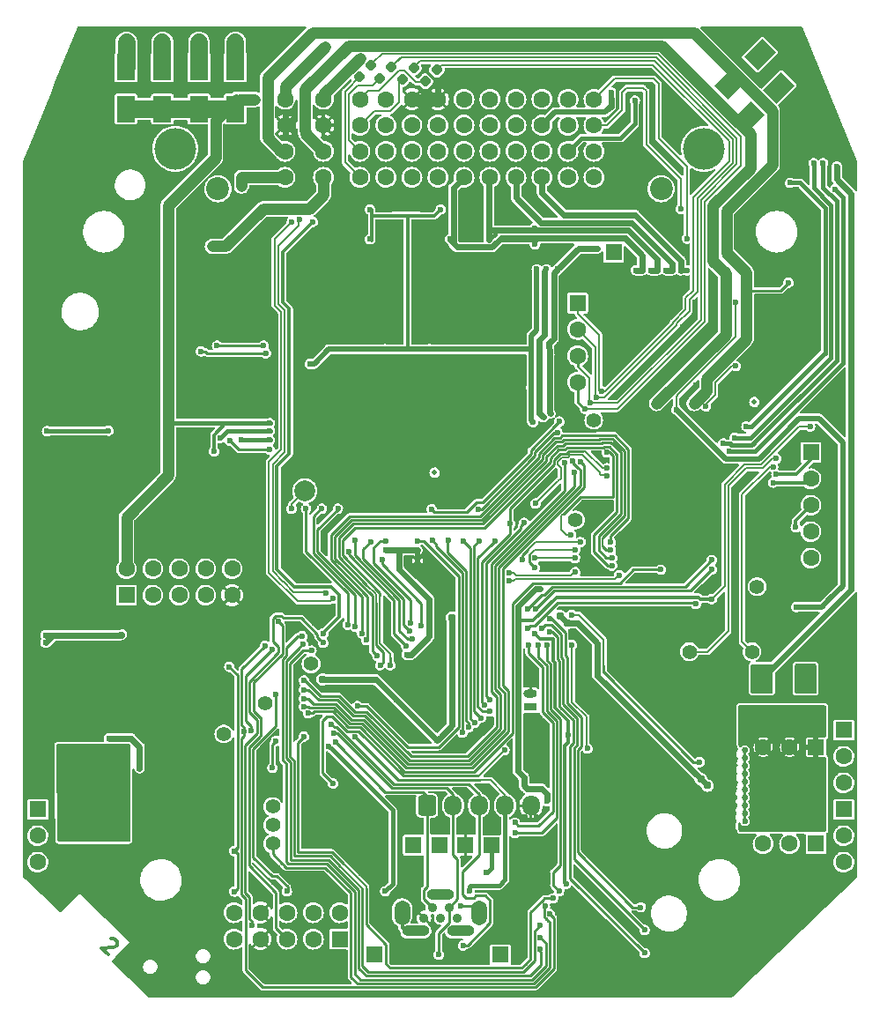
<source format=gbr>
%TF.GenerationSoftware,KiCad,Pcbnew,6.0.4-6f826c9f35~116~ubuntu20.04.1*%
%TF.CreationDate,2022-04-18T13:27:50+02:00*%
%TF.ProjectId,micro_rusEFI,6d696372-6f5f-4727-9573-4546492e6b69,R0.6.1rc*%
%TF.SameCoordinates,Original*%
%TF.FileFunction,Copper,L2,Bot*%
%TF.FilePolarity,Positive*%
%FSLAX46Y46*%
G04 Gerber Fmt 4.6, Leading zero omitted, Abs format (unit mm)*
G04 Created by KiCad (PCBNEW 6.0.4-6f826c9f35~116~ubuntu20.04.1) date 2022-04-18 13:27:50*
%MOMM*%
%LPD*%
G01*
G04 APERTURE LIST*
G04 Aperture macros list*
%AMRoundRect*
0 Rectangle with rounded corners*
0 $1 Rounding radius*
0 $2 $3 $4 $5 $6 $7 $8 $9 X,Y pos of 4 corners*
0 Add a 4 corners polygon primitive as box body*
4,1,4,$2,$3,$4,$5,$6,$7,$8,$9,$2,$3,0*
0 Add four circle primitives for the rounded corners*
1,1,$1+$1,$2,$3*
1,1,$1+$1,$4,$5*
1,1,$1+$1,$6,$7*
1,1,$1+$1,$8,$9*
0 Add four rect primitives between the rounded corners*
20,1,$1+$1,$2,$3,$4,$5,0*
20,1,$1+$1,$4,$5,$6,$7,0*
20,1,$1+$1,$6,$7,$8,$9,0*
20,1,$1+$1,$8,$9,$2,$3,0*%
%AMRotRect*
0 Rectangle, with rotation*
0 The origin of the aperture is its center*
0 $1 length*
0 $2 width*
0 $3 Rotation angle, in degrees counterclockwise*
0 Add horizontal line*
21,1,$1,$2,0,0,$3*%
G04 Aperture macros list end*
%ADD10C,0.300000*%
%TA.AperFunction,NonConductor*%
%ADD11C,0.300000*%
%TD*%
%TA.AperFunction,ComponentPad*%
%ADD12C,0.889000*%
%TD*%
%TA.AperFunction,ComponentPad*%
%ADD13O,1.500000X2.380000*%
%TD*%
%TA.AperFunction,ComponentPad*%
%ADD14O,2.616200X1.016000*%
%TD*%
%TA.AperFunction,ComponentPad*%
%ADD15C,1.000000*%
%TD*%
%TA.AperFunction,SMDPad,CuDef*%
%ADD16R,8.500001X8.500001*%
%TD*%
%TA.AperFunction,ComponentPad*%
%ADD17C,4.000000*%
%TD*%
%TA.AperFunction,ComponentPad*%
%ADD18C,2.200000*%
%TD*%
%TA.AperFunction,ComponentPad*%
%ADD19C,1.600000*%
%TD*%
%TA.AperFunction,ComponentPad*%
%ADD20C,1.400000*%
%TD*%
%TA.AperFunction,ComponentPad*%
%ADD21R,1.600000X1.600000*%
%TD*%
%TA.AperFunction,ComponentPad*%
%ADD22R,1.524000X1.524000*%
%TD*%
%TA.AperFunction,ComponentPad*%
%ADD23R,1.300000X0.800000*%
%TD*%
%TA.AperFunction,ComponentPad*%
%ADD24O,1.300000X0.800000*%
%TD*%
%TA.AperFunction,ComponentPad*%
%ADD25RoundRect,0.249900X-0.600100X-0.725100X0.600100X-0.725100X0.600100X0.725100X-0.600100X0.725100X0*%
%TD*%
%TA.AperFunction,ComponentPad*%
%ADD26O,1.700000X1.950000*%
%TD*%
%TA.AperFunction,SMDPad,CuDef*%
%ADD27RotRect,2.500000X1.800000X225.000000*%
%TD*%
%TA.AperFunction,SMDPad,CuDef*%
%ADD28C,0.500000*%
%TD*%
%TA.AperFunction,SMDPad,CuDef*%
%ADD29C,2.000000*%
%TD*%
%TA.AperFunction,SMDPad,CuDef*%
%ADD30R,1.800000X2.500000*%
%TD*%
%TA.AperFunction,SMDPad,CuDef*%
%ADD31RoundRect,0.218750X0.026517X-0.335876X0.335876X-0.026517X-0.026517X0.335876X-0.335876X0.026517X0*%
%TD*%
%TA.AperFunction,ViaPad*%
%ADD32C,0.600000*%
%TD*%
%TA.AperFunction,ViaPad*%
%ADD33C,0.789940*%
%TD*%
%TA.AperFunction,Conductor*%
%ADD34C,0.406400*%
%TD*%
%TA.AperFunction,Conductor*%
%ADD35C,0.203200*%
%TD*%
%TA.AperFunction,Conductor*%
%ADD36C,0.600000*%
%TD*%
%TA.AperFunction,Conductor*%
%ADD37C,0.304800*%
%TD*%
%TA.AperFunction,Conductor*%
%ADD38C,1.066800*%
%TD*%
%TA.AperFunction,Conductor*%
%ADD39C,0.550000*%
%TD*%
%TA.AperFunction,Conductor*%
%ADD40C,0.215900*%
%TD*%
%TA.AperFunction,Conductor*%
%ADD41C,1.676400*%
%TD*%
G04 APERTURE END LIST*
D10*
D11*
X29290092Y-110174356D02*
X29391091Y-110172593D01*
X29543473Y-110220448D01*
X29800380Y-110468541D01*
X29853524Y-110619159D01*
X29855287Y-110720159D01*
X29807432Y-110872540D01*
X29708195Y-110975303D01*
X29507958Y-111079829D01*
X28295960Y-111100984D01*
X28963918Y-111746024D01*
G36*
X58950000Y-73900000D02*
G01*
X58450000Y-73900000D01*
X58450000Y-72900000D01*
X58950000Y-72900000D01*
X58950000Y-73900000D01*
G37*
D12*
X62534600Y-108221400D03*
X61734600Y-107221400D03*
X60934600Y-108221400D03*
X60134600Y-107221400D03*
X59334600Y-108221400D03*
D13*
X64634600Y-107721400D03*
D14*
X58534600Y-109471400D03*
X60934600Y-105971400D03*
X62834600Y-109471400D03*
D13*
X57234600Y-107721400D03*
D15*
X85700000Y-66203000D03*
X84700000Y-71753000D03*
X86800000Y-67303000D03*
X86700000Y-69803000D03*
X81468000Y-70435000D03*
X82514480Y-67392080D03*
X84790320Y-69510440D03*
X80198000Y-71705000D03*
X80198000Y-69673000D03*
X80198000Y-67387000D03*
X84500000Y-65103000D03*
X82603380Y-69370740D03*
X85700000Y-68403000D03*
X83500000Y-70653000D03*
X81300000Y-68403000D03*
X83670180Y-68380140D03*
D16*
X83500000Y-68403000D03*
D15*
X86802000Y-65101000D03*
X83400000Y-66303000D03*
X80198000Y-65101000D03*
X85700000Y-70653000D03*
X82300000Y-65103000D03*
X81468000Y-66371000D03*
X82300000Y-71705000D03*
X86802000Y-71705000D03*
X84625220Y-67328580D03*
D17*
X86224200Y-34317600D03*
X35424200Y-34317600D03*
D18*
X82124200Y-38167600D03*
X39524200Y-38167600D03*
D19*
X45974200Y-29567600D03*
X45974200Y-32067600D03*
X45974200Y-34567600D03*
X45974200Y-37067600D03*
X49674200Y-29567600D03*
X49674200Y-32067600D03*
X49674200Y-34567600D03*
X49674200Y-37067600D03*
X53174200Y-29567600D03*
X53174200Y-32067600D03*
X53174200Y-34567600D03*
X53174200Y-37067600D03*
X55674200Y-29567600D03*
X55674200Y-32067600D03*
X55674200Y-34567600D03*
X55674200Y-37067600D03*
X58174200Y-29567600D03*
X58174200Y-32067600D03*
X58174200Y-34567600D03*
X58174200Y-37067600D03*
X60674200Y-29567600D03*
X60674200Y-32067600D03*
X60674200Y-34567600D03*
X60674200Y-37067600D03*
X63174200Y-29567600D03*
X63174200Y-32067600D03*
X63174200Y-34567600D03*
X63174200Y-37067600D03*
X65674200Y-29567600D03*
X65674200Y-32067600D03*
X65674200Y-34567600D03*
X65674200Y-37067600D03*
X68174200Y-29567600D03*
X68174200Y-32067600D03*
X68174200Y-34567600D03*
X68174200Y-37067600D03*
X70674200Y-29567600D03*
X70674200Y-32067600D03*
X70674200Y-34567600D03*
X70674200Y-37067600D03*
X73174200Y-29567600D03*
X73174200Y-32067600D03*
X73174200Y-34567600D03*
X73174200Y-37067600D03*
X75674200Y-29567600D03*
X75674200Y-32067600D03*
X75674200Y-34567600D03*
X75674200Y-37067600D03*
D20*
X40093000Y-90550400D03*
X44792000Y-101091400D03*
X44792000Y-99313400D03*
X44792000Y-97535400D03*
D21*
X60811000Y-101240000D03*
X58311000Y-101240000D03*
D20*
X73900400Y-69999260D03*
X48475000Y-83819400D03*
X44030000Y-87629400D03*
D22*
X63311000Y-101240000D03*
X65811000Y-101240000D03*
D23*
X69557000Y-87934200D03*
D24*
X69557000Y-86689600D03*
D20*
X84851000Y-82651000D03*
X90851000Y-82651000D03*
D21*
X74103600Y-49145809D03*
D19*
X74103600Y-51685809D03*
X74103600Y-54225809D03*
X74103600Y-56765809D03*
D21*
X96525450Y-63499400D03*
D19*
X96525450Y-66039400D03*
X96525450Y-68579400D03*
X96525450Y-71119400D03*
X96525450Y-73659400D03*
D21*
X51238520Y-110258260D03*
D19*
X51238520Y-107718260D03*
X48698520Y-110258260D03*
X48698520Y-107718260D03*
X46158520Y-110258260D03*
X46158520Y-107718260D03*
X43618520Y-110258260D03*
X43618520Y-107718260D03*
X41078520Y-110258260D03*
X41078520Y-107718260D03*
D21*
X30733100Y-77215400D03*
D19*
X30733100Y-74675400D03*
X33273100Y-77215400D03*
X33273100Y-74675400D03*
X35813100Y-77215400D03*
X35813100Y-74675400D03*
X38353100Y-77215400D03*
X38353100Y-74675400D03*
X40893100Y-77215400D03*
X40893100Y-74675400D03*
D21*
X77558000Y-44246200D03*
X54596400Y-111759400D03*
X66661400Y-111759400D03*
X22211400Y-97789400D03*
D19*
X22211400Y-100329400D03*
X22211400Y-102869400D03*
D21*
X99681400Y-97789400D03*
D19*
X99681400Y-100329400D03*
X99681400Y-102869400D03*
D21*
X99681400Y-90169400D03*
D19*
X99681400Y-92709400D03*
X99681400Y-95249400D03*
D21*
X97014400Y-101091400D03*
D19*
X94474400Y-101091400D03*
X91934400Y-101091400D03*
D21*
X97014400Y-91820400D03*
D19*
X94474400Y-91820400D03*
X91934400Y-91820400D03*
D20*
X30700000Y-24100000D03*
X34200000Y-24100000D03*
X41200000Y-24100000D03*
X37700000Y-24100000D03*
D25*
X59625000Y-97425000D03*
D26*
X62125000Y-97425000D03*
X64625000Y-97425000D03*
X67125000Y-97425000D03*
X69625000Y-97425000D03*
D27*
X93414214Y-28485786D03*
X90585786Y-31314214D03*
X91614214Y-25285786D03*
X88785786Y-28114214D03*
D28*
X91084400Y-58648600D03*
X60350000Y-65450000D03*
X58700000Y-73900000D03*
X58700000Y-72900000D03*
D29*
X47879000Y-67183000D03*
D30*
X41200000Y-30500000D03*
X41200000Y-26500000D03*
X34200000Y-30500000D03*
X34200000Y-26500000D03*
X30700000Y-30500000D03*
X30700000Y-26500000D03*
X37700000Y-30500000D03*
X37700000Y-26500000D03*
D20*
X91350000Y-76400000D03*
X75650000Y-60400000D03*
D31*
X59443153Y-27856847D03*
X60556847Y-26743153D03*
X55043153Y-27556847D03*
X56156847Y-26443153D03*
X57243153Y-27656847D03*
X58356847Y-26543153D03*
X53086306Y-27413694D03*
X54200000Y-26300000D03*
D32*
X90740000Y-59900000D03*
X95427800Y-102438200D03*
X92633800Y-102438200D03*
X93903800Y-102438200D03*
X43621500Y-105664000D03*
X43621500Y-112014000D03*
X37719000Y-45212000D03*
X38989000Y-45212000D03*
X36449000Y-46482000D03*
X37719000Y-46482000D03*
X38989000Y-46482000D03*
X36449000Y-47752000D03*
X37719000Y-47752000D03*
X38989000Y-47752000D03*
X36449000Y-49022000D03*
X37719000Y-49022000D03*
X38989000Y-49022000D03*
X36449000Y-50292000D03*
X37719000Y-50292000D03*
X38989000Y-50292000D03*
X36449000Y-51562000D03*
X37719000Y-51562000D03*
X38989000Y-51562000D03*
X72400000Y-57700000D03*
X92825000Y-37600000D03*
X81300000Y-73837800D03*
X39400000Y-23114000D03*
X32400000Y-23114000D03*
X71150000Y-40150000D03*
X64300000Y-40150000D03*
X67575000Y-40175000D03*
X86868000Y-91821000D03*
X47750000Y-60200000D03*
X51250000Y-52700000D03*
X52700000Y-64275000D03*
X46863000Y-30861000D03*
X85267800Y-31877000D03*
X88392000Y-91821000D03*
X86106000Y-97409000D03*
X21717000Y-93980000D03*
X85725000Y-98044000D03*
X68453000Y-110083600D03*
X86614000Y-51485800D03*
X64500000Y-43000000D03*
X34798000Y-93091000D03*
X36800000Y-42500000D03*
X58572400Y-103950000D03*
X63106500Y-46609000D03*
X48412400Y-75742800D03*
X66100000Y-28100000D03*
X57490360Y-99949000D03*
X90170000Y-98171000D03*
X97600000Y-76000000D03*
X52900000Y-84350000D03*
X52705000Y-96350000D03*
X56261000Y-112420400D03*
X82925000Y-105650000D03*
X41122600Y-49276000D03*
X86868000Y-101219000D03*
X82500000Y-49800000D03*
X43434000Y-98425000D03*
X25857200Y-56311800D03*
X77500000Y-81965800D03*
X90170000Y-95123000D03*
X87630000Y-91821000D03*
X55118000Y-101981000D03*
X30556200Y-48412400D03*
X76800000Y-51600000D03*
X54500000Y-107718260D03*
X43434000Y-100203000D03*
X77600000Y-34500000D03*
X78200000Y-57655000D03*
X45410000Y-30861000D03*
X98100000Y-73100000D03*
X37700000Y-103600000D03*
X47117000Y-37900000D03*
X32334200Y-66475000D03*
X68453000Y-107111800D03*
X55900000Y-88100000D03*
X87630000Y-101219000D03*
X36779200Y-56210200D03*
X96900000Y-76800000D03*
X96200000Y-76000000D03*
X27500000Y-86300000D03*
X85400000Y-49100000D03*
X83400000Y-30450000D03*
X93300000Y-23950000D03*
X57785000Y-115443000D03*
X43637200Y-45262800D03*
X37700000Y-33020000D03*
X84300000Y-30450000D03*
X99949000Y-85344000D03*
X70929500Y-89979500D03*
X49900000Y-104775000D03*
X64500000Y-64275000D03*
X51435000Y-46609000D03*
X30200600Y-50622200D03*
X47815500Y-100838000D03*
X87249000Y-92456000D03*
X59975000Y-43000000D03*
X55000000Y-46609000D03*
X87300000Y-49100000D03*
X81300000Y-62680000D03*
X90170000Y-97409000D03*
X50419000Y-30861000D03*
X71150000Y-44750000D03*
X85344000Y-101219000D03*
X63200000Y-50038000D03*
X68453000Y-111200000D03*
X41097200Y-57556400D03*
X63450000Y-28100000D03*
X47880000Y-37900000D03*
X88773000Y-96012000D03*
X74550000Y-107075000D03*
X46482000Y-23114000D03*
X34525000Y-69675000D03*
X36600000Y-102500000D03*
X87376000Y-87249000D03*
X93100000Y-79600000D03*
X49900000Y-113700000D03*
X35700000Y-101500000D03*
X42862500Y-24384000D03*
X83566000Y-33782000D03*
X84175600Y-51409600D03*
X89154000Y-96647000D03*
X30789880Y-45910500D03*
X85344000Y-99949000D03*
X42926000Y-45262800D03*
X89154000Y-101219000D03*
X55500000Y-64275000D03*
X43434000Y-96723200D03*
X96342200Y-61976000D03*
X22987000Y-104902000D03*
X47880000Y-35623500D03*
X89154000Y-95377000D03*
X77600000Y-38500000D03*
X53314600Y-103962200D03*
X76860400Y-59900000D03*
X83997800Y-73837800D03*
X85725000Y-100584000D03*
X90170000Y-92075000D03*
X50419000Y-33274000D03*
X36449000Y-45212000D03*
X86487000Y-92456000D03*
X67513000Y-46609000D03*
X21463000Y-85725000D03*
X98100000Y-70400000D03*
X45529500Y-93789500D03*
X98800000Y-79600000D03*
X72400000Y-56700000D03*
X32800000Y-81000000D03*
X60850000Y-52450000D03*
X35900000Y-87900000D03*
X66167000Y-115443000D03*
X35950000Y-42500000D03*
X28575000Y-107188000D03*
X39624000Y-110871000D03*
X43561000Y-115443000D03*
X29500000Y-46450000D03*
X55600000Y-103950000D03*
X63350000Y-99950000D03*
X61519000Y-46609000D03*
X32004000Y-101346000D03*
X74691117Y-71406200D03*
X23900000Y-89600000D03*
X75057000Y-98552000D03*
X40700000Y-66000000D03*
X98130000Y-80280000D03*
X79600000Y-37000000D03*
X88392000Y-101219000D03*
X50419000Y-40150000D03*
X21590000Y-65532000D03*
X63100000Y-64275000D03*
X47117000Y-35623500D03*
X29400000Y-72500000D03*
X88392000Y-93091000D03*
X87630000Y-95377000D03*
X63754000Y-112014000D03*
X88011000Y-92456000D03*
X39497000Y-108077000D03*
X56261000Y-109220000D03*
X55000000Y-87200000D03*
X70180200Y-98552000D03*
X85598000Y-73837800D03*
X76479400Y-93599000D03*
X77114400Y-69088000D03*
X45350000Y-78500000D03*
X25527000Y-72644000D03*
X62250000Y-56700000D03*
X89200000Y-69600000D03*
X48831500Y-79883000D03*
X68148200Y-50038000D03*
X34525000Y-72500000D03*
X98100000Y-71300000D03*
X90805000Y-54229000D03*
X29400000Y-79857600D03*
X49022000Y-30861000D03*
X86106000Y-98679000D03*
X47117000Y-38700000D03*
X61207634Y-78527642D03*
X49784000Y-33274000D03*
X88392000Y-95377000D03*
X93100000Y-80900000D03*
X47879000Y-75184000D03*
X77500000Y-81100000D03*
X66661400Y-110109000D03*
X73279000Y-61341000D03*
X68453000Y-104375000D03*
X89200000Y-70900000D03*
X77600000Y-32400000D03*
X54200000Y-64275000D03*
X65800000Y-64275000D03*
X60850000Y-96350000D03*
X78028800Y-71729600D03*
X35900000Y-98700000D03*
X74000000Y-46000000D03*
X62484000Y-115443000D03*
X68453000Y-112471200D03*
X56959500Y-46609000D03*
X91186000Y-56896000D03*
X47371000Y-113700000D03*
X82925000Y-113675000D03*
X39878000Y-104775000D03*
X48641000Y-85090000D03*
X29972000Y-108585000D03*
X42862500Y-34353500D03*
X46355000Y-33274000D03*
X32334200Y-63600000D03*
X39525000Y-76000000D03*
X43300000Y-79600000D03*
X48641000Y-100838000D03*
X85344000Y-98679000D03*
X65400000Y-28100000D03*
X70043040Y-104375000D03*
X51250000Y-55000000D03*
X45720000Y-33274000D03*
X69450000Y-35810000D03*
X60850000Y-56700000D03*
X82500000Y-49100000D03*
X47880000Y-34860000D03*
X59800000Y-74700000D03*
X93100000Y-78250000D03*
X86868000Y-99949000D03*
X40640000Y-99695000D03*
X51250000Y-56700000D03*
X43484800Y-101981000D03*
X79600000Y-38500000D03*
X73787000Y-115443000D03*
X81300000Y-30450000D03*
X88011000Y-100584000D03*
X81300000Y-63600000D03*
X46990000Y-33274000D03*
X76174600Y-78740000D03*
X99949000Y-88138000D03*
X43300000Y-76000000D03*
X37700000Y-42500000D03*
X76911200Y-115443000D03*
X95500000Y-76000000D03*
X28000000Y-68800000D03*
X80300000Y-63600000D03*
X49800000Y-56700000D03*
X86300000Y-113700000D03*
X21590000Y-44069000D03*
X56600000Y-85500000D03*
X58483500Y-46609000D03*
X77300000Y-88900000D03*
X31877000Y-110363000D03*
X30556200Y-56311800D03*
X47750000Y-63000000D03*
X47700000Y-46609000D03*
X44900000Y-104775000D03*
X35900000Y-84100000D03*
X57785000Y-60200000D03*
X60700000Y-28100000D03*
X82925000Y-110075000D03*
X65455800Y-89585800D03*
X94800000Y-25200000D03*
X58572400Y-107289600D03*
X79600000Y-34500000D03*
X80975200Y-51435000D03*
X82925000Y-104375000D03*
X76800000Y-47700000D03*
X48260000Y-91567000D03*
X46228000Y-30861000D03*
X90170000Y-98933000D03*
X40640000Y-58801000D03*
X27500000Y-84800000D03*
X97790000Y-86995000D03*
X33600000Y-98700000D03*
X55000000Y-52200000D03*
X80900000Y-113700000D03*
X76800000Y-54200000D03*
X90170000Y-95885000D03*
X59700000Y-56700000D03*
X77300000Y-89916000D03*
X52476400Y-60200000D03*
X76800000Y-49100000D03*
X75400000Y-78740000D03*
X39525000Y-69675000D03*
X89200000Y-68100000D03*
X71590000Y-102750000D03*
X62550000Y-28100000D03*
X80137000Y-78740000D03*
X87630000Y-93091000D03*
X32800000Y-90950000D03*
X89154000Y-93091000D03*
X86106000Y-101219000D03*
X86487000Y-100584000D03*
X47371000Y-104775000D03*
X92550000Y-23300000D03*
X32786320Y-43139360D03*
X21717000Y-54610000D03*
X86106000Y-99949000D03*
X28100000Y-46500000D03*
X80300000Y-61798200D03*
X77600000Y-37000000D03*
X49149000Y-103950000D03*
X65850000Y-99950000D03*
X77292200Y-75132359D03*
X96900000Y-76000000D03*
X97500000Y-82651000D03*
X76800000Y-50300000D03*
X76800000Y-52900000D03*
X53441600Y-46609000D03*
X74691117Y-74421376D03*
X82925000Y-111300000D03*
X52900000Y-86500000D03*
X42862500Y-31813500D03*
X68453000Y-108966000D03*
X79900000Y-49100000D03*
X51500000Y-37200000D03*
X45580000Y-41347300D03*
X30480000Y-112268000D03*
X76911200Y-64266000D03*
X89200000Y-72400000D03*
X68376800Y-96350000D03*
X47750000Y-58300000D03*
X52895500Y-50038000D03*
X29900000Y-87900000D03*
X91350000Y-78250000D03*
X52550000Y-48768000D03*
X65850000Y-96350000D03*
X88900000Y-111300000D03*
X52550000Y-43000000D03*
X97663000Y-30480000D03*
X29900000Y-89600000D03*
X90170000Y-92837000D03*
X89154000Y-99949000D03*
X76800000Y-46000000D03*
X74550000Y-110083600D03*
X32278320Y-39956740D03*
X98100000Y-72200000D03*
X58470800Y-112420400D03*
X76479400Y-94919800D03*
X48675000Y-64725000D03*
X81300000Y-61798200D03*
X90170000Y-93599000D03*
X26898600Y-63600004D03*
X97000000Y-29800000D03*
X56075000Y-40125000D03*
X75057000Y-93573600D03*
X80300000Y-62680000D03*
X76479400Y-102750000D03*
X96200000Y-76800000D03*
X95631000Y-107442000D03*
X25273000Y-27559000D03*
X86487000Y-99314000D03*
X48610000Y-35623500D03*
X27051000Y-23622000D03*
X21590000Y-59817000D03*
X42862500Y-35623500D03*
X76454000Y-96088200D03*
X38900000Y-100800000D03*
X49911000Y-46609000D03*
X51500000Y-36400000D03*
X33756600Y-52247800D03*
X57490360Y-98552000D03*
X88773000Y-100584000D03*
X34700000Y-98700000D03*
X21463000Y-71501000D03*
X42862500Y-33020000D03*
X89154000Y-91821000D03*
X62250000Y-60200000D03*
X70688200Y-94919800D03*
X61650000Y-28100000D03*
X27500000Y-89600000D03*
X47700000Y-48768000D03*
X29464000Y-102489000D03*
X88570712Y-65278008D03*
X39800000Y-101800000D03*
X82600800Y-73837800D03*
X93100000Y-82651000D03*
X42164000Y-45262800D03*
X71907400Y-65476120D03*
X32842200Y-41142920D03*
X37769798Y-63600000D03*
X50419000Y-41075000D03*
X21590000Y-77343000D03*
X24003000Y-106426000D03*
X83566000Y-82651000D03*
X82042000Y-97358200D03*
X25273000Y-105537000D03*
X63296800Y-92100400D03*
X63100000Y-63000000D03*
X26062940Y-52478940D03*
X53340000Y-101981000D03*
X75057000Y-94919800D03*
X49657000Y-30861000D03*
X54410000Y-33390000D03*
X65989000Y-46609000D03*
X86868000Y-93091000D03*
X27051000Y-102997000D03*
X83489800Y-54584600D03*
X32800000Y-95600000D03*
X75057000Y-96088200D03*
X84023200Y-32512000D03*
X84582000Y-90678000D03*
X90170000Y-96647000D03*
X33401000Y-115189000D03*
X76479400Y-97358200D03*
X94300000Y-73100000D03*
X86537800Y-96774000D03*
X58470800Y-110794800D03*
X87300000Y-49800000D03*
X85400000Y-49800000D03*
X79300000Y-61798200D03*
X94050000Y-24600000D03*
X56261000Y-110794800D03*
X35900000Y-90950000D03*
X88773000Y-92456000D03*
X38700000Y-104775000D03*
X53467000Y-99949000D03*
X77300000Y-87884000D03*
X47880000Y-36400000D03*
X97500000Y-80900000D03*
X39525000Y-72450000D03*
X62250000Y-55000000D03*
X82500000Y-30450000D03*
X40868600Y-79600000D03*
X90170000Y-94361000D03*
X88392000Y-99949000D03*
X21717000Y-49530000D03*
X48350000Y-56700000D03*
X86918800Y-97409000D03*
X69723000Y-91821000D03*
X27500000Y-87900000D03*
X86375000Y-36850000D03*
X75057000Y-99700000D03*
X48350000Y-53594000D03*
X91600000Y-108800000D03*
X60505960Y-84750000D03*
X54610000Y-115443000D03*
X85500000Y-57075415D03*
X89154000Y-97409000D03*
X23241000Y-31877000D03*
X47800000Y-89300000D03*
X85725000Y-99314000D03*
X63300000Y-96350000D03*
X79900000Y-49800000D03*
X78384400Y-51384200D03*
X97100000Y-59500000D03*
X87249000Y-100584000D03*
X52700000Y-63000000D03*
X86512400Y-98044000D03*
X69070000Y-98552000D03*
X87630000Y-99949000D03*
X75057000Y-97400000D03*
X98679000Y-104902000D03*
X21717000Y-36957000D03*
X92880000Y-64880000D03*
X93200000Y-64080000D03*
X74400000Y-72100000D03*
X68800000Y-73800000D03*
X60950000Y-40150000D03*
X70500000Y-76604812D03*
X23100000Y-61457810D03*
X71120000Y-97000000D03*
X32000000Y-93000000D03*
X69820072Y-60591753D03*
X44525000Y-63225000D03*
X48350000Y-55000000D03*
X40650000Y-62350000D03*
X29900000Y-90950000D03*
X28996393Y-61403607D03*
X30300000Y-81000000D03*
X29054640Y-90950000D03*
X66950000Y-53600000D03*
X54125000Y-40150000D03*
X22954011Y-81045989D03*
X59850000Y-53575000D03*
X87000000Y-77600000D03*
X29596411Y-81045989D03*
X32000000Y-93831600D03*
X55600000Y-53594000D03*
X69625000Y-57275000D03*
X22954011Y-81795589D03*
X54125000Y-43000000D03*
X71120000Y-96350000D03*
X70175000Y-45900000D03*
X96443800Y-61010000D03*
X72200000Y-45900000D03*
X71475600Y-59740800D03*
X71374000Y-54102000D03*
X76000000Y-43900000D03*
X70400000Y-54144000D03*
X71100000Y-45900000D03*
X70786807Y-60115832D03*
X84600000Y-42950000D03*
X84000000Y-40100000D03*
X47790692Y-87904767D03*
X74373125Y-64390615D03*
X47800000Y-87152413D03*
X73595913Y-64322939D03*
X47800000Y-86300000D03*
X73808553Y-65434788D03*
X46161500Y-105664000D03*
X45085000Y-86741000D03*
X72839366Y-64514855D03*
X47799988Y-85407500D03*
X26270000Y-94750000D03*
X27540000Y-94750000D03*
X28810000Y-94750000D03*
X30080000Y-94750000D03*
X25635000Y-95385000D03*
X26905000Y-95385000D03*
X28175000Y-95385000D03*
X29445000Y-95385000D03*
X25000000Y-96020000D03*
X26270000Y-96020000D03*
X27540000Y-96020000D03*
X28810000Y-96020000D03*
X30080000Y-96020000D03*
X25635000Y-96655000D03*
X26905000Y-96655000D03*
X28175000Y-96655000D03*
X29445000Y-96655000D03*
X25000000Y-97290000D03*
X26270000Y-97290000D03*
X27540000Y-97290000D03*
X28810000Y-97290000D03*
X30080000Y-97290000D03*
X69977000Y-80899000D03*
D33*
X49593500Y-85300000D03*
D32*
X60579276Y-91186000D03*
D33*
X62016493Y-79375000D03*
D32*
X73000000Y-104950000D03*
X73152000Y-90678000D03*
X25000000Y-94750000D03*
X56700000Y-87300000D03*
X62839600Y-107061000D03*
X50800000Y-91313000D03*
X45357177Y-79763221D03*
X42799000Y-108966000D03*
X49657000Y-81788000D03*
X77300000Y-29500000D03*
X77300000Y-28900000D03*
X41800000Y-37900000D03*
X41800000Y-37070000D03*
X39950000Y-43675000D03*
X39000000Y-43688000D03*
X39746210Y-62103000D03*
X44525000Y-61442600D03*
X50439832Y-89605229D03*
X47340000Y-41075000D03*
X49900000Y-77000000D03*
X63093600Y-110871000D03*
X46631289Y-41347300D03*
X50706005Y-90517995D03*
X60756800Y-111760000D03*
X50600000Y-77500000D03*
X48000000Y-68897500D03*
X51988185Y-80050837D03*
X43923485Y-53239648D03*
X39446200Y-53239648D03*
X63673010Y-105663991D03*
X52690707Y-90831442D03*
X80175000Y-107200000D03*
X71437500Y-79502000D03*
X70685817Y-80372108D03*
X80550000Y-109375000D03*
X71374000Y-80772000D03*
X80550000Y-111600000D03*
X74800000Y-59300000D03*
X75350000Y-58750000D03*
X75900000Y-58200000D03*
X76450000Y-57650000D03*
X93200000Y-65600000D03*
X92880000Y-66400000D03*
X95070000Y-70680000D03*
X45104699Y-91217620D03*
X44766739Y-93802038D03*
X72325000Y-105650000D03*
X71120000Y-81990000D03*
X55600000Y-105664000D03*
X48625000Y-41347300D03*
X50167713Y-91720825D03*
X49657000Y-80899000D03*
X70000000Y-43500000D03*
X61850000Y-43000000D03*
X79700000Y-46000000D03*
X80300000Y-46000000D03*
X84600000Y-46000000D03*
X84000000Y-46000000D03*
X82600000Y-46000000D03*
X83200000Y-46000000D03*
X81150000Y-46000000D03*
X81750000Y-46000000D03*
X65550000Y-43000000D03*
X69975000Y-41950000D03*
X66191391Y-71991391D03*
X65684400Y-88392000D03*
X64799997Y-88999997D03*
X64516000Y-68961000D03*
X72145378Y-61565292D03*
X64600000Y-72000000D03*
X65167735Y-87809548D03*
X76911200Y-65026000D03*
X67635362Y-70347861D03*
X65645469Y-87228261D03*
X68949915Y-70274608D03*
X58166000Y-81407000D03*
X52697212Y-71965293D03*
X52100004Y-73000000D03*
X57632561Y-82105597D03*
X57923586Y-80626116D03*
X54245395Y-72070168D03*
X55700000Y-72000000D03*
X58046351Y-79883786D03*
X72344284Y-60538940D03*
X60071000Y-68961000D03*
X60164640Y-71965293D03*
X63025778Y-90413625D03*
X58700000Y-72000000D03*
X52932018Y-87869168D03*
X61664640Y-71965293D03*
X63599553Y-89926896D03*
X64198500Y-89471500D03*
X63135362Y-72035360D03*
X53366972Y-80868595D03*
X51054000Y-68897500D03*
X49523138Y-68897500D03*
X52728545Y-80258089D03*
X90330000Y-61010000D03*
X94500000Y-37600000D03*
X79600000Y-29700000D03*
X89200000Y-62100000D03*
X96778031Y-35707316D03*
X97700000Y-35700002D03*
X88100000Y-62655910D03*
X98835610Y-38227881D03*
X88700000Y-63400000D03*
X82250001Y-58250001D03*
X81700001Y-58800001D03*
X82800000Y-57700000D03*
X85850000Y-58250000D03*
X94350000Y-47200000D03*
X86396494Y-57703506D03*
X85300000Y-58800000D03*
X59072230Y-80170570D03*
X55300000Y-73800000D03*
X37896800Y-53797200D03*
X44134049Y-53975000D03*
X67493593Y-75844850D03*
X78090000Y-75290583D03*
X67500000Y-75084458D03*
X73887000Y-75010142D03*
X92912000Y-96109800D03*
X92912000Y-96871800D03*
X92912000Y-94585800D03*
X96738000Y-95771800D03*
X96738000Y-95009800D03*
X93674000Y-96109800D03*
X92912000Y-95347800D03*
X96738000Y-94247800D03*
X93674000Y-96871800D03*
X93674000Y-95347800D03*
X93674000Y-94585800D03*
X95976000Y-95771800D03*
X94452000Y-95009800D03*
X95214000Y-95009800D03*
X95976000Y-95009800D03*
X95214000Y-94247800D03*
X94452000Y-94247800D03*
X95214000Y-95771800D03*
X94452000Y-95771800D03*
X95976000Y-94247800D03*
X96738000Y-98819800D03*
X92912000Y-97633800D03*
X92912000Y-98395800D03*
X96738000Y-96533800D03*
X96738000Y-97295800D03*
X93674000Y-97633800D03*
X93674000Y-98395800D03*
X96738000Y-98057800D03*
X94452000Y-98057800D03*
X95214000Y-98057800D03*
X94452000Y-98819800D03*
X95976000Y-98819800D03*
X95976000Y-97295800D03*
X94452000Y-96533800D03*
X95214000Y-98819800D03*
X95214000Y-97295800D03*
X95976000Y-98057800D03*
X95214000Y-96533800D03*
X94452000Y-97295800D03*
X95976000Y-96533800D03*
X96012000Y-89281000D03*
X95453200Y-88519000D03*
X91795600Y-89306400D03*
X96520000Y-90043000D03*
X92278200Y-88544400D03*
X95111860Y-78345149D03*
X89300000Y-49100000D03*
X96520000Y-88519000D03*
X92278200Y-90170000D03*
X91262200Y-88519000D03*
X83600000Y-59400000D03*
X91236800Y-90068400D03*
X95504000Y-90043000D03*
X52700000Y-26100000D03*
X91262200Y-84455000D03*
X91262200Y-86106000D03*
X92278200Y-84455000D03*
X53200000Y-25600000D03*
X99009611Y-36034947D03*
X91789210Y-85250000D03*
X92278200Y-86106000D03*
X96520000Y-86106000D03*
X96520000Y-84455000D03*
X95504000Y-84455000D03*
X96012000Y-85217000D03*
X94200000Y-28400000D03*
X39141400Y-63393600D03*
X44525000Y-60680600D03*
X49800000Y-24500000D03*
X49300000Y-25000000D03*
X91700000Y-25900000D03*
X95504000Y-86106000D03*
X91000000Y-25200000D03*
X42300000Y-29600002D03*
X43075800Y-29568200D03*
X93500000Y-27700000D03*
X73500000Y-79100000D03*
X85828748Y-93241248D03*
D33*
X72396140Y-79196140D03*
X85975400Y-94911267D03*
X73100000Y-79900000D03*
X86578367Y-95514233D03*
D32*
X87000000Y-74770000D03*
X70100000Y-78500000D03*
X87000000Y-73837800D03*
X69300000Y-78500000D03*
X55700000Y-72900000D03*
X57658000Y-82931000D03*
X58700000Y-72900000D03*
X86427659Y-59072341D03*
X89300000Y-55200000D03*
X70500000Y-110083600D03*
X47625000Y-81153000D03*
X70500000Y-111200000D03*
X47688500Y-81915000D03*
X48514000Y-82550000D03*
X70500000Y-108966000D03*
X44727079Y-82396193D03*
X42746640Y-90245698D03*
X67061080Y-92100400D03*
X50600000Y-95300000D03*
X44043600Y-82081582D03*
X42000157Y-90339961D03*
X71424800Y-107848400D03*
X46609000Y-68897500D03*
X77292200Y-72126000D03*
X53795640Y-81514990D03*
X55118000Y-83947000D03*
X77420000Y-73630000D03*
X54844262Y-83058000D03*
X77292200Y-72880000D03*
X77420000Y-74384661D03*
X56087990Y-83947000D03*
X70053200Y-68402200D03*
X76911200Y-65786000D03*
X40625000Y-84100000D03*
X41097200Y-105689400D03*
X75057000Y-91948000D03*
X73533000Y-81990000D03*
X41100000Y-101800000D03*
X76911200Y-63506000D03*
X73456800Y-71406200D03*
X68072000Y-100070920D03*
X70307200Y-81990000D03*
X69392800Y-81990000D03*
X68072000Y-99070160D03*
X47800000Y-90805000D03*
X71725000Y-106350000D03*
X70967600Y-107111800D03*
X69300000Y-80391000D03*
X85471000Y-78041500D03*
X70000000Y-74600000D03*
X73850000Y-72850000D03*
X70000000Y-73650000D03*
X73850000Y-73650000D03*
X48183774Y-88572557D03*
X82100000Y-74770000D03*
X65360000Y-103886000D03*
X41800000Y-62325000D03*
X44525000Y-62325000D03*
D34*
X91048299Y-60728299D02*
X97791504Y-53985094D01*
X91048299Y-60728299D02*
X90766598Y-61010000D01*
X90766598Y-61010000D02*
X90330000Y-61010000D01*
D35*
X39400000Y-23114000D02*
X39100001Y-22814001D01*
X32699999Y-22814001D02*
X32400000Y-23114000D01*
X39400000Y-23114000D02*
X39699999Y-22814001D01*
X39100001Y-22814001D02*
X32699999Y-22814001D01*
X32400000Y-23114000D02*
X32100001Y-22814001D01*
D36*
X60674200Y-29567600D02*
X60674200Y-28125800D01*
D37*
X45974000Y-33020000D02*
X45720000Y-33274000D01*
X45974000Y-32068200D02*
X45974000Y-33020000D01*
D35*
X27858999Y-22814001D02*
X27350999Y-23322001D01*
D37*
X46863000Y-30861000D02*
X46939000Y-30861000D01*
X49657000Y-30861000D02*
X49657000Y-33147000D01*
D35*
X46182001Y-22814001D02*
X46482000Y-23114000D01*
X39699999Y-22814001D02*
X46182001Y-22814001D01*
D37*
X49657000Y-33147000D02*
X49784000Y-33274000D01*
D36*
X45974200Y-31114800D02*
X46228000Y-30861000D01*
D38*
X58160000Y-29570000D02*
X60660000Y-29570000D01*
D35*
X77292200Y-75132359D02*
X77455086Y-75132359D01*
X32100001Y-22814001D02*
X27858999Y-22814001D01*
D36*
X45974200Y-33019800D02*
X45720000Y-33274000D01*
D39*
X61207634Y-78527642D02*
X61207634Y-77407634D01*
D37*
X49674000Y-32068200D02*
X50968200Y-32068200D01*
D36*
X45974200Y-32067600D02*
X45974200Y-31114800D01*
D35*
X78007445Y-74580000D02*
X78160000Y-74580000D01*
D39*
X58700000Y-74900000D02*
X58700000Y-73900000D01*
D36*
X45974200Y-32067600D02*
X45974200Y-33019800D01*
D37*
X46863000Y-30861000D02*
X46863000Y-33020000D01*
X46863000Y-33020000D02*
X46990000Y-33147000D01*
D39*
X61207634Y-77407634D02*
X58700000Y-74900000D01*
D35*
X27350999Y-23322001D02*
X27051000Y-23622000D01*
X77455086Y-75132359D02*
X78007445Y-74580000D01*
X89907216Y-81707216D02*
X90851000Y-82651000D01*
X92880000Y-64880000D02*
X92560000Y-64880000D01*
X92560000Y-64880000D02*
X89907216Y-67532784D01*
X89907216Y-67532784D02*
X89907216Y-81707216D01*
X92840268Y-64080000D02*
X93200000Y-64080000D01*
X91901122Y-65019146D02*
X92840268Y-64080000D01*
X88585120Y-80674880D02*
X88585120Y-66727096D01*
X88585120Y-66727096D02*
X90293070Y-65019146D01*
X84851000Y-82651000D02*
X86609000Y-82651000D01*
X90293070Y-65019146D02*
X91901122Y-65019146D01*
X86609000Y-82651000D02*
X88585120Y-80674880D01*
X74400000Y-72100000D02*
X70075736Y-72100000D01*
X70075736Y-72100000D02*
X69309868Y-72865868D01*
D40*
X68800000Y-73375736D02*
X68800000Y-73800000D01*
X69309868Y-72865868D02*
X68800000Y-73375736D01*
D39*
X69672590Y-60444271D02*
X69672590Y-52302410D01*
D37*
X57750000Y-53550000D02*
X57700000Y-53597371D01*
X57750000Y-49324736D02*
X57750000Y-40750000D01*
X60650001Y-40449999D02*
X60950000Y-40150000D01*
D35*
X88230000Y-76370000D02*
X88230000Y-66580000D01*
D36*
X70612000Y-95783400D02*
X71120000Y-96291400D01*
X70281800Y-95783400D02*
X70612000Y-95783400D01*
X68935600Y-95496464D02*
X69222536Y-95783400D01*
X68379953Y-94154647D02*
X68935600Y-94710294D01*
D37*
X57750000Y-49784000D02*
X57750000Y-49359736D01*
D34*
X28942190Y-61457810D02*
X28996393Y-61403607D01*
D37*
X85924606Y-77600000D02*
X85724606Y-77400000D01*
X54304801Y-40754801D02*
X57750000Y-40750000D01*
X54300000Y-41875000D02*
X54292500Y-41891194D01*
D36*
X32000000Y-91800000D02*
X31160360Y-90960360D01*
X32000000Y-93000000D02*
X32000000Y-92612400D01*
X24099189Y-81045989D02*
X29596411Y-81045989D01*
D35*
X87000000Y-77600000D02*
X88230000Y-76370000D01*
D36*
X24099189Y-81045989D02*
X23703611Y-81045989D01*
X70033056Y-76604812D02*
X68379953Y-78257915D01*
X29596411Y-81045989D02*
X30254011Y-81045989D01*
D37*
X87000000Y-77600000D02*
X85924606Y-77600000D01*
D39*
X55600000Y-53600000D02*
X50502629Y-53597371D01*
D37*
X85724606Y-77400000D02*
X72054626Y-77400000D01*
D36*
X22954011Y-81045989D02*
X24099189Y-81045989D01*
X68379953Y-78257915D02*
X68379953Y-94154647D01*
D35*
X90145974Y-64664026D02*
X91754026Y-64664026D01*
D37*
X72054626Y-77400000D02*
X69830270Y-79624356D01*
D40*
X41525000Y-63225000D02*
X40650000Y-62350000D01*
D39*
X48350000Y-55000000D02*
X48774264Y-55000000D01*
X69820072Y-60591753D02*
X69672590Y-60444271D01*
D35*
X88230000Y-66580000D02*
X90145974Y-64664026D01*
D37*
X60345199Y-40754801D02*
X60650001Y-40449999D01*
X54290000Y-41865000D02*
X54300000Y-41875000D01*
D39*
X69601180Y-53594000D02*
X69672590Y-53522590D01*
D36*
X30254011Y-81045989D02*
X30300000Y-81000000D01*
X71120000Y-96291400D02*
X71120000Y-96502136D01*
D37*
X54290000Y-40740000D02*
X54304801Y-40754801D01*
D35*
X95407252Y-61010800D02*
X96443800Y-61010800D01*
D39*
X50176893Y-53597371D02*
X50502629Y-53597371D01*
X69672590Y-52302410D02*
X70172590Y-51802410D01*
D37*
X57750000Y-49784000D02*
X57750000Y-53515000D01*
D34*
X23100000Y-61457810D02*
X28942190Y-61457810D01*
D37*
X54290000Y-40150000D02*
X54290000Y-40740000D01*
D36*
X30609960Y-90960360D02*
X29900000Y-90960360D01*
X32000000Y-92612400D02*
X32000000Y-93831600D01*
X68935600Y-94710294D02*
X68935600Y-95496464D01*
X70500000Y-76604812D02*
X70033056Y-76604812D01*
X32000000Y-92612400D02*
X32000000Y-91800000D01*
D37*
X57750000Y-40750000D02*
X60345199Y-40754801D01*
X54290000Y-41865000D02*
X54290000Y-43125000D01*
D35*
X91754026Y-64664026D02*
X95407252Y-61010800D01*
D40*
X44525000Y-63225000D02*
X41525000Y-63225000D01*
D37*
X54290000Y-40740000D02*
X54290000Y-41865000D01*
D36*
X31160360Y-90960360D02*
X30609960Y-90960360D01*
D39*
X55600000Y-53594000D02*
X69601180Y-53594000D01*
X70172590Y-51802410D02*
X70172590Y-45875000D01*
D36*
X69222536Y-95783400D02*
X70281800Y-95783400D01*
X23703611Y-81045989D02*
X22954011Y-81795589D01*
X30609960Y-90960360D02*
X29054640Y-90960360D01*
X71120000Y-96502136D02*
X71120000Y-96926400D01*
D37*
X69830270Y-79630000D02*
X68400000Y-79630000D01*
X57785000Y-53515000D02*
X57750000Y-53550000D01*
D39*
X48774264Y-55000000D02*
X50176893Y-53597371D01*
D36*
X74199998Y-43900000D02*
X76000000Y-43900000D01*
X71374000Y-54102000D02*
X71374000Y-59639200D01*
X71374000Y-59639200D02*
X71475600Y-59740800D01*
X71345991Y-52999999D02*
X71645990Y-52700000D01*
X71800000Y-46299998D02*
X72199998Y-45900000D01*
X71645990Y-52700000D02*
X71800000Y-52545990D01*
X71800000Y-52545990D02*
X71800000Y-46299998D01*
X74199998Y-43900000D02*
X72199998Y-45900000D01*
X71374000Y-54102000D02*
X71345991Y-52999999D01*
D39*
X70900000Y-46135930D02*
X70900000Y-46100000D01*
D36*
X70400000Y-52700000D02*
X70900000Y-52200000D01*
X70400000Y-59729025D02*
X70786807Y-60115832D01*
D39*
X70900000Y-46100000D02*
X71100000Y-45900000D01*
D36*
X70900000Y-52200000D02*
X70900000Y-46135930D01*
X70400000Y-54144000D02*
X70400000Y-59729025D01*
X70400000Y-52700000D02*
X70400000Y-54144000D01*
D35*
X84600000Y-36029322D02*
X81900000Y-33329322D01*
X77641800Y-27600000D02*
X75674200Y-29567600D01*
X84600000Y-42950000D02*
X84600000Y-36029322D01*
X81900000Y-33329322D02*
X81900000Y-28100000D01*
X81400000Y-27600000D02*
X77641800Y-27600000D01*
X81900000Y-28100000D02*
X81400000Y-27600000D01*
X84000000Y-37500000D02*
X84000000Y-40100000D01*
X80400000Y-28500000D02*
X80690389Y-28790389D01*
X80690389Y-28790389D02*
X80690389Y-33890389D01*
X78800000Y-28500000D02*
X80400000Y-28500000D01*
X84000000Y-37200000D02*
X84000000Y-37500000D01*
X80690389Y-33890389D02*
X84000000Y-37200000D01*
X76912478Y-32067600D02*
X78390039Y-30590039D01*
X78390039Y-30590039D02*
X78390039Y-28909961D01*
X78390039Y-28909961D02*
X78800000Y-28500000D01*
X75674200Y-32067600D02*
X76912478Y-32067600D01*
D40*
X47790692Y-87904767D02*
X48214956Y-87904767D01*
X66900000Y-85900000D02*
X66900000Y-74679600D01*
X53355330Y-89534460D02*
X57635800Y-93814930D01*
X74673124Y-64690614D02*
X74373125Y-64390615D01*
X66900000Y-74679600D02*
X74747399Y-66832201D01*
X52203273Y-89534460D02*
X53355330Y-89534460D01*
X48214956Y-87904767D02*
X48341884Y-88031695D01*
X74747399Y-66832201D02*
X74747399Y-64764889D01*
X67451282Y-86451282D02*
X66900000Y-85900000D01*
X63957675Y-93814931D02*
X67451279Y-90321331D01*
X67451279Y-90321331D02*
X67451282Y-86451282D01*
X57635800Y-93814930D02*
X63957675Y-93814931D01*
X50700508Y-88031695D02*
X52203273Y-89534460D01*
X74747399Y-64764889D02*
X74673124Y-64690614D01*
X48341884Y-88031695D02*
X50700508Y-88031695D01*
X63805116Y-93446620D02*
X67082969Y-90168771D01*
X50853068Y-87663385D02*
X52355830Y-89166147D01*
X66531690Y-74527040D02*
X74368905Y-66689825D01*
X52355830Y-89166147D02*
X53507890Y-89166150D01*
X67082969Y-90168771D02*
X67082971Y-86603841D01*
X48224264Y-87152413D02*
X48735235Y-87663384D01*
X73595913Y-64442725D02*
X73595913Y-64322939D01*
X74153042Y-64950967D02*
X74104155Y-64950967D01*
X67082971Y-86603841D02*
X66531689Y-86052559D01*
X74104155Y-64950967D02*
X73595913Y-64442725D01*
X74368905Y-66689825D02*
X74368905Y-65166830D01*
X66531689Y-86052559D02*
X66531690Y-74527040D01*
X74368905Y-65166830D02*
X74153042Y-64950967D01*
X57788360Y-93446620D02*
X63805116Y-93446620D01*
X47800000Y-87152413D02*
X48224264Y-87152413D01*
X48735235Y-87663384D02*
X50853068Y-87663385D01*
X53507890Y-89166150D02*
X57788360Y-93446620D01*
X44702449Y-104214649D02*
X42873649Y-102385849D01*
X57940919Y-93078309D02*
X53660448Y-88797838D01*
X66714659Y-90016211D02*
X63652557Y-93078309D01*
X45202913Y-104214649D02*
X44702449Y-104214649D01*
X53660448Y-88797838D02*
X52508390Y-88797837D01*
X51005626Y-87295073D02*
X49219337Y-87295073D01*
X42873649Y-102385849D02*
X42873649Y-91982087D01*
X45085000Y-89770736D02*
X43612118Y-91243618D01*
X73808553Y-66729309D02*
X66163380Y-74374482D01*
X52508390Y-88797837D02*
X51005626Y-87295073D01*
X66714660Y-86756400D02*
X66714659Y-90016211D01*
X73808553Y-65434788D02*
X73808553Y-66729309D01*
X48224264Y-86300000D02*
X47800000Y-86300000D01*
X46228000Y-105664000D02*
X46228000Y-105239736D01*
X46228000Y-105239736D02*
X45202913Y-104214649D01*
X45085000Y-86741000D02*
X45085000Y-89770736D01*
X63652557Y-93078309D02*
X57940919Y-93078309D01*
X42873649Y-91982087D02*
X43612118Y-91243618D01*
X45925001Y-107142001D02*
X46225000Y-107442000D01*
X66163379Y-86205119D02*
X66714660Y-86756400D01*
X66163380Y-74374482D02*
X66163379Y-86205119D01*
X49219337Y-87295073D02*
X48224264Y-86300000D01*
X72839366Y-64939119D02*
X72839366Y-64514855D01*
X65795070Y-86495070D02*
X65795070Y-74221922D01*
X66346349Y-87046349D02*
X65795070Y-86495070D01*
X63499998Y-92709998D02*
X66346349Y-89863651D01*
X58093478Y-92709998D02*
X63499998Y-92709998D01*
X49426747Y-86926759D02*
X51158182Y-86926759D01*
X47799988Y-85300000D02*
X49426747Y-86926759D01*
X52660950Y-88429527D02*
X53813008Y-88429528D01*
X65795070Y-74221922D02*
X72839366Y-67177626D01*
X53813008Y-88429528D02*
X58093478Y-92709998D01*
X51158182Y-86926759D02*
X52660950Y-88429527D01*
X72839366Y-67177626D02*
X72839366Y-64939119D01*
X66346349Y-89863651D02*
X66346349Y-87046349D01*
D36*
X62016493Y-89748783D02*
X60879275Y-90886001D01*
X62016493Y-79375000D02*
X62016493Y-89748783D01*
D37*
X73152000Y-90678000D02*
X73152000Y-89254401D01*
X71939174Y-88041573D02*
X71939174Y-83710924D01*
X71939174Y-83710924D02*
X71724801Y-83496551D01*
X72893199Y-104843199D02*
X72893199Y-104281801D01*
X70454801Y-81376801D02*
X71664305Y-81376801D01*
X72893199Y-91648471D02*
X73152000Y-91389670D01*
D36*
X54693276Y-85300000D02*
X49500000Y-85300000D01*
D37*
X73000000Y-104950000D02*
X72893199Y-104843199D01*
X71664305Y-81376801D02*
X71724801Y-81437297D01*
X71724801Y-81437297D02*
X71724801Y-83496551D01*
X72893199Y-104281801D02*
X72893199Y-91648471D01*
D36*
X60579276Y-91186000D02*
X54693276Y-85300000D01*
D37*
X73152000Y-91389670D02*
X73152000Y-90678000D01*
D36*
X60879275Y-90886001D02*
X60579276Y-91186000D01*
D37*
X73152000Y-89254401D02*
X71939174Y-88041573D01*
X69977000Y-80899000D02*
X70454801Y-81376801D01*
D40*
X62839600Y-107061000D02*
X63974200Y-107061000D01*
D37*
X57234600Y-109216200D02*
X57234600Y-107721400D01*
D40*
X63974200Y-107061000D02*
X64634600Y-107721400D01*
D37*
X58534600Y-109471400D02*
X57489800Y-109471400D01*
X57489800Y-109471400D02*
X57234600Y-109216200D01*
D40*
X59629040Y-97551240D02*
X59629040Y-105222040D01*
X60134600Y-107221400D02*
X59321690Y-106408490D01*
X55598070Y-96111070D02*
X51099999Y-91612999D01*
X51099999Y-91612999D02*
X50800000Y-91313000D01*
X59629040Y-97551240D02*
X59629040Y-96545400D01*
X59194710Y-96111070D02*
X55598070Y-96111070D01*
X59321690Y-106408490D02*
X59324240Y-105526840D01*
X59629040Y-105222040D02*
X59324240Y-105526840D01*
X59629040Y-96545400D02*
X59194710Y-96111070D01*
X59690000Y-97650000D02*
X59703000Y-97650000D01*
X43000000Y-85700000D02*
X43000000Y-88339000D01*
X45098169Y-109197909D02*
X45098169Y-105802489D01*
X42504930Y-91815938D02*
X43445560Y-90875308D01*
X43004490Y-85599698D02*
X45725487Y-82878701D01*
X45725487Y-82878701D02*
X45725487Y-80131531D01*
X43675310Y-89014312D02*
X43630499Y-88969501D01*
X43675310Y-89014310D02*
X43675310Y-89014312D01*
X43675310Y-90659560D02*
X43675310Y-89014312D01*
X43459562Y-90875308D02*
X43675310Y-90659560D01*
X42504930Y-103209250D02*
X42504930Y-91815938D01*
X43445560Y-90875308D02*
X43459562Y-90875308D01*
X43000000Y-88339000D02*
X43675310Y-89014310D01*
X45725487Y-80131531D02*
X45357177Y-79763221D01*
D35*
X43000000Y-85595208D02*
X43000000Y-85700000D01*
D40*
X45098169Y-105802489D02*
X42504930Y-103209250D01*
X46158520Y-110258260D02*
X45098169Y-109197909D01*
X45088208Y-79202870D02*
X45626146Y-79202870D01*
X45850627Y-79427351D02*
X47546531Y-79427351D01*
X42799000Y-108966000D02*
X42799000Y-108541736D01*
X42558169Y-108300905D02*
X42558169Y-106223101D01*
X42557689Y-85525631D02*
X45357177Y-82726143D01*
X43307000Y-90507000D02*
X43307000Y-89166870D01*
X49096649Y-81227649D02*
X49357001Y-81488001D01*
X47546531Y-79427351D02*
X49096649Y-80977469D01*
X42136621Y-105801553D02*
X42136621Y-91663381D01*
X42557689Y-88417559D02*
X42557689Y-85525631D01*
X42558169Y-106223101D02*
X42136621Y-105801553D01*
D35*
X42799000Y-108940062D02*
X42799000Y-108966000D01*
D40*
X49096649Y-80977469D02*
X49096649Y-81227649D01*
X45626146Y-79202870D02*
X45850627Y-79427351D01*
X45357177Y-82726143D02*
X45357177Y-82196971D01*
X42799000Y-108541736D02*
X42558169Y-108300905D01*
X42136621Y-91663381D02*
X43293002Y-90507000D01*
X43293002Y-90507000D02*
X43307000Y-90507000D01*
X44796826Y-81636620D02*
X44796826Y-79494252D01*
X49357001Y-81488001D02*
X49657000Y-81788000D01*
X45357177Y-82196971D02*
X44796826Y-81636620D01*
X43307000Y-89166870D02*
X42557689Y-88417559D01*
X44796826Y-79494252D02*
X45088208Y-79202870D01*
D39*
X77300000Y-29500000D02*
X77300000Y-28900000D01*
X70682000Y-32072200D02*
X71954599Y-30799601D01*
D36*
X77250002Y-30299999D02*
X77300000Y-30250001D01*
D39*
X76750400Y-30799601D02*
X77250002Y-30299999D01*
D36*
X77300000Y-30250001D02*
X77300000Y-29500000D01*
D39*
X71954599Y-30799601D02*
X76750400Y-30799601D01*
D36*
X77125737Y-30424264D02*
X77250002Y-30299999D01*
D38*
X45974200Y-37067600D02*
X41802400Y-37067600D01*
X41802400Y-37067600D02*
X41800000Y-37070000D01*
X41800000Y-37070000D02*
X41800000Y-37900000D01*
X39000000Y-43688000D02*
X39937000Y-43688000D01*
X46380311Y-40089689D02*
X48339689Y-40089689D01*
X48339689Y-40089689D02*
X49674200Y-38755178D01*
X40295000Y-43675000D02*
X43880311Y-40089689D01*
X39937000Y-43688000D02*
X39950000Y-43675000D01*
X39950000Y-43675000D02*
X40295000Y-43675000D01*
X43880311Y-40089689D02*
X48339689Y-40089689D01*
X49674200Y-38755178D02*
X49674200Y-37067600D01*
D37*
X44152736Y-61442600D02*
X44577000Y-61442600D01*
D34*
X39746210Y-62103000D02*
X40406610Y-61442600D01*
X40406610Y-61442600D02*
X44577000Y-61442600D01*
D37*
X55362000Y-37582200D02*
X55362000Y-37132200D01*
D40*
X50439832Y-89605229D02*
X50739831Y-89905228D01*
X56394255Y-95364310D02*
X63633010Y-95364310D01*
X65689410Y-108699454D02*
X65689410Y-106583410D01*
D35*
X47267498Y-41725422D02*
X47267498Y-41147502D01*
X44793589Y-74890683D02*
X44793589Y-64631660D01*
D40*
X50935173Y-89905228D02*
X56394255Y-95364310D01*
D35*
X44793589Y-64631660D02*
X45955611Y-63469638D01*
D40*
X64328474Y-106095800D02*
X64155482Y-106268792D01*
D35*
X45800356Y-75897448D02*
X44793589Y-74890683D01*
D40*
X64629040Y-102178760D02*
X63068209Y-103739591D01*
X65689410Y-106583410D02*
X65201800Y-106095800D01*
X63517864Y-110871000D02*
X65689410Y-108699454D01*
D35*
X45343788Y-43649132D02*
X47267498Y-41725422D01*
D40*
X63068209Y-105954296D02*
X63068209Y-103739591D01*
X63633010Y-95364310D02*
X64629040Y-96360340D01*
X63093600Y-110871000D02*
X63517864Y-110871000D01*
D35*
X47267498Y-41147502D02*
X47340000Y-41075000D01*
X45955611Y-63469638D02*
X45955611Y-49838468D01*
X45343788Y-49226645D02*
X45343788Y-43649132D01*
D40*
X64629040Y-97551240D02*
X64629040Y-102178760D01*
D35*
X49800000Y-76900000D02*
X46802908Y-76900000D01*
D40*
X63382705Y-106268792D02*
X63068209Y-105954296D01*
D35*
X45955611Y-49838468D02*
X45343788Y-49226645D01*
X46802908Y-76900000D02*
X45851454Y-75948546D01*
D40*
X64629040Y-96360340D02*
X64629040Y-97551240D01*
X50739831Y-89905228D02*
X50935173Y-89905228D01*
X64155482Y-106268792D02*
X63382705Y-106268792D01*
D35*
X49900000Y-77000000D02*
X49800000Y-76900000D01*
D40*
X65201800Y-106095800D02*
X64328474Y-106095800D01*
X61734600Y-107221400D02*
X61734600Y-108684675D01*
D35*
X50300001Y-77799999D02*
X47199996Y-77799999D01*
X45600000Y-63197089D02*
X45600000Y-49985766D01*
D40*
X61511460Y-95742760D02*
X62129040Y-96360340D01*
X62547510Y-106408490D02*
X62534800Y-102905560D01*
D35*
X44988177Y-42990412D02*
X46331290Y-41647299D01*
D40*
X56251837Y-95742760D02*
X61511460Y-95742760D01*
X51027072Y-90517995D02*
X56251837Y-95742760D01*
X62129040Y-102203832D02*
X62534800Y-102609592D01*
X62129040Y-97551240D02*
X62129040Y-102203832D01*
D35*
X46331290Y-41647299D02*
X46631289Y-41347300D01*
X44437978Y-64359111D02*
X45600000Y-63197089D01*
X50600000Y-77500000D02*
X50300001Y-77799999D01*
D40*
X62190000Y-97650000D02*
X62190000Y-97118800D01*
X62129040Y-96360340D02*
X62129040Y-97551240D01*
D35*
X44988177Y-49373943D02*
X44988177Y-42990412D01*
X45600000Y-49985766D02*
X44988177Y-49373943D01*
X47199996Y-77799999D02*
X44437978Y-75037981D01*
X44437978Y-75037981D02*
X44437978Y-64359111D01*
D40*
X60756800Y-109662475D02*
X60756800Y-111760000D01*
X50706005Y-90517995D02*
X51027072Y-90517995D01*
X61734600Y-108684675D02*
X60756800Y-109662475D01*
X61734600Y-107221400D02*
X62547510Y-106408490D01*
X62534800Y-102609592D02*
X62534800Y-102905560D01*
X51988185Y-76988185D02*
X51988185Y-79626573D01*
X48000000Y-69000000D02*
X48000000Y-73000000D01*
X48000000Y-73000000D02*
X51988185Y-76988185D01*
X51988185Y-79626573D02*
X51988185Y-80050837D01*
X43923485Y-53239648D02*
X39446200Y-53239648D01*
D34*
X63673010Y-105239727D02*
X63782137Y-105130600D01*
D40*
X64490600Y-94996000D02*
X64698800Y-94996000D01*
D34*
X67129040Y-102207961D02*
X67129040Y-97551240D01*
X63673010Y-105663991D02*
X63673010Y-105239727D01*
X66548000Y-105130600D02*
X67129040Y-104549560D01*
D40*
X67129040Y-97426240D02*
X67129040Y-97551240D01*
D34*
X67129040Y-104549560D02*
X67129040Y-102207961D01*
D35*
X65752000Y-94996000D02*
X67129040Y-96373040D01*
D40*
X52690707Y-90831442D02*
X56855265Y-94996000D01*
D34*
X63782137Y-105130600D02*
X66548000Y-105130600D01*
D35*
X67129040Y-96373040D02*
X67129040Y-97551240D01*
X64490600Y-94996000D02*
X65752000Y-94996000D01*
D40*
X56855265Y-94996000D02*
X64490600Y-94996000D01*
X74110850Y-101923850D02*
X79387000Y-107200000D01*
X79387000Y-107200000D02*
X80175000Y-107200000D01*
X73202860Y-87679793D02*
X73205681Y-87679793D01*
X72900000Y-83046280D02*
X73088553Y-83234833D01*
X72900000Y-80800000D02*
X72900000Y-83046280D01*
X74110850Y-101831130D02*
X74110850Y-101600000D01*
X73088553Y-83234833D02*
X73088553Y-87565484D01*
X74448971Y-88923083D02*
X74448971Y-91718165D01*
X74448971Y-91718165D02*
X74110850Y-92056286D01*
X73088553Y-87565484D02*
X73202860Y-87679793D01*
X71437500Y-79502000D02*
X71602000Y-79502000D01*
X71602000Y-79502000D02*
X72900000Y-80800000D01*
X73205681Y-87679793D02*
X74448971Y-88923083D01*
X74110850Y-92056286D02*
X74110850Y-101923850D01*
X72720242Y-87718043D02*
X72720242Y-83387392D01*
X71566931Y-80072109D02*
X70985816Y-80072109D01*
X74080661Y-91565607D02*
X74080661Y-89075641D01*
X73746540Y-102571540D02*
X80550000Y-109375000D01*
X72720242Y-83387392D02*
X72529689Y-83196839D01*
X73742540Y-102571540D02*
X73742540Y-91903728D01*
X73742540Y-102571540D02*
X73746540Y-102571540D01*
X73554861Y-88549841D02*
X73552040Y-88549841D01*
X73552040Y-88549841D02*
X72720242Y-87718043D01*
X72529689Y-81034867D02*
X71566931Y-80072109D01*
X72529689Y-83196839D02*
X72529689Y-81034867D01*
X73742540Y-91903728D02*
X74080661Y-91565607D01*
X70985816Y-80072109D02*
X70685817Y-80372108D01*
X74080661Y-89075641D02*
X73554861Y-88549841D01*
X72161378Y-81290144D02*
X71643234Y-80772000D01*
X72161378Y-81635622D02*
X72161378Y-81495878D01*
D35*
X72466242Y-87984913D02*
X72475224Y-87984913D01*
D40*
X72161378Y-81635622D02*
X72161378Y-81290144D01*
X71643234Y-80772000D02*
X71374000Y-80772000D01*
X72466242Y-87984913D02*
X72351933Y-87870604D01*
X72466242Y-87984913D02*
X73712351Y-89231022D01*
X72351932Y-83539952D02*
X72161378Y-83349398D01*
X73712351Y-89231022D02*
X73712351Y-91413049D01*
X73374230Y-91751170D02*
X73360354Y-103285354D01*
X73360354Y-104410354D02*
X73360354Y-103285354D01*
X80550000Y-111600000D02*
X73360354Y-104410354D01*
X73712351Y-91413049D02*
X73374230Y-91751170D01*
X72161378Y-83349398D02*
X72161378Y-81635622D01*
X72351933Y-87870604D02*
X72351932Y-83539952D01*
D35*
X81798246Y-25192428D02*
X55307572Y-25192428D01*
X89755612Y-35953115D02*
X89755612Y-33149793D01*
X86312593Y-39396132D02*
X89755612Y-35953115D01*
X55307572Y-25192428D02*
X54509359Y-25990641D01*
X77895921Y-59319001D02*
X86312593Y-50902329D01*
X54509359Y-25990641D02*
X54200000Y-26300000D01*
D40*
X74103400Y-56766409D02*
X74103400Y-58670065D01*
D35*
X74753001Y-59319001D02*
X77895921Y-59319001D01*
X86312593Y-50902329D02*
X86312593Y-39396132D01*
X89755612Y-33149793D02*
X81798246Y-25192428D01*
X74731000Y-59297000D02*
X74753001Y-59319001D01*
D40*
X74103400Y-58670065D02*
X74730837Y-59297502D01*
D35*
X56400000Y-26400000D02*
X56400000Y-26250000D01*
X74142600Y-55227309D02*
X75262873Y-56347582D01*
X89400001Y-35805817D02*
X89400001Y-33297091D01*
X57101959Y-25548041D02*
X57651959Y-25548041D01*
D40*
X74103400Y-54226409D02*
X74103400Y-55197089D01*
D35*
X75262873Y-56347582D02*
X75262873Y-58341203D01*
X89400001Y-33297091D02*
X81650950Y-25548041D01*
X85956979Y-39248837D02*
X89400001Y-35805817D01*
X57651959Y-25548041D02*
X57151959Y-25548041D01*
X77947014Y-58765000D02*
X85956979Y-50755035D01*
X75262873Y-58341203D02*
X75262873Y-58765467D01*
X56400000Y-26250000D02*
X57101959Y-25548041D01*
X81650950Y-25548041D02*
X57651959Y-25548041D01*
X75263000Y-58765000D02*
X77947014Y-58765000D01*
X57151959Y-25548041D02*
X56300000Y-26400000D01*
X85956979Y-50755035D02*
X85956979Y-39248837D01*
X83621599Y-51278401D02*
X83621599Y-51143679D01*
X75840670Y-57872710D02*
X75840670Y-58187670D01*
X89044390Y-35658519D02*
X85601371Y-39101537D01*
X89044390Y-33444389D02*
X89044390Y-35658519D01*
X76690999Y-58209001D02*
X83621599Y-51278401D01*
X74103600Y-51685809D02*
X75818697Y-53400906D01*
X84845999Y-49919279D02*
X84845999Y-48834079D01*
X85601371Y-39101537D02*
X85601371Y-42101371D01*
X75818697Y-57850737D02*
X75840670Y-57872710D01*
X85601371Y-42101371D02*
X85601371Y-42233419D01*
X58400000Y-26500000D02*
X58996350Y-25903650D01*
X83621599Y-51143679D02*
X84845999Y-49919279D01*
X76106079Y-58209001D02*
X76690999Y-58209001D01*
X85601371Y-48078707D02*
X85601371Y-42101371D01*
X75818697Y-53400906D02*
X75818697Y-57850737D01*
X75840000Y-58187000D02*
X76084078Y-58187000D01*
X76084078Y-58187000D02*
X76106079Y-58209001D01*
X81503650Y-25903650D02*
X89044390Y-33444389D01*
X58996350Y-25903650D02*
X81503650Y-25903650D01*
X84845999Y-48834079D02*
X85601371Y-48078707D01*
X76742092Y-57655000D02*
X83265989Y-51131103D01*
X76372000Y-57655000D02*
X76742092Y-57655000D01*
X61040740Y-26259260D02*
X60500000Y-26800000D01*
X81356353Y-26259261D02*
X88688779Y-33591687D01*
X84490389Y-48686781D02*
X84490389Y-49771981D01*
X85200000Y-41300000D02*
X85200000Y-47977170D01*
X76174307Y-52219716D02*
X74103600Y-50149009D01*
X76450000Y-57650000D02*
X76250000Y-57650000D01*
X88688779Y-33591687D02*
X88688779Y-35511221D01*
X85200000Y-41300000D02*
X85200000Y-41500000D01*
X84490389Y-49771981D02*
X84490389Y-49731185D01*
X80600000Y-26259260D02*
X80659260Y-26259260D01*
X76174307Y-57574307D02*
X76174307Y-52219716D01*
X88688779Y-35511221D02*
X85200000Y-39000000D01*
X85200000Y-39000000D02*
X85200000Y-41300000D01*
X74103600Y-50149009D02*
X74103600Y-49145809D01*
X76250000Y-57650000D02*
X76174307Y-57574307D01*
X80600000Y-26259260D02*
X61040740Y-26259260D01*
X83265989Y-51131103D02*
X83265990Y-50996380D01*
X80600000Y-26259260D02*
X81356353Y-26259261D01*
X60500000Y-26800000D02*
X60400000Y-26800000D01*
X85200000Y-47977170D02*
X84490389Y-48686781D01*
X83265990Y-50996380D02*
X84490389Y-49771981D01*
D37*
X95100000Y-65600000D02*
X93200000Y-65600000D01*
X96525250Y-63500000D02*
X96525250Y-64174750D01*
X96525250Y-64174750D02*
X95100000Y-65600000D01*
X96165250Y-66400000D02*
X92882818Y-66400000D01*
X96525250Y-66040000D02*
X96165250Y-66400000D01*
X92882818Y-66400000D02*
X92880408Y-66397590D01*
X95070000Y-70680000D02*
X95070000Y-70034850D01*
X95070000Y-70034850D02*
X96525450Y-68579400D01*
D40*
X44766739Y-91555580D02*
X45104699Y-91217620D01*
X44766739Y-93802038D02*
X44766739Y-91555580D01*
X71526414Y-88212543D02*
X71526414Y-83881894D01*
X71526414Y-83881894D02*
X71120000Y-83475480D01*
X71120000Y-83475480D02*
X71120000Y-82042000D01*
X72447110Y-89133241D02*
X71526414Y-88212543D01*
X72325000Y-105663991D02*
X71765139Y-105104130D01*
X71765139Y-103834861D02*
X72447110Y-103152890D01*
X71765139Y-105104130D02*
X71765139Y-103834861D01*
X72447110Y-103152890D02*
X72447110Y-89133241D01*
D37*
X46872856Y-76395199D02*
X50390305Y-76395199D01*
X50390305Y-76395199D02*
X51204801Y-77209695D01*
D34*
X56325144Y-104177456D02*
X56325144Y-104938856D01*
D37*
X46388081Y-63611919D02*
X45200000Y-64800000D01*
X51204801Y-79262854D02*
X49758872Y-80708783D01*
D34*
X56325144Y-104177456D02*
X56325144Y-97878256D01*
D37*
X45750199Y-49058305D02*
X46388081Y-49696187D01*
D34*
X56325144Y-97878256D02*
X50467712Y-92020824D01*
D37*
X45750199Y-48477695D02*
X45750199Y-44222101D01*
X45750199Y-48477695D02*
X45750199Y-49058305D01*
X49758872Y-80924128D02*
X49657000Y-81026000D01*
X49758872Y-80708783D02*
X49758872Y-80924128D01*
X45750199Y-44222101D02*
X48625000Y-41347300D01*
X45200000Y-64800000D02*
X45200000Y-74722343D01*
X51204801Y-77209695D02*
X51204801Y-79262854D01*
X46388081Y-49696187D02*
X46388081Y-63611919D01*
D34*
X50467712Y-92020824D02*
X50167713Y-91720825D01*
X56325144Y-104938856D02*
X55600000Y-105664000D01*
D37*
X45200000Y-74722343D02*
X46872856Y-76395199D01*
D36*
X62149999Y-43424999D02*
X62149999Y-38091801D01*
X66717880Y-42927410D02*
X66322645Y-43322645D01*
X66322645Y-43322645D02*
X65864689Y-43780601D01*
D34*
X62149999Y-43424999D02*
X61850000Y-43125000D01*
D36*
X80300000Y-46000000D02*
X80300000Y-44573878D01*
D34*
X69990599Y-43490599D02*
X70000000Y-43500000D01*
D36*
X78653532Y-42927410D02*
X66717880Y-42927410D01*
X80300000Y-46000000D02*
X79700000Y-46000000D01*
X62505601Y-43780601D02*
X62149999Y-43424999D01*
D34*
X69990599Y-43090599D02*
X69990599Y-43490599D01*
D36*
X70110908Y-42975000D02*
X70129707Y-42993799D01*
X62149999Y-38091801D02*
X63174200Y-37067600D01*
X66554691Y-43090599D02*
X66322645Y-43322645D01*
X80300000Y-44573878D02*
X78653532Y-42927410D01*
X65864689Y-43780601D02*
X62505601Y-43780601D01*
X66675000Y-42975000D02*
X70110908Y-42975000D01*
D39*
X84000000Y-46000000D02*
X84600000Y-46000000D01*
D36*
X70674200Y-37067600D02*
X70674200Y-38560646D01*
X72783724Y-40670170D02*
X79588496Y-40670170D01*
X70674200Y-38560646D02*
X72783724Y-40670170D01*
X84002401Y-45084075D02*
X84002401Y-46000000D01*
X79588496Y-40670170D02*
X84002401Y-45084075D01*
X83200000Y-46000000D02*
X83200000Y-45345742D01*
X79027421Y-41422579D02*
X79276837Y-41422579D01*
X82600000Y-46000000D02*
X83200000Y-46000000D01*
X70561133Y-41422579D02*
X79027421Y-41422579D01*
X68174200Y-39035646D02*
X70561133Y-41422579D01*
X83200000Y-45345742D02*
X79276837Y-41422579D01*
X68174200Y-37067600D02*
X68174200Y-39035646D01*
X65550000Y-42175000D02*
X65550000Y-37191800D01*
X65550000Y-42525000D02*
X65550000Y-42175000D01*
X81750000Y-45575736D02*
X81750000Y-46000000D01*
X78575000Y-42175000D02*
X78965190Y-42175000D01*
X65550000Y-42175000D02*
X78575000Y-42175000D01*
D34*
X65550000Y-37191800D02*
X65674200Y-37067600D01*
X65849999Y-42825001D02*
X65550000Y-43125000D01*
X65550000Y-43125000D02*
X65550000Y-42525000D01*
X66143211Y-42531789D02*
X65849999Y-42825001D01*
X66136422Y-42525000D02*
X66143211Y-42531789D01*
X69993211Y-42193211D02*
X69975000Y-42175000D01*
D36*
X81750000Y-44959810D02*
X81750000Y-45575736D01*
X81750000Y-46000000D02*
X81152401Y-46000000D01*
X78965190Y-42175000D02*
X81750000Y-44959810D01*
D40*
X65684400Y-88392000D02*
X64957718Y-88392000D01*
X65891392Y-72291390D02*
X66191391Y-71991391D01*
X64513376Y-73669406D02*
X65891392Y-72291390D01*
X64957718Y-88392000D02*
X64513376Y-87947658D01*
X64513376Y-87947658D02*
X64513376Y-73669406D01*
X71873780Y-61565292D02*
X72145378Y-61565292D01*
X64854158Y-68961000D02*
X69988081Y-63827077D01*
X64499998Y-88699998D02*
X64799997Y-88999997D01*
X64145065Y-88345065D02*
X64499998Y-88699998D01*
X69988081Y-63450991D02*
X71873780Y-61565292D01*
X64516000Y-68961000D02*
X64854158Y-68961000D01*
X64145065Y-72454935D02*
X64145065Y-88345065D01*
X64600000Y-72000000D02*
X64145065Y-72454935D01*
X69988081Y-63827077D02*
X69988081Y-63450991D01*
X65167735Y-87809548D02*
X64909690Y-87551503D01*
X71829641Y-64213779D02*
X72444536Y-63598884D01*
D35*
X76486936Y-65026000D02*
X74835532Y-63374596D01*
D40*
X64909690Y-74065562D02*
X67635362Y-71339890D01*
X67635362Y-70347861D02*
X67635362Y-68857697D01*
D35*
X76911200Y-65026000D02*
X76486936Y-65026000D01*
D40*
X73024588Y-63598884D02*
X73248876Y-63374596D01*
X67635362Y-71339890D02*
X67635362Y-70772125D01*
X71829640Y-64663419D02*
X71829641Y-64213779D01*
X67635362Y-70772125D02*
X67635362Y-70347861D01*
X64909690Y-87551503D02*
X64909690Y-74065562D01*
X67635362Y-68857697D02*
X71829640Y-64663419D01*
X73248876Y-63374596D02*
X74598204Y-63374596D01*
D35*
X74835532Y-63374596D02*
X74598204Y-63374596D01*
D40*
X72444536Y-63598884D02*
X73024588Y-63598884D01*
X68649916Y-70574607D02*
X68949915Y-70274608D01*
X65345470Y-74150652D02*
X68649916Y-70846206D01*
X65645469Y-87228261D02*
X65345470Y-86928262D01*
X68649916Y-70846206D02*
X68649916Y-70574607D01*
X65345470Y-86928262D02*
X65345470Y-74150652D01*
X57741736Y-81407000D02*
X56977001Y-80642265D01*
X52697212Y-73403792D02*
X52697212Y-72389557D01*
X52697212Y-72389557D02*
X52697212Y-71965293D01*
X56977001Y-80642265D02*
X56977001Y-77683581D01*
X56977001Y-77683581D02*
X52697212Y-73403792D01*
X58166000Y-81407000D02*
X57741736Y-81407000D01*
X52100004Y-73327454D02*
X52100004Y-73000000D01*
X56462648Y-80935684D02*
X56462648Y-77690098D01*
X57632561Y-82105597D02*
X56462648Y-80935684D01*
X56462648Y-77690098D02*
X52100004Y-73327454D01*
X57391311Y-80093841D02*
X57391311Y-77577021D01*
X53500000Y-72815563D02*
X54245395Y-72070168D01*
X57391311Y-77577021D02*
X53500000Y-73685712D01*
X53500000Y-73685712D02*
X53500000Y-72815563D01*
X57923586Y-80626116D02*
X57391311Y-80093841D01*
X55417580Y-75082420D02*
X55417576Y-75082420D01*
X54514364Y-72630519D02*
X55144883Y-72000000D01*
X55144883Y-72000000D02*
X55700000Y-72000000D01*
X58046351Y-79883786D02*
X58046351Y-77711191D01*
X54500000Y-72630519D02*
X54514364Y-72630519D01*
X54500000Y-74164844D02*
X54500000Y-72630519D01*
X55417576Y-75082420D02*
X54500000Y-74164844D01*
X58046351Y-77711191D02*
X55417580Y-75082420D01*
X64993688Y-68300600D02*
X69619770Y-63674518D01*
X63423800Y-69240400D02*
X64363600Y-68300600D01*
X60528200Y-72555270D02*
X60528200Y-72328853D01*
X63040132Y-75067202D02*
X60528200Y-72555270D01*
X63040132Y-89656995D02*
X63040132Y-75067202D01*
X72044285Y-60838939D02*
X72344284Y-60538940D01*
X60528200Y-72328853D02*
X60164640Y-71965293D01*
X60071000Y-68961000D02*
X60350400Y-69240400D01*
X69619770Y-63263454D02*
X72044285Y-60838939D01*
X60350400Y-69240400D02*
X63423800Y-69240400D01*
X69619770Y-63674518D02*
X69619770Y-63263454D01*
X63025778Y-89671349D02*
X63040132Y-89656995D01*
X63025778Y-90413625D02*
X63025778Y-89671349D01*
X64363600Y-68300600D02*
X64993688Y-68300600D01*
X53825673Y-87869168D02*
X53356282Y-87869168D01*
X62657467Y-89518790D02*
X62657467Y-89900277D01*
X58700000Y-72000000D02*
X59300000Y-72000000D01*
X62671821Y-89504436D02*
X62657467Y-89518790D01*
X57777505Y-91821000D02*
X53825673Y-87869168D01*
X62657467Y-89900277D02*
X60736744Y-91821000D01*
X59300000Y-72000000D02*
X62671821Y-75371821D01*
X53356282Y-87869168D02*
X52932018Y-87869168D01*
X60736744Y-91821000D02*
X57777505Y-91821000D01*
X62671821Y-75371821D02*
X62671821Y-89504436D01*
X63408443Y-74914643D02*
X61620400Y-73126600D01*
X63408443Y-88300443D02*
X63408443Y-89311522D01*
X61620400Y-73126600D02*
X61620400Y-72009533D01*
X63408443Y-88300443D02*
X63408443Y-74914643D01*
X61620400Y-72009533D02*
X61664640Y-71965293D01*
X63408443Y-89311522D02*
X63599553Y-89502632D01*
X63408443Y-88300443D02*
X63408443Y-88405335D01*
X63599553Y-89502632D02*
X63599553Y-89926896D01*
X63776754Y-72676752D02*
X63776754Y-89049754D01*
X63135362Y-72035360D02*
X63776754Y-72676752D01*
X63776754Y-89049754D02*
X63898501Y-89171501D01*
X63898501Y-89171501D02*
X64198500Y-89471500D01*
X51054000Y-68961000D02*
X49100000Y-70915000D01*
X49100000Y-73058260D02*
X53366972Y-77325232D01*
X53366972Y-77325232D02*
X53366972Y-80444331D01*
X49100000Y-70915000D02*
X49100000Y-73058260D01*
X53366972Y-80444331D02*
X53366972Y-80868595D01*
X52728545Y-77207675D02*
X52728545Y-79833825D01*
X48700000Y-73179130D02*
X52728545Y-77207675D01*
X49523138Y-68834000D02*
X48700000Y-69657138D01*
X48700000Y-69657138D02*
X48700000Y-73179130D01*
X52728545Y-79833825D02*
X52728545Y-80258089D01*
D35*
X53174000Y-29568200D02*
X53174000Y-29326000D01*
X56930980Y-26800000D02*
X54963379Y-28767601D01*
X53974199Y-28767601D02*
X53174200Y-29567600D01*
X54963379Y-28767601D02*
X53974199Y-28767601D01*
X59286306Y-27913694D02*
X58564252Y-27913694D01*
X57450558Y-26800000D02*
X56930980Y-26800000D01*
X58564252Y-27913694D02*
X57450558Y-26800000D01*
X53174000Y-29426000D02*
X53174000Y-29568200D01*
X54541800Y-30700000D02*
X56100000Y-30700000D01*
X56976947Y-27923053D02*
X57286306Y-27613694D01*
X53174200Y-32067600D02*
X54541800Y-30700000D01*
X56976947Y-29824775D02*
X56976947Y-27923053D01*
X56100000Y-30700000D02*
X56976947Y-29824775D01*
X52959548Y-28222330D02*
X54377670Y-28222330D01*
X54377670Y-28222330D02*
X55043153Y-27556847D01*
X55100000Y-27600000D02*
X55186306Y-27513694D01*
X54900000Y-27600000D02*
X55100000Y-27600000D01*
X52100000Y-33493400D02*
X52374201Y-33767601D01*
X52374201Y-33767601D02*
X53174200Y-34567600D01*
X52100000Y-29081878D02*
X52100000Y-33493400D01*
X52959548Y-28222330D02*
X52100000Y-29081878D01*
X53174000Y-33926000D02*
X53174000Y-34568200D01*
X51900000Y-28700000D02*
X53086306Y-27413694D01*
X51744390Y-35637790D02*
X51744390Y-28855610D01*
X53174200Y-37067600D02*
X51744390Y-35637790D01*
X51744390Y-28855610D02*
X51900000Y-28700000D01*
D34*
X79600000Y-30124264D02*
X79600000Y-29700000D01*
X74442200Y-33300000D02*
X76500000Y-33300000D01*
X79600000Y-31870290D02*
X79600000Y-30124264D01*
X76500000Y-33300000D02*
X78170290Y-33300000D01*
X97791504Y-53985094D02*
X97891570Y-53985094D01*
X95483724Y-37600000D02*
X94500000Y-37600000D01*
X97891570Y-53985094D02*
X97891570Y-40007846D01*
X73174000Y-34568200D02*
X74442200Y-33300000D01*
X97891570Y-40007846D02*
X95483724Y-37600000D01*
X78170290Y-33300000D02*
X79600000Y-31870290D01*
X98417320Y-54249620D02*
X98450380Y-54249620D01*
X98450380Y-39776380D02*
X96778031Y-38104031D01*
X96778031Y-38104031D02*
X96778031Y-35707316D01*
X89200000Y-62100000D02*
X90708635Y-62100000D01*
X98417320Y-54391315D02*
X98417320Y-54249620D01*
X90708635Y-62100000D02*
X98417320Y-54391315D01*
X98450380Y-54249620D02*
X98450380Y-39776380D01*
X88785620Y-62655910D02*
X88885311Y-62755601D01*
X91700000Y-61900000D02*
X99009190Y-54639496D01*
X90844399Y-62755601D02*
X91700000Y-61900000D01*
X97700000Y-38062561D02*
X97700000Y-35700002D01*
X90942305Y-62706381D02*
X91200000Y-62400000D01*
X88885311Y-62755601D02*
X90844399Y-62755601D01*
X90844399Y-62755601D02*
X91200000Y-62400000D01*
X99009190Y-39371751D02*
X97700000Y-38062561D01*
X88100000Y-62655910D02*
X88785620Y-62655910D01*
X91200000Y-62400000D02*
X91700000Y-61900000D01*
X99009190Y-54639496D02*
X99009190Y-39371751D01*
X99568000Y-54932000D02*
X99568000Y-38960271D01*
X99568000Y-38960271D02*
X98835610Y-38227881D01*
X88700000Y-63400000D02*
X91100000Y-63400000D01*
X91100000Y-63400000D02*
X99568000Y-54932000D01*
D38*
X87100001Y-39799999D02*
X87100001Y-45100001D01*
X52094980Y-24405020D02*
X82205020Y-24405020D01*
X49682000Y-34572200D02*
X47975801Y-32866001D01*
X47975801Y-32866001D02*
X47975801Y-32673815D01*
X47900000Y-32598014D02*
X47900000Y-28600000D01*
X47975801Y-32673815D02*
X47900000Y-32598014D01*
X89400000Y-31600000D02*
X90700000Y-32900000D01*
X87100001Y-45100001D02*
X88314199Y-46314199D01*
D34*
X90100000Y-30800000D02*
X90100000Y-30900000D01*
D38*
X90700000Y-32900000D02*
X90700000Y-36200000D01*
X88314199Y-46314199D02*
X88314199Y-52185801D01*
X82205020Y-24405020D02*
X89400000Y-31600000D01*
X47900000Y-28600000D02*
X52094980Y-24405020D01*
D34*
X90100000Y-30900000D02*
X89400000Y-31600000D01*
D38*
X90700000Y-36200000D02*
X87100001Y-39799999D01*
X88314199Y-52185801D02*
X81700001Y-58800001D01*
D40*
X94350000Y-47200000D02*
X93600000Y-47950000D01*
D38*
X90300000Y-46200000D02*
X90300000Y-47950000D01*
D40*
X93600000Y-47950000D02*
X90300000Y-47950000D01*
D38*
X44295010Y-27504990D02*
X48614190Y-23185810D01*
X88785786Y-28114214D02*
X88785786Y-27914214D01*
X86500000Y-56400000D02*
X90300000Y-52600000D01*
X45622000Y-34592200D02*
X44295010Y-33265210D01*
X85305016Y-23185810D02*
X92811082Y-30691876D01*
X86500000Y-57600000D02*
X86500000Y-56400000D01*
X88785786Y-27914214D02*
X89300000Y-27400000D01*
X92811082Y-30691876D02*
X92811082Y-35888918D01*
X48614190Y-23185810D02*
X85305016Y-23185810D01*
X92811082Y-35888918D02*
X88400000Y-40300000D01*
D34*
X88700000Y-28100000D02*
X89300000Y-27400000D01*
D38*
X88400000Y-44300000D02*
X90300000Y-46200000D01*
X90300000Y-52600000D02*
X90300000Y-47950000D01*
X88400000Y-40300000D02*
X88400000Y-44300000D01*
X44295010Y-33265210D02*
X44295010Y-27504990D01*
D34*
X89300000Y-27400000D02*
X89414214Y-27385786D01*
D38*
X85300000Y-58800000D02*
X86396494Y-57703506D01*
D40*
X59072230Y-77996494D02*
X59072230Y-80170570D01*
X55300000Y-73800000D02*
X55300000Y-74224264D01*
X55300000Y-74224264D02*
X59072230Y-77996494D01*
X43709785Y-53975000D02*
X44134049Y-53975000D01*
X38321064Y-53797200D02*
X38498864Y-53975000D01*
X38498864Y-53975000D02*
X43709785Y-53975000D01*
X37896800Y-53797200D02*
X38321064Y-53797200D01*
D35*
X67917857Y-75844850D02*
X68080216Y-75682491D01*
X68080216Y-75682491D02*
X77049603Y-75682491D01*
X67493593Y-75844850D02*
X67917857Y-75844850D01*
X77754982Y-75590582D02*
X78054981Y-75290583D01*
X77659204Y-75686360D02*
X77754982Y-75590582D01*
X77049603Y-75682491D02*
X77053472Y-75686360D01*
X77053472Y-75686360D02*
X77659204Y-75686360D01*
X67924264Y-75084458D02*
X68166687Y-75326881D01*
X67500000Y-75084458D02*
X67924264Y-75084458D01*
X73470261Y-75326881D02*
X68166687Y-75326881D01*
X73787000Y-75010142D02*
X73470261Y-75326881D01*
X83600000Y-58100000D02*
X83800000Y-57900000D01*
D39*
X83624264Y-59400000D02*
X88351665Y-64127401D01*
X97324475Y-60258699D02*
X96846438Y-60258699D01*
X96846438Y-60258699D02*
X96422174Y-60258699D01*
X97554851Y-78345149D02*
X95536124Y-78345149D01*
X98250000Y-77650000D02*
X99579810Y-76320190D01*
X99579810Y-62514034D02*
X97324475Y-60258699D01*
D35*
X83600000Y-59400000D02*
X83600000Y-58100000D01*
D39*
X88351665Y-64127401D02*
X91543211Y-64127401D01*
D35*
X89300000Y-49100000D02*
X89300000Y-52400000D01*
D39*
X95536124Y-78345149D02*
X95111860Y-78345149D01*
D35*
X89300000Y-52400000D02*
X83800000Y-57900000D01*
D39*
X91543211Y-64127401D02*
X95411913Y-60258699D01*
X95411913Y-60258699D02*
X97324475Y-60258699D01*
D35*
X98250000Y-77650000D02*
X98200000Y-77700000D01*
D39*
X99579810Y-76320190D02*
X99579810Y-62514034D01*
X98250000Y-77650000D02*
X97554851Y-78345149D01*
D38*
X52700000Y-26100000D02*
X49674000Y-29126000D01*
D36*
X99000000Y-37250000D02*
X99000000Y-36044558D01*
X100400000Y-38650000D02*
X99000000Y-37250000D01*
D38*
X49674000Y-29126000D02*
X49674000Y-29568200D01*
D36*
X92089209Y-84950001D02*
X91789210Y-85250000D01*
X91789200Y-85250000D02*
X100400000Y-76639200D01*
X100400000Y-76639200D02*
X100400000Y-38650000D01*
X99000000Y-36044558D02*
X99009611Y-36034947D01*
D38*
X52700000Y-26100000D02*
X53175770Y-25624230D01*
X49800000Y-24500000D02*
X49022001Y-25272999D01*
D34*
X34855600Y-60680600D02*
X44577000Y-60680600D01*
D41*
X30700000Y-30500000D02*
X41200000Y-30500000D01*
D34*
X92928428Y-27971572D02*
X93928428Y-27971572D01*
D38*
X34747200Y-65176400D02*
X34745551Y-60570551D01*
X45982000Y-28313000D02*
X45982000Y-29572200D01*
D34*
X34745551Y-60570551D02*
X34855600Y-60680600D01*
D38*
X43075800Y-29568200D02*
X43043998Y-29600002D01*
X39300000Y-35200000D02*
X39308200Y-31558800D01*
D37*
X39141400Y-63393600D02*
X39141400Y-61823600D01*
D38*
X30733100Y-74675400D02*
X30733100Y-69707914D01*
X43043998Y-29600002D02*
X42300000Y-29600002D01*
X41601200Y-29568200D02*
X43075800Y-29568200D01*
X39370000Y-31496000D02*
X41275000Y-29592000D01*
X49022001Y-25272999D02*
X45982000Y-28313000D01*
X34742401Y-39757599D02*
X39300000Y-35200000D01*
D37*
X39141400Y-61823600D02*
X40284400Y-60680600D01*
D38*
X30733100Y-69707914D02*
X34747200Y-65693814D01*
X39308200Y-31558800D02*
X39370000Y-31496000D01*
D34*
X91785786Y-24285786D02*
X92100000Y-24600000D01*
D37*
X44152736Y-60680600D02*
X44577000Y-60680600D01*
D38*
X34747200Y-65693814D02*
X34747200Y-65176400D01*
X34742401Y-51774615D02*
X34742401Y-39757599D01*
D37*
X40284400Y-60680600D02*
X44152736Y-60680600D01*
D38*
X34745551Y-60570551D02*
X34742401Y-51774615D01*
D40*
X76600000Y-84000000D02*
X76600000Y-84600000D01*
D35*
X76600000Y-81500000D02*
X74200000Y-79100000D01*
X76600000Y-84000000D02*
X76600000Y-81500000D01*
D40*
X85241248Y-93241248D02*
X85828748Y-93241248D01*
D35*
X74200000Y-79100000D02*
X73500000Y-79100000D01*
D40*
X76606400Y-84592160D02*
X85247648Y-93233408D01*
D36*
X73100000Y-79900000D02*
X72396140Y-79196140D01*
X85975400Y-94911267D02*
X85975401Y-94911267D01*
X85975400Y-94911267D02*
X76000000Y-84935867D01*
X74100000Y-79900000D02*
X73100000Y-79900000D01*
X76000000Y-81800000D02*
X74100000Y-79900000D01*
X76000000Y-84935867D02*
X76000000Y-81800000D01*
X85975401Y-94911267D02*
X86578367Y-95514233D01*
D40*
X84986039Y-76783961D02*
X87000000Y-74770000D01*
X71816039Y-76783961D02*
X84986039Y-76783961D01*
X70100000Y-78500000D02*
X71816039Y-76783961D01*
X71663683Y-76416141D02*
X84421659Y-76416141D01*
X70635318Y-77164682D02*
X70915142Y-77164682D01*
X70915142Y-77164682D02*
X71663683Y-76416141D01*
X84421659Y-76416141D02*
X87000000Y-73837800D01*
X69300000Y-78500000D02*
X70635318Y-77164682D01*
D36*
X59824631Y-81188633D02*
X58082264Y-82931000D01*
X55700000Y-72900000D02*
X56900000Y-72900000D01*
X56900000Y-74700000D02*
X56900000Y-72900000D01*
X58257875Y-76066018D02*
X58257875Y-76057875D01*
X59824631Y-77632774D02*
X59824631Y-81188633D01*
X58150000Y-72900000D02*
X56900000Y-72900000D01*
X58082264Y-82931000D02*
X57658000Y-82931000D01*
X58257875Y-76057875D02*
X56900000Y-74700000D01*
X58150000Y-72900000D02*
X58700000Y-72900000D01*
X58257875Y-76066018D02*
X59824631Y-77632774D01*
D35*
X87300000Y-56800000D02*
X87300000Y-58000000D01*
X88900000Y-55200000D02*
X87300000Y-56800000D01*
X89300000Y-55200000D02*
X88900000Y-55200000D01*
X87300000Y-58000000D02*
X86427659Y-58872341D01*
X86427659Y-58872341D02*
X86427659Y-59072341D01*
D40*
X46252858Y-103021339D02*
X46863000Y-103021339D01*
X45720000Y-93027500D02*
X46093797Y-93401297D01*
X46093797Y-102862278D02*
X46252858Y-103021339D01*
X49681339Y-103021339D02*
X50012527Y-103021339D01*
X71059861Y-110643461D02*
X71059861Y-112804567D01*
X46379339Y-103021339D02*
X49681339Y-103021339D01*
X71059861Y-112804567D02*
X69718399Y-114146029D01*
X46093797Y-83031259D02*
X45720000Y-83405056D01*
X46093797Y-102559703D02*
X46093797Y-102862278D01*
X46093797Y-82259939D02*
X46093797Y-83031259D01*
X47625000Y-81153000D02*
X47200736Y-81153000D01*
X52667181Y-112430673D02*
X52667181Y-105675993D01*
X70500000Y-110083600D02*
X71059861Y-110643461D01*
X46093797Y-102559703D02*
X46093797Y-102735797D01*
X52667181Y-113563681D02*
X52667181Y-112420400D01*
X50012527Y-103021339D02*
X50171844Y-103180656D01*
X49681339Y-103021339D02*
X49950161Y-103021339D01*
X47200736Y-81153000D02*
X46093797Y-82259939D01*
X53249529Y-114146029D02*
X52667181Y-113563681D01*
X46093797Y-93401297D02*
X46093797Y-93591797D01*
X45720000Y-83405056D02*
X45720000Y-93027500D01*
X46093797Y-93591797D02*
X46093797Y-102559703D01*
X69718399Y-114146029D02*
X53249529Y-114146029D01*
X50012527Y-103021339D02*
X52667181Y-105675993D01*
X47688500Y-81915000D02*
X47388501Y-82214999D01*
X70603391Y-112740169D02*
X70603391Y-112202231D01*
X47388501Y-82214999D02*
X47388501Y-82257423D01*
X53035491Y-113042991D02*
X53770219Y-113777719D01*
X70603391Y-111453391D02*
X70603391Y-112202231D01*
X53770219Y-113777719D02*
X69565841Y-113777719D01*
X46088310Y-92874942D02*
X46482000Y-93268632D01*
X46519029Y-102653029D02*
X50165085Y-102653029D01*
X47388501Y-82257423D02*
X46088310Y-83557614D01*
X70325000Y-111200000D02*
X70350000Y-111200000D01*
X69565841Y-113777719D02*
X70603391Y-112740169D01*
X53035491Y-105523435D02*
X53035491Y-113042991D01*
X46482000Y-93268632D02*
X46482000Y-102616000D01*
X46088310Y-83557614D02*
X46088310Y-92874942D01*
X50165085Y-102653029D02*
X53035491Y-105523435D01*
X70350000Y-111200000D02*
X70603391Y-111453391D01*
X46482000Y-102616000D02*
X46519029Y-102653029D01*
D35*
X51270562Y-103246618D02*
X53403801Y-105379857D01*
X51270562Y-103237638D02*
X51270562Y-103246618D01*
D40*
X46456620Y-92722384D02*
X46456620Y-83794748D01*
X46863000Y-93128764D02*
X46456620Y-92722384D01*
X46850310Y-102222310D02*
X46912719Y-102284719D01*
X47701368Y-82550000D02*
X48089736Y-82550000D01*
X68578409Y-113409409D02*
X53973409Y-113409409D01*
X46863000Y-93789500D02*
X46850310Y-93802190D01*
X49276000Y-102284719D02*
X46976219Y-102284719D01*
X51270562Y-103237638D02*
X50317643Y-102284719D01*
X46863000Y-94043500D02*
X46863000Y-93128764D01*
X53403801Y-112839801D02*
X53403801Y-105396999D01*
X68578409Y-113409409D02*
X68864287Y-113409409D01*
X69940139Y-112333557D02*
X69940139Y-109525861D01*
X68864287Y-113409409D02*
X69940139Y-112333557D01*
X46850310Y-93802190D02*
X46863000Y-94043500D01*
D35*
X53403801Y-105379857D02*
X53403801Y-105396999D01*
D40*
X46456620Y-83794748D02*
X47701368Y-82550000D01*
X53973409Y-113409409D02*
X53403801Y-112839801D01*
X50317643Y-102284719D02*
X49276000Y-102284719D01*
X48089736Y-82550000D02*
X48514000Y-82550000D01*
X46863000Y-94043500D02*
X46850310Y-102222310D01*
X69940139Y-109525861D02*
X70500000Y-108966000D01*
X68864979Y-113409409D02*
X69482689Y-112791699D01*
X68578409Y-113409409D02*
X68864979Y-113409409D01*
X42189380Y-84933892D02*
X42189380Y-89264174D01*
X42746640Y-89821434D02*
X42746640Y-90245698D01*
X44727079Y-82396193D02*
X42189380Y-84933892D01*
X42189380Y-89264174D02*
X42746640Y-89821434D01*
D35*
X64534395Y-94551550D02*
X64609930Y-94551550D01*
X64609930Y-94551550D02*
X67061080Y-92100400D01*
D40*
X49996955Y-88903045D02*
X50530118Y-88903045D01*
X49600000Y-89300000D02*
X49996955Y-88903045D01*
X53050213Y-90271082D02*
X57330684Y-94551550D01*
X49600000Y-94300000D02*
X49600000Y-89300000D01*
X50530118Y-88903045D02*
X51898155Y-90271082D01*
X51898155Y-90271082D02*
X53050213Y-90271082D01*
X57330684Y-94551550D02*
X64534395Y-94551550D01*
X50600000Y-95300000D02*
X49600000Y-94300000D01*
X42000157Y-89915697D02*
X42000157Y-90339961D01*
X41768310Y-90996072D02*
X42000157Y-90764225D01*
X41768310Y-105954110D02*
X41768310Y-90996072D01*
X71424800Y-107848400D02*
X71795501Y-108219101D01*
X42189661Y-113242341D02*
X42189661Y-106375461D01*
X42189661Y-106375461D02*
X41768310Y-105954110D01*
X70023515Y-114882649D02*
X54341031Y-114882649D01*
X43831520Y-114884200D02*
X42189661Y-113242341D01*
X71424800Y-107848400D02*
X71526400Y-107848400D01*
X54339480Y-114884200D02*
X43831520Y-114884200D01*
X41821069Y-84304113D02*
X41821069Y-89736609D01*
X54341031Y-114882649D02*
X54339480Y-114884200D01*
X71795501Y-108219101D02*
X71795501Y-113110663D01*
X71795501Y-113110663D02*
X70023515Y-114882649D01*
X41821069Y-89736609D02*
X42000157Y-89915697D01*
X44043600Y-82081582D02*
X41821069Y-84304113D01*
X42000157Y-90764225D02*
X42000157Y-90339961D01*
D35*
X46609000Y-68453000D02*
X47879000Y-67183000D01*
X46609000Y-68897500D02*
X46609000Y-68453000D01*
D41*
X37700000Y-24100000D02*
X37700000Y-26600000D01*
X41200000Y-24100000D02*
X41200000Y-26600000D01*
D40*
X77292200Y-72136000D02*
X77292200Y-71526400D01*
X50375000Y-73812390D02*
X50375000Y-71462390D01*
X72414348Y-62125644D02*
X72638641Y-61901351D01*
X70356388Y-63979636D02*
X70356389Y-63603551D01*
X78989649Y-63189571D02*
X77640797Y-61840719D01*
X72638643Y-61901355D02*
X72603999Y-61935999D01*
X76055881Y-61840719D02*
X75995244Y-61901355D01*
X70356389Y-63603551D02*
X71834296Y-62125644D01*
X53795640Y-81514990D02*
X53927324Y-81383306D01*
X77292200Y-71526400D02*
X78989649Y-69828951D01*
X53927324Y-77364714D02*
X50375000Y-73812390D01*
X53927324Y-81383306D02*
X53927324Y-77364714D01*
X50375000Y-71462390D02*
X52217323Y-69620067D01*
X71834296Y-62125644D02*
X72414348Y-62125644D01*
X75995244Y-61901355D02*
X72638643Y-61901355D01*
X77640797Y-61840719D02*
X76055881Y-61840719D01*
X52217323Y-69620067D02*
X64715957Y-69620067D01*
X64715957Y-69620067D02*
X70356388Y-63979636D01*
X78989649Y-69828951D02*
X78989649Y-63189571D01*
D35*
X53829738Y-76229738D02*
X54737000Y-77137000D01*
D40*
X71093008Y-64284756D02*
X65021075Y-70356689D01*
X76134939Y-72901781D02*
X76134939Y-71515601D01*
X72943758Y-62637974D02*
X72719468Y-62862264D01*
X71093009Y-63908671D02*
X71093008Y-64284756D01*
X54737000Y-82042000D02*
X54737000Y-77913650D01*
X77297213Y-73639791D02*
X76872949Y-73639791D01*
D35*
X54737000Y-77137000D02*
X54737000Y-77913650D01*
D40*
X51156689Y-71722441D02*
X51156689Y-73552339D01*
X78253026Y-69397514D02*
X78253027Y-63494685D01*
X78253027Y-63494685D02*
X77396316Y-62637974D01*
X77354731Y-62596389D02*
X77315857Y-62596389D01*
X76427025Y-62637975D02*
X72943758Y-62637974D01*
X55118000Y-83947000D02*
X55417999Y-83647001D01*
D35*
X77354731Y-62596389D02*
X77396316Y-62637974D01*
X53829738Y-76225388D02*
X53829738Y-76229738D01*
D40*
X65021075Y-70356689D02*
X52522441Y-70356689D01*
X55417999Y-83647001D02*
X55417999Y-82722999D01*
X76872949Y-73639791D02*
X76134939Y-72901781D01*
X72719468Y-62862264D02*
X72139416Y-62862264D01*
X76134939Y-71515601D02*
X78253026Y-69397514D01*
X52522441Y-70356689D02*
X51156689Y-71722441D01*
X55417999Y-82722999D02*
X54737000Y-82042000D01*
X72139416Y-62862264D02*
X71093009Y-63908671D01*
X51156689Y-73552339D02*
X53829738Y-76225388D01*
X77296807Y-62577339D02*
X76487661Y-62577339D01*
X77315857Y-62596389D02*
X77296807Y-62577339D01*
X76487661Y-62577339D02*
X76427025Y-62637975D01*
X70724698Y-64132196D02*
X64868517Y-69988377D01*
X78621338Y-63342128D02*
X77548872Y-62269662D01*
X76185734Y-62269665D02*
X72791200Y-62269664D01*
X77488239Y-62209029D02*
X76246371Y-62209029D01*
D35*
X76503250Y-71668160D02*
X76503250Y-72548548D01*
D40*
X77519989Y-62240779D02*
X77488239Y-62209029D01*
D35*
X77519989Y-62240779D02*
X77548872Y-62269662D01*
D40*
X76246371Y-62209029D02*
X76185734Y-62269665D01*
X76842690Y-72887988D02*
X76503250Y-72548548D01*
X50788379Y-71569881D02*
X50788378Y-73704898D01*
X70724699Y-63756111D02*
X70724698Y-64132196D01*
X64868517Y-69988377D02*
X52369882Y-69988378D01*
X78621338Y-69550072D02*
X78621338Y-63342128D01*
X52369882Y-69988378D02*
X50788379Y-71569881D01*
X72566908Y-62493954D02*
X71986855Y-62493955D01*
X54356000Y-82569738D02*
X54844262Y-83058000D01*
X72791200Y-62269664D02*
X72791200Y-62269662D01*
X77266954Y-72887988D02*
X76842690Y-72887988D01*
X71986855Y-62493955D02*
X70724699Y-63756111D01*
X50788378Y-73704898D02*
X54356000Y-77272520D01*
X72791200Y-62269662D02*
X72566908Y-62493954D01*
X54356000Y-77272520D02*
X54356000Y-82569738D01*
X76503250Y-71668160D02*
X78621338Y-69550072D01*
D35*
X55098960Y-81873960D02*
X55098960Y-77301040D01*
D40*
X77144249Y-62945649D02*
X77884716Y-63686116D01*
X71461319Y-64437323D02*
X71461319Y-64061231D01*
X55100000Y-77300000D02*
X55100000Y-76974780D01*
D35*
X56087990Y-83162010D02*
X56087990Y-82862990D01*
X55098960Y-77301040D02*
X55100000Y-77300000D01*
D40*
X75665028Y-71464642D02*
X75665028Y-73070476D01*
X72872028Y-63230574D02*
X73096317Y-63006285D01*
X56087990Y-83947000D02*
X56087990Y-83162010D01*
X76581595Y-63006285D02*
X76642231Y-62945649D01*
X77884716Y-63686116D02*
X77884716Y-69244954D01*
X51525000Y-71895870D02*
X52695870Y-70725000D01*
X55100000Y-76974780D02*
X51525000Y-73399780D01*
X72291975Y-63230575D02*
X72872028Y-63230574D01*
X52695870Y-70725000D02*
X65173642Y-70725000D01*
X51525000Y-73399780D02*
X51525000Y-71895870D01*
X75665028Y-73070476D02*
X76979213Y-74384661D01*
X71461319Y-64061231D02*
X72291975Y-63230575D01*
X65173642Y-70725000D02*
X71461319Y-64437323D01*
X73096317Y-63006285D02*
X76581595Y-63006285D01*
X77884716Y-69244954D02*
X75665028Y-71464642D01*
D35*
X56087990Y-82862990D02*
X55098960Y-81873960D01*
D40*
X76642231Y-62945649D02*
X77144249Y-62945649D01*
X76979213Y-74384661D02*
X77403477Y-74384661D01*
D41*
X34200000Y-24100000D02*
X34200000Y-26600000D01*
X30734000Y-24100000D02*
X30734000Y-26563000D01*
X30734000Y-26466000D02*
X30700000Y-26500000D01*
D35*
X74368323Y-63736557D02*
X74533138Y-63736557D01*
X76359936Y-65684400D02*
X76276200Y-65600664D01*
X72477406Y-64953926D02*
X72477406Y-65977994D01*
X73174518Y-63960844D02*
X73398805Y-63736557D01*
X76276200Y-65455800D02*
X76098400Y-65278000D01*
X76098400Y-65278000D02*
X74533138Y-63736557D01*
X74538989Y-63736557D02*
X74368323Y-63736557D01*
X70053200Y-68402200D02*
X72191601Y-66263799D01*
X72191601Y-64363709D02*
X72594465Y-63960845D01*
X76241942Y-65445361D02*
X76276200Y-65455800D01*
X73398805Y-63736557D02*
X74368323Y-63736557D01*
X72594465Y-63960845D02*
X73174518Y-63960844D01*
X72477406Y-65977994D02*
X72191601Y-66263799D01*
X72191601Y-64363709D02*
X72191601Y-64668121D01*
X72191601Y-64668121D02*
X72477406Y-64953926D01*
X76276200Y-65600664D02*
X76276200Y-65455800D01*
X76784200Y-65684400D02*
X76359936Y-65684400D01*
D40*
X41400000Y-101157500D02*
X41399999Y-101500001D01*
D35*
X73533000Y-81965800D02*
X73533000Y-87495224D01*
X74930000Y-91821000D02*
X75057000Y-91948000D01*
D40*
X41399999Y-101500001D02*
X41100000Y-101800000D01*
D35*
X74930000Y-91567000D02*
X74930000Y-91821000D01*
D40*
X41400000Y-102237000D02*
X41399999Y-102099999D01*
X41399999Y-102099999D02*
X41100000Y-101800000D01*
X41400000Y-101157500D02*
X41400000Y-84896386D01*
X41100000Y-101700000D02*
X41400000Y-101400000D01*
X41400000Y-102237000D02*
X41400000Y-105386600D01*
D35*
X74930000Y-88892224D02*
X74930000Y-91567000D01*
D40*
X41400000Y-105386600D02*
X41097200Y-105689400D01*
D35*
X74930000Y-91567000D02*
X74930000Y-91948000D01*
X73533000Y-87495224D02*
X74930000Y-88892224D01*
D40*
X41400000Y-102000000D02*
X41400000Y-102237000D01*
X41400000Y-101400000D02*
X41400000Y-101157500D01*
X41100000Y-101700000D02*
X41400000Y-102000000D01*
X41400000Y-84896386D02*
X40628414Y-84124800D01*
X72745600Y-69367400D02*
X74340539Y-67772461D01*
D35*
X72517000Y-70890664D02*
X72517000Y-69596000D01*
D40*
X74340539Y-67772461D02*
X77516405Y-67772461D01*
D35*
X72517000Y-69596000D02*
X72745600Y-69367400D01*
D40*
X77516405Y-63838673D02*
X77183732Y-63506000D01*
X77516405Y-67772461D02*
X77516405Y-63838673D01*
D35*
X73456800Y-71406200D02*
X73032536Y-71406200D01*
X73032536Y-71406200D02*
X72517000Y-70890664D01*
D40*
X77183732Y-63506000D02*
X76911200Y-63506000D01*
D35*
X70307200Y-83016632D02*
X70307200Y-81965800D01*
D40*
X72078800Y-98619360D02*
X72078800Y-89285799D01*
X68072000Y-100070920D02*
X70627240Y-100070920D01*
X70627240Y-100070920D02*
X72078800Y-98619360D01*
X70286601Y-83037231D02*
X70286601Y-82164199D01*
X70307200Y-82390064D02*
X70307200Y-81965800D01*
X72078800Y-89285799D02*
X71120000Y-88326999D01*
X71120000Y-83996348D02*
X70307200Y-83183548D01*
X71120000Y-88326999D02*
X71120000Y-83996348D01*
D35*
X70286601Y-83037231D02*
X70307200Y-83016632D01*
D40*
X70307200Y-83183548D02*
X70307200Y-82390064D01*
X71710490Y-89449850D02*
X71710490Y-97978030D01*
D35*
X69392800Y-82706004D02*
X69392800Y-81996280D01*
D40*
X70739000Y-88466867D02*
X70739000Y-84136216D01*
X70318361Y-99370159D02*
X68371999Y-99370159D01*
X71076820Y-88816180D02*
X71076820Y-88804687D01*
X71076820Y-88816180D02*
X71710490Y-89449850D01*
X71710490Y-97978030D02*
X70318361Y-99370159D01*
X68371999Y-99370159D02*
X68072000Y-99070160D01*
X70993000Y-88732360D02*
X71076820Y-88816180D01*
X69392800Y-82390064D02*
X69392800Y-81965800D01*
X69392800Y-82790016D02*
X69392800Y-82390064D01*
X71076820Y-88804687D02*
X70739000Y-88466867D01*
X70739000Y-84136216D02*
X69392800Y-82790016D01*
X70925000Y-106350000D02*
X70723551Y-106551449D01*
X47231310Y-101903719D02*
X47244000Y-101916409D01*
X47244000Y-101916409D02*
X50470201Y-101916409D01*
X55689500Y-112678220D02*
X56052379Y-113041099D01*
X71725000Y-106350000D02*
X70925000Y-106350000D01*
X47231310Y-91373690D02*
X47231310Y-101903719D01*
X55689500Y-110783868D02*
X55689500Y-112678220D01*
X56052379Y-113041099D02*
X68712421Y-113041099D01*
X50470201Y-101916409D02*
X51575131Y-103021339D01*
X70723551Y-106551449D02*
X69572319Y-107702681D01*
X69572319Y-112181201D02*
X69088000Y-112665520D01*
X53772111Y-108866479D02*
X55689500Y-110783868D01*
X69572319Y-107702681D02*
X69572319Y-112181201D01*
D35*
X51575131Y-103021339D02*
X53772111Y-105218319D01*
D40*
X68712421Y-113041099D02*
X69088000Y-112665520D01*
X53772111Y-105358889D02*
X53772111Y-108866479D01*
X47800000Y-90805000D02*
X47231310Y-91373690D01*
D35*
X53772111Y-105218319D02*
X53772111Y-105358889D01*
D40*
X45706851Y-102997000D02*
X44791800Y-102081949D01*
X52298871Y-113893871D02*
X52919339Y-114514339D01*
X70864449Y-107214951D02*
X70967600Y-107111800D01*
X44792000Y-102081349D02*
X46100300Y-103389649D01*
X71427681Y-112957615D02*
X71427681Y-108680601D01*
X46100300Y-103389649D02*
X49859969Y-103389649D01*
X71427681Y-108680601D02*
X71035540Y-108288460D01*
X70864449Y-107214951D02*
X70864449Y-108117369D01*
X70864449Y-108117369D02*
X71056490Y-108309410D01*
X52298871Y-105828551D02*
X52298871Y-113893871D01*
X45720000Y-102997000D02*
X45706851Y-102997000D01*
X44792000Y-101091400D02*
X44792000Y-102081349D01*
X44791800Y-102081949D02*
X44791800Y-101092000D01*
X70864449Y-108117369D02*
X71259690Y-108512610D01*
X69870957Y-114514339D02*
X71427681Y-112957615D01*
X49859969Y-103389649D02*
X52298871Y-105828551D01*
X52919339Y-114514339D02*
X69870957Y-114514339D01*
X69587240Y-80112760D02*
X69300000Y-80400000D01*
X85471000Y-78041500D02*
X85405949Y-77976449D01*
X72147815Y-77976449D02*
X70011504Y-80112760D01*
X70011504Y-80112760D02*
X69587240Y-80112760D01*
X85405949Y-77976449D02*
X72147815Y-77976449D01*
X69439649Y-74039649D02*
X69439649Y-73381221D01*
D35*
X73850000Y-72850000D02*
X69970870Y-72850000D01*
D40*
X70000000Y-74600000D02*
X69439649Y-74039649D01*
D35*
X69970870Y-72850000D02*
X69439649Y-73381221D01*
X73850000Y-73650000D02*
X70000000Y-73650000D01*
D40*
X50547949Y-88400006D02*
X48780589Y-88400006D01*
X76899674Y-76044452D02*
X69800950Y-76044452D01*
X48608038Y-88572557D02*
X48183774Y-88572557D01*
X64110235Y-94183241D02*
X57483242Y-94183240D01*
X78161069Y-76048321D02*
X76903543Y-76048321D01*
X67819593Y-78025807D02*
X67819593Y-90473883D01*
X69800950Y-76044452D02*
X67819593Y-78025807D01*
X57483242Y-94183240D02*
X53202771Y-89902771D01*
X48780589Y-88400006D02*
X48608038Y-88572557D01*
X52050714Y-89902771D02*
X50547949Y-88400006D01*
X76903543Y-76048321D02*
X76899674Y-76044452D01*
X53202771Y-89902771D02*
X52050714Y-89902771D01*
X82100000Y-74770000D02*
X79439390Y-74770000D01*
X79439390Y-74770000D02*
X78161069Y-76048321D01*
X67819593Y-90473883D02*
X64110235Y-94183241D01*
D34*
X65850000Y-101240000D02*
X65850000Y-103415600D01*
X65850000Y-103415600D02*
X65379600Y-103886000D01*
X44577000Y-62325000D02*
X41825000Y-62325000D01*
%TA.AperFunction,Conductor*%
G36*
X47980792Y-22619407D02*
G01*
X48016756Y-22668907D01*
X48016756Y-22730093D01*
X47992605Y-22769504D01*
X45871815Y-24890293D01*
X43820718Y-26941390D01*
X43809393Y-26951122D01*
X43799550Y-26958366D01*
X43791084Y-26964596D01*
X43787361Y-26968978D01*
X43787359Y-26968980D01*
X43757391Y-27004255D01*
X43751947Y-27010161D01*
X43745763Y-27016345D01*
X43728431Y-27038252D01*
X43726300Y-27040851D01*
X43680282Y-27095018D01*
X43677667Y-27100140D01*
X43674474Y-27104927D01*
X43674346Y-27104842D01*
X43672809Y-27107236D01*
X43672940Y-27107317D01*
X43669917Y-27112211D01*
X43666349Y-27116721D01*
X43663915Y-27121928D01*
X43663913Y-27121932D01*
X43636275Y-27181069D01*
X43634757Y-27184174D01*
X43602456Y-27247432D01*
X43601088Y-27253022D01*
X43599083Y-27258414D01*
X43598937Y-27258360D01*
X43597994Y-27261037D01*
X43598142Y-27261086D01*
X43596325Y-27266549D01*
X43593890Y-27271758D01*
X43592719Y-27277389D01*
X43592718Y-27277391D01*
X43579430Y-27341275D01*
X43578668Y-27344645D01*
X43563706Y-27405792D01*
X43561780Y-27413661D01*
X43561507Y-27418057D01*
X43561507Y-27418059D01*
X43561117Y-27424348D01*
X43560635Y-27427940D01*
X43560722Y-27427948D01*
X43560211Y-27433672D01*
X43559039Y-27439307D01*
X43559916Y-27471717D01*
X43561074Y-27514497D01*
X43561110Y-27517175D01*
X43561110Y-28825866D01*
X43542203Y-28884057D01*
X43492703Y-28920021D01*
X43431517Y-28920021D01*
X43425104Y-28917689D01*
X43384547Y-28901344D01*
X43376531Y-28897691D01*
X43338489Y-28878265D01*
X43338481Y-28878262D01*
X43333358Y-28875646D01*
X43308233Y-28869498D01*
X43294759Y-28865159D01*
X43276112Y-28857644D01*
X43270775Y-28855493D01*
X43222856Y-28848203D01*
X43214215Y-28846492D01*
X43171409Y-28836017D01*
X43171406Y-28836016D01*
X43167129Y-28834970D01*
X43162731Y-28834697D01*
X43162730Y-28834697D01*
X43157845Y-28834394D01*
X43157843Y-28834394D01*
X43156329Y-28834300D01*
X43138958Y-28834300D01*
X43124069Y-28833174D01*
X43107277Y-28830619D01*
X43107272Y-28830619D01*
X43101587Y-28829754D01*
X43049705Y-28833974D01*
X43041679Y-28834300D01*
X41558348Y-28834300D01*
X41501533Y-28840924D01*
X41436928Y-28848456D01*
X41436927Y-28848456D01*
X41431217Y-28849122D01*
X41407824Y-28857613D01*
X41359133Y-28862423D01*
X41313658Y-28855493D01*
X41300981Y-28853561D01*
X41295245Y-28854026D01*
X41136141Y-28866925D01*
X41130406Y-28867390D01*
X40967588Y-28920089D01*
X40821261Y-29008829D01*
X40813148Y-29015990D01*
X40812067Y-29017071D01*
X40812060Y-29017077D01*
X40808617Y-29020519D01*
X40754094Y-29048285D01*
X40738629Y-29049500D01*
X40280252Y-29049500D01*
X40254005Y-29054721D01*
X40231334Y-29059230D01*
X40231332Y-29059231D01*
X40221769Y-29061133D01*
X40155448Y-29105448D01*
X40111133Y-29171769D01*
X40109231Y-29181332D01*
X40109230Y-29181334D01*
X40105536Y-29199907D01*
X40099500Y-29230252D01*
X40099500Y-29362300D01*
X40080593Y-29420491D01*
X40031093Y-29456455D01*
X40000500Y-29461300D01*
X38899500Y-29461300D01*
X38841309Y-29442393D01*
X38805345Y-29392893D01*
X38800500Y-29362300D01*
X38800500Y-29230252D01*
X38794464Y-29199907D01*
X38790770Y-29181334D01*
X38790769Y-29181332D01*
X38788867Y-29171769D01*
X38744552Y-29105448D01*
X38678231Y-29061133D01*
X38668668Y-29059231D01*
X38668666Y-29059230D01*
X38645995Y-29054721D01*
X38619748Y-29049500D01*
X36780252Y-29049500D01*
X36754005Y-29054721D01*
X36731334Y-29059230D01*
X36731332Y-29059231D01*
X36721769Y-29061133D01*
X36655448Y-29105448D01*
X36611133Y-29171769D01*
X36609231Y-29181332D01*
X36609230Y-29181334D01*
X36605536Y-29199907D01*
X36599500Y-29230252D01*
X36599500Y-29362300D01*
X36580593Y-29420491D01*
X36531093Y-29456455D01*
X36500500Y-29461300D01*
X35399500Y-29461300D01*
X35341309Y-29442393D01*
X35305345Y-29392893D01*
X35300500Y-29362300D01*
X35300500Y-29230252D01*
X35294464Y-29199907D01*
X35290770Y-29181334D01*
X35290769Y-29181332D01*
X35288867Y-29171769D01*
X35244552Y-29105448D01*
X35178231Y-29061133D01*
X35168668Y-29059231D01*
X35168666Y-29059230D01*
X35145995Y-29054721D01*
X35119748Y-29049500D01*
X33280252Y-29049500D01*
X33254005Y-29054721D01*
X33231334Y-29059230D01*
X33231332Y-29059231D01*
X33221769Y-29061133D01*
X33155448Y-29105448D01*
X33111133Y-29171769D01*
X33109231Y-29181332D01*
X33109230Y-29181334D01*
X33105536Y-29199907D01*
X33099500Y-29230252D01*
X33099500Y-29362300D01*
X33080593Y-29420491D01*
X33031093Y-29456455D01*
X33000500Y-29461300D01*
X31899500Y-29461300D01*
X31841309Y-29442393D01*
X31805345Y-29392893D01*
X31800500Y-29362300D01*
X31800500Y-29230252D01*
X31794464Y-29199907D01*
X31790770Y-29181334D01*
X31790769Y-29181332D01*
X31788867Y-29171769D01*
X31744552Y-29105448D01*
X31678231Y-29061133D01*
X31668668Y-29059231D01*
X31668666Y-29059230D01*
X31645995Y-29054721D01*
X31619748Y-29049500D01*
X29780252Y-29049500D01*
X29754005Y-29054721D01*
X29731334Y-29059230D01*
X29731332Y-29059231D01*
X29721769Y-29061133D01*
X29655448Y-29105448D01*
X29611133Y-29171769D01*
X29609231Y-29181332D01*
X29609230Y-29181334D01*
X29605536Y-29199907D01*
X29599500Y-29230252D01*
X29599500Y-31769748D01*
X29611133Y-31828231D01*
X29655448Y-31894552D01*
X29721769Y-31938867D01*
X29731332Y-31940769D01*
X29731334Y-31940770D01*
X29752566Y-31944993D01*
X29780252Y-31950500D01*
X31619748Y-31950500D01*
X31647434Y-31944993D01*
X31668666Y-31940770D01*
X31668668Y-31940769D01*
X31678231Y-31938867D01*
X31744552Y-31894552D01*
X31788867Y-31828231D01*
X31800500Y-31769748D01*
X31800500Y-31637700D01*
X31819407Y-31579509D01*
X31868907Y-31543545D01*
X31899500Y-31538700D01*
X33000500Y-31538700D01*
X33058691Y-31557607D01*
X33094655Y-31607107D01*
X33099500Y-31637700D01*
X33099500Y-31769748D01*
X33111133Y-31828231D01*
X33155448Y-31894552D01*
X33221769Y-31938867D01*
X33231332Y-31940769D01*
X33231334Y-31940770D01*
X33252566Y-31944993D01*
X33280252Y-31950500D01*
X35039857Y-31950500D01*
X35098048Y-31969407D01*
X35124624Y-32005985D01*
X35124373Y-32002159D01*
X35157023Y-31950413D01*
X35175117Y-31939486D01*
X35178231Y-31938867D01*
X35244552Y-31894552D01*
X35288867Y-31828231D01*
X35300500Y-31769748D01*
X35300500Y-31637700D01*
X35319407Y-31579509D01*
X35368907Y-31543545D01*
X35399500Y-31538700D01*
X36500500Y-31538700D01*
X36558691Y-31557607D01*
X36594655Y-31607107D01*
X36599500Y-31637700D01*
X36599500Y-31769748D01*
X36611133Y-31828231D01*
X36655448Y-31894552D01*
X36721769Y-31938867D01*
X36731332Y-31940769D01*
X36731334Y-31940770D01*
X36752566Y-31944993D01*
X36780252Y-31950500D01*
X38474193Y-31950500D01*
X38532384Y-31969407D01*
X38568348Y-32018907D01*
X38573193Y-32049720D01*
X38568385Y-34184494D01*
X38566876Y-34854448D01*
X38547837Y-34912596D01*
X38537880Y-34924229D01*
X36401760Y-37060348D01*
X34268109Y-39193999D01*
X34256783Y-39203731D01*
X34238475Y-39217205D01*
X34234752Y-39221587D01*
X34234750Y-39221589D01*
X34204782Y-39256864D01*
X34199338Y-39262770D01*
X34193154Y-39268954D01*
X34175822Y-39290861D01*
X34173691Y-39293460D01*
X34127673Y-39347627D01*
X34125058Y-39352749D01*
X34121865Y-39357536D01*
X34121737Y-39357451D01*
X34120200Y-39359845D01*
X34120331Y-39359926D01*
X34117308Y-39364820D01*
X34113740Y-39369330D01*
X34111306Y-39374537D01*
X34111304Y-39374541D01*
X34083666Y-39433678D01*
X34082148Y-39436783D01*
X34049847Y-39500041D01*
X34048479Y-39505631D01*
X34046474Y-39511023D01*
X34046328Y-39510969D01*
X34045385Y-39513646D01*
X34045533Y-39513695D01*
X34043716Y-39519158D01*
X34041281Y-39524367D01*
X34040110Y-39529998D01*
X34040109Y-39530000D01*
X34026821Y-39593884D01*
X34026059Y-39597254D01*
X34013186Y-39649864D01*
X34009171Y-39666270D01*
X34008898Y-39670666D01*
X34008898Y-39670668D01*
X34008508Y-39676957D01*
X34008026Y-39680549D01*
X34008113Y-39680557D01*
X34007602Y-39686281D01*
X34006430Y-39691916D01*
X34006835Y-39706886D01*
X34008465Y-39767106D01*
X34008501Y-39769784D01*
X34008501Y-51693438D01*
X34008492Y-51694025D01*
X34008472Y-51694349D01*
X34008472Y-51695327D01*
X34008488Y-51738970D01*
X34008501Y-51775332D01*
X34008501Y-51817467D01*
X34008512Y-51817565D01*
X34008516Y-51817693D01*
X34010064Y-56141140D01*
X34011664Y-60608047D01*
X34013280Y-65120068D01*
X34013300Y-65177303D01*
X34013300Y-65348814D01*
X33994393Y-65407005D01*
X33984304Y-65418818D01*
X30258808Y-69144314D01*
X30247483Y-69154046D01*
X30241775Y-69158247D01*
X30229174Y-69167520D01*
X30225451Y-69171902D01*
X30225449Y-69171904D01*
X30195482Y-69207178D01*
X30190038Y-69213084D01*
X30183853Y-69219269D01*
X30166521Y-69241176D01*
X30164390Y-69243775D01*
X30118372Y-69297942D01*
X30115757Y-69303064D01*
X30112564Y-69307851D01*
X30112436Y-69307766D01*
X30110899Y-69310160D01*
X30111030Y-69310241D01*
X30108007Y-69315135D01*
X30104439Y-69319645D01*
X30102005Y-69324852D01*
X30102003Y-69324856D01*
X30074365Y-69383993D01*
X30072847Y-69387098D01*
X30050726Y-69430420D01*
X30040546Y-69450356D01*
X30039178Y-69455946D01*
X30037173Y-69461338D01*
X30037027Y-69461284D01*
X30036084Y-69463961D01*
X30036232Y-69464010D01*
X30034415Y-69469473D01*
X30031980Y-69474682D01*
X30030809Y-69480313D01*
X30030808Y-69480315D01*
X30017520Y-69544199D01*
X30016758Y-69547569D01*
X30008714Y-69580444D01*
X29999870Y-69616585D01*
X29999597Y-69620981D01*
X29999597Y-69620983D01*
X29999207Y-69627272D01*
X29998725Y-69630864D01*
X29998812Y-69630872D01*
X29998301Y-69636596D01*
X29997129Y-69642231D01*
X29999028Y-69712401D01*
X29999164Y-69717421D01*
X29999200Y-69720099D01*
X29999200Y-73957426D01*
X29980293Y-74015617D01*
X29976039Y-74021062D01*
X29906689Y-74103710D01*
X29906686Y-74103714D01*
X29903580Y-74107416D01*
X29809056Y-74279354D01*
X29807592Y-74283968D01*
X29807591Y-74283971D01*
X29772866Y-74393437D01*
X29749728Y-74466378D01*
X29749188Y-74471190D01*
X29749188Y-74471191D01*
X29728427Y-74656285D01*
X29727857Y-74661363D01*
X29732038Y-74711158D01*
X29743779Y-74850973D01*
X29744275Y-74856883D01*
X29745608Y-74861531D01*
X29745608Y-74861532D01*
X29792362Y-75024579D01*
X29798358Y-75045491D01*
X29800573Y-75049801D01*
X29885831Y-75215696D01*
X29885834Y-75215700D01*
X29888044Y-75220001D01*
X30009918Y-75373769D01*
X30013605Y-75376907D01*
X30013607Y-75376909D01*
X30155650Y-75497797D01*
X30155655Y-75497800D01*
X30159338Y-75500935D01*
X30163560Y-75503295D01*
X30163565Y-75503298D01*
X30273792Y-75564901D01*
X30330613Y-75596657D01*
X30389680Y-75615849D01*
X30512613Y-75655793D01*
X30512616Y-75655794D01*
X30517218Y-75657289D01*
X30712046Y-75680521D01*
X30716868Y-75680150D01*
X30716871Y-75680150D01*
X30902848Y-75665840D01*
X30902853Y-75665839D01*
X30907676Y-75665468D01*
X31096656Y-75612703D01*
X31100969Y-75610524D01*
X31100975Y-75610522D01*
X31267468Y-75526420D01*
X31267470Y-75526418D01*
X31271789Y-75524237D01*
X31298590Y-75503298D01*
X31422587Y-75406422D01*
X31422591Y-75406418D01*
X31426403Y-75403440D01*
X31445764Y-75381011D01*
X31551445Y-75258577D01*
X31551447Y-75258575D01*
X31554609Y-75254911D01*
X31557002Y-75250699D01*
X31649136Y-75088515D01*
X31649137Y-75088512D01*
X31651525Y-75084309D01*
X31655791Y-75071487D01*
X31711931Y-74902723D01*
X31711931Y-74902721D01*
X31713458Y-74898132D01*
X31714628Y-74888875D01*
X31728005Y-74782978D01*
X31738049Y-74703471D01*
X31738101Y-74699792D01*
X31738345Y-74682277D01*
X31738441Y-74675400D01*
X31738064Y-74671547D01*
X31737065Y-74661363D01*
X32267857Y-74661363D01*
X32272038Y-74711158D01*
X32283779Y-74850973D01*
X32284275Y-74856883D01*
X32285608Y-74861531D01*
X32285608Y-74861532D01*
X32332362Y-75024579D01*
X32338358Y-75045491D01*
X32340573Y-75049801D01*
X32425831Y-75215696D01*
X32425834Y-75215700D01*
X32428044Y-75220001D01*
X32549918Y-75373769D01*
X32553605Y-75376907D01*
X32553607Y-75376909D01*
X32695650Y-75497797D01*
X32695655Y-75497800D01*
X32699338Y-75500935D01*
X32703560Y-75503295D01*
X32703565Y-75503298D01*
X32813792Y-75564901D01*
X32870613Y-75596657D01*
X32929680Y-75615849D01*
X33052613Y-75655793D01*
X33052616Y-75655794D01*
X33057218Y-75657289D01*
X33252046Y-75680521D01*
X33256868Y-75680150D01*
X33256871Y-75680150D01*
X33442848Y-75665840D01*
X33442853Y-75665839D01*
X33447676Y-75665468D01*
X33636656Y-75612703D01*
X33640969Y-75610524D01*
X33640975Y-75610522D01*
X33807468Y-75526420D01*
X33807470Y-75526418D01*
X33811789Y-75524237D01*
X33838590Y-75503298D01*
X33962587Y-75406422D01*
X33962591Y-75406418D01*
X33966403Y-75403440D01*
X33985764Y-75381011D01*
X34091445Y-75258577D01*
X34091447Y-75258575D01*
X34094609Y-75254911D01*
X34097002Y-75250699D01*
X34189136Y-75088515D01*
X34189137Y-75088512D01*
X34191525Y-75084309D01*
X34195791Y-75071487D01*
X34251931Y-74902723D01*
X34251931Y-74902721D01*
X34253458Y-74898132D01*
X34254628Y-74888875D01*
X34268005Y-74782978D01*
X34278049Y-74703471D01*
X34278101Y-74699792D01*
X34278345Y-74682277D01*
X34278441Y-74675400D01*
X34278064Y-74671547D01*
X34277065Y-74661363D01*
X34807857Y-74661363D01*
X34812038Y-74711158D01*
X34823779Y-74850973D01*
X34824275Y-74856883D01*
X34825608Y-74861531D01*
X34825608Y-74861532D01*
X34872362Y-75024579D01*
X34878358Y-75045491D01*
X34880573Y-75049801D01*
X34965831Y-75215696D01*
X34965834Y-75215700D01*
X34968044Y-75220001D01*
X35089918Y-75373769D01*
X35093605Y-75376907D01*
X35093607Y-75376909D01*
X35235650Y-75497797D01*
X35235655Y-75497800D01*
X35239338Y-75500935D01*
X35243560Y-75503295D01*
X35243565Y-75503298D01*
X35353792Y-75564901D01*
X35410613Y-75596657D01*
X35469680Y-75615849D01*
X35592613Y-75655793D01*
X35592616Y-75655794D01*
X35597218Y-75657289D01*
X35792046Y-75680521D01*
X35796868Y-75680150D01*
X35796871Y-75680150D01*
X35982848Y-75665840D01*
X35982853Y-75665839D01*
X35987676Y-75665468D01*
X36176656Y-75612703D01*
X36180969Y-75610524D01*
X36180975Y-75610522D01*
X36347468Y-75526420D01*
X36347470Y-75526418D01*
X36351789Y-75524237D01*
X36378590Y-75503298D01*
X36502587Y-75406422D01*
X36502591Y-75406418D01*
X36506403Y-75403440D01*
X36525764Y-75381011D01*
X36631445Y-75258577D01*
X36631447Y-75258575D01*
X36634609Y-75254911D01*
X36637002Y-75250699D01*
X36729136Y-75088515D01*
X36729137Y-75088512D01*
X36731525Y-75084309D01*
X36735791Y-75071487D01*
X36791931Y-74902723D01*
X36791931Y-74902721D01*
X36793458Y-74898132D01*
X36794628Y-74888875D01*
X36808005Y-74782978D01*
X36818049Y-74703471D01*
X36818101Y-74699792D01*
X36818345Y-74682277D01*
X36818441Y-74675400D01*
X36818064Y-74671547D01*
X36817065Y-74661363D01*
X37347857Y-74661363D01*
X37352038Y-74711158D01*
X37363779Y-74850973D01*
X37364275Y-74856883D01*
X37365608Y-74861531D01*
X37365608Y-74861532D01*
X37412362Y-75024579D01*
X37418358Y-75045491D01*
X37420573Y-75049801D01*
X37505831Y-75215696D01*
X37505834Y-75215700D01*
X37508044Y-75220001D01*
X37629918Y-75373769D01*
X37633605Y-75376907D01*
X37633607Y-75376909D01*
X37775650Y-75497797D01*
X37775655Y-75497800D01*
X37779338Y-75500935D01*
X37783560Y-75503295D01*
X37783565Y-75503298D01*
X37893792Y-75564901D01*
X37950613Y-75596657D01*
X38009680Y-75615849D01*
X38132613Y-75655793D01*
X38132616Y-75655794D01*
X38137218Y-75657289D01*
X38332046Y-75680521D01*
X38336868Y-75680150D01*
X38336871Y-75680150D01*
X38522848Y-75665840D01*
X38522853Y-75665839D01*
X38527676Y-75665468D01*
X38716656Y-75612703D01*
X38720969Y-75610524D01*
X38720975Y-75610522D01*
X38887468Y-75526420D01*
X38887470Y-75526418D01*
X38891789Y-75524237D01*
X38918590Y-75503298D01*
X39042587Y-75406422D01*
X39042591Y-75406418D01*
X39046403Y-75403440D01*
X39065764Y-75381011D01*
X39171445Y-75258577D01*
X39171447Y-75258575D01*
X39174609Y-75254911D01*
X39177002Y-75250699D01*
X39269136Y-75088515D01*
X39269137Y-75088512D01*
X39271525Y-75084309D01*
X39275791Y-75071487D01*
X39331931Y-74902723D01*
X39331931Y-74902721D01*
X39333458Y-74898132D01*
X39334628Y-74888875D01*
X39348005Y-74782978D01*
X39358049Y-74703471D01*
X39358101Y-74699792D01*
X39358345Y-74682277D01*
X39358441Y-74675400D01*
X39358064Y-74671547D01*
X39357065Y-74661363D01*
X39887857Y-74661363D01*
X39892038Y-74711158D01*
X39903779Y-74850973D01*
X39904275Y-74856883D01*
X39905608Y-74861531D01*
X39905608Y-74861532D01*
X39952362Y-75024579D01*
X39958358Y-75045491D01*
X39960573Y-75049801D01*
X40045831Y-75215696D01*
X40045834Y-75215700D01*
X40048044Y-75220001D01*
X40169918Y-75373769D01*
X40173605Y-75376907D01*
X40173607Y-75376909D01*
X40315650Y-75497797D01*
X40315655Y-75497800D01*
X40319338Y-75500935D01*
X40323560Y-75503295D01*
X40323565Y-75503298D01*
X40433792Y-75564901D01*
X40490613Y-75596657D01*
X40549680Y-75615849D01*
X40672613Y-75655793D01*
X40672616Y-75655794D01*
X40677218Y-75657289D01*
X40872046Y-75680521D01*
X40876868Y-75680150D01*
X40876871Y-75680150D01*
X41062848Y-75665840D01*
X41062853Y-75665839D01*
X41067676Y-75665468D01*
X41256656Y-75612703D01*
X41260969Y-75610524D01*
X41260975Y-75610522D01*
X41427468Y-75526420D01*
X41427470Y-75526418D01*
X41431789Y-75524237D01*
X41458590Y-75503298D01*
X41582587Y-75406422D01*
X41582591Y-75406418D01*
X41586403Y-75403440D01*
X41605764Y-75381011D01*
X41711445Y-75258577D01*
X41711447Y-75258575D01*
X41714609Y-75254911D01*
X41717002Y-75250699D01*
X41809136Y-75088515D01*
X41809137Y-75088512D01*
X41811525Y-75084309D01*
X41815791Y-75071487D01*
X41871931Y-74902723D01*
X41871931Y-74902721D01*
X41873458Y-74898132D01*
X41874628Y-74888875D01*
X41888005Y-74782978D01*
X41898049Y-74703471D01*
X41898101Y-74699792D01*
X41898345Y-74682277D01*
X41898441Y-74675400D01*
X41898064Y-74671547D01*
X41885630Y-74544743D01*
X41879294Y-74480128D01*
X41822584Y-74292294D01*
X41770891Y-74195073D01*
X41732743Y-74123327D01*
X41732741Y-74123323D01*
X41730470Y-74119053D01*
X41726520Y-74114209D01*
X41609522Y-73970755D01*
X41609521Y-73970754D01*
X41606461Y-73967002D01*
X41491508Y-73871905D01*
X41459007Y-73845018D01*
X41459006Y-73845017D01*
X41455280Y-73841935D01*
X41304170Y-73760230D01*
X41286939Y-73750913D01*
X41286938Y-73750913D01*
X41282685Y-73748613D01*
X41095252Y-73690593D01*
X41090442Y-73690087D01*
X41090440Y-73690087D01*
X40904935Y-73670589D01*
X40904933Y-73670589D01*
X40900119Y-73670083D01*
X40835991Y-73675919D01*
X40709538Y-73687427D01*
X40709535Y-73687428D01*
X40704718Y-73687866D01*
X40700076Y-73689232D01*
X40700072Y-73689233D01*
X40521140Y-73741896D01*
X40521137Y-73741897D01*
X40516493Y-73743264D01*
X40342612Y-73834167D01*
X40338843Y-73837197D01*
X40338842Y-73837198D01*
X40330223Y-73844128D01*
X40189700Y-73957111D01*
X40178040Y-73971007D01*
X40066689Y-74103710D01*
X40066686Y-74103714D01*
X40063580Y-74107416D01*
X39969056Y-74279354D01*
X39967592Y-74283968D01*
X39967591Y-74283971D01*
X39932866Y-74393437D01*
X39909728Y-74466378D01*
X39909188Y-74471190D01*
X39909188Y-74471191D01*
X39888427Y-74656285D01*
X39887857Y-74661363D01*
X39357065Y-74661363D01*
X39345630Y-74544743D01*
X39339294Y-74480128D01*
X39282584Y-74292294D01*
X39230891Y-74195073D01*
X39192743Y-74123327D01*
X39192741Y-74123323D01*
X39190470Y-74119053D01*
X39186520Y-74114209D01*
X39069522Y-73970755D01*
X39069521Y-73970754D01*
X39066461Y-73967002D01*
X38951508Y-73871905D01*
X38919007Y-73845018D01*
X38919006Y-73845017D01*
X38915280Y-73841935D01*
X38764170Y-73760230D01*
X38746939Y-73750913D01*
X38746938Y-73750913D01*
X38742685Y-73748613D01*
X38555252Y-73690593D01*
X38550442Y-73690087D01*
X38550440Y-73690087D01*
X38364935Y-73670589D01*
X38364933Y-73670589D01*
X38360119Y-73670083D01*
X38295991Y-73675919D01*
X38169538Y-73687427D01*
X38169535Y-73687428D01*
X38164718Y-73687866D01*
X38160076Y-73689232D01*
X38160072Y-73689233D01*
X37981140Y-73741896D01*
X37981137Y-73741897D01*
X37976493Y-73743264D01*
X37802612Y-73834167D01*
X37798843Y-73837197D01*
X37798842Y-73837198D01*
X37790223Y-73844128D01*
X37649700Y-73957111D01*
X37638040Y-73971007D01*
X37526689Y-74103710D01*
X37526686Y-74103714D01*
X37523580Y-74107416D01*
X37429056Y-74279354D01*
X37427592Y-74283968D01*
X37427591Y-74283971D01*
X37392866Y-74393437D01*
X37369728Y-74466378D01*
X37369188Y-74471190D01*
X37369188Y-74471191D01*
X37348427Y-74656285D01*
X37347857Y-74661363D01*
X36817065Y-74661363D01*
X36805630Y-74544743D01*
X36799294Y-74480128D01*
X36742584Y-74292294D01*
X36690891Y-74195073D01*
X36652743Y-74123327D01*
X36652741Y-74123323D01*
X36650470Y-74119053D01*
X36646520Y-74114209D01*
X36529522Y-73970755D01*
X36529521Y-73970754D01*
X36526461Y-73967002D01*
X36411508Y-73871905D01*
X36379007Y-73845018D01*
X36379006Y-73845017D01*
X36375280Y-73841935D01*
X36224170Y-73760230D01*
X36206939Y-73750913D01*
X36206938Y-73750913D01*
X36202685Y-73748613D01*
X36015252Y-73690593D01*
X36010442Y-73690087D01*
X36010440Y-73690087D01*
X35824935Y-73670589D01*
X35824933Y-73670589D01*
X35820119Y-73670083D01*
X35755991Y-73675919D01*
X35629538Y-73687427D01*
X35629535Y-73687428D01*
X35624718Y-73687866D01*
X35620076Y-73689232D01*
X35620072Y-73689233D01*
X35441140Y-73741896D01*
X35441137Y-73741897D01*
X35436493Y-73743264D01*
X35262612Y-73834167D01*
X35258843Y-73837197D01*
X35258842Y-73837198D01*
X35250223Y-73844128D01*
X35109700Y-73957111D01*
X35098040Y-73971007D01*
X34986689Y-74103710D01*
X34986686Y-74103714D01*
X34983580Y-74107416D01*
X34889056Y-74279354D01*
X34887592Y-74283968D01*
X34887591Y-74283971D01*
X34852866Y-74393437D01*
X34829728Y-74466378D01*
X34829188Y-74471190D01*
X34829188Y-74471191D01*
X34808427Y-74656285D01*
X34807857Y-74661363D01*
X34277065Y-74661363D01*
X34265630Y-74544743D01*
X34259294Y-74480128D01*
X34202584Y-74292294D01*
X34150891Y-74195073D01*
X34112743Y-74123327D01*
X34112741Y-74123323D01*
X34110470Y-74119053D01*
X34106520Y-74114209D01*
X33989522Y-73970755D01*
X33989521Y-73970754D01*
X33986461Y-73967002D01*
X33871508Y-73871905D01*
X33839007Y-73845018D01*
X33839006Y-73845017D01*
X33835280Y-73841935D01*
X33684170Y-73760230D01*
X33666939Y-73750913D01*
X33666938Y-73750913D01*
X33662685Y-73748613D01*
X33475252Y-73690593D01*
X33470442Y-73690087D01*
X33470440Y-73690087D01*
X33284935Y-73670589D01*
X33284933Y-73670589D01*
X33280119Y-73670083D01*
X33215991Y-73675919D01*
X33089538Y-73687427D01*
X33089535Y-73687428D01*
X33084718Y-73687866D01*
X33080076Y-73689232D01*
X33080072Y-73689233D01*
X32901140Y-73741896D01*
X32901137Y-73741897D01*
X32896493Y-73743264D01*
X32722612Y-73834167D01*
X32718843Y-73837197D01*
X32718842Y-73837198D01*
X32710223Y-73844128D01*
X32569700Y-73957111D01*
X32558040Y-73971007D01*
X32446689Y-74103710D01*
X32446686Y-74103714D01*
X32443580Y-74107416D01*
X32349056Y-74279354D01*
X32347592Y-74283968D01*
X32347591Y-74283971D01*
X32312866Y-74393437D01*
X32289728Y-74466378D01*
X32289188Y-74471190D01*
X32289188Y-74471191D01*
X32268427Y-74656285D01*
X32267857Y-74661363D01*
X31737065Y-74661363D01*
X31725630Y-74544743D01*
X31719294Y-74480128D01*
X31662584Y-74292294D01*
X31610891Y-74195073D01*
X31572743Y-74123327D01*
X31572741Y-74123323D01*
X31570470Y-74119053D01*
X31567407Y-74115297D01*
X31489280Y-74019502D01*
X31467000Y-73956932D01*
X31467000Y-70052913D01*
X31485907Y-69994722D01*
X31495996Y-69982909D01*
X35221489Y-66257416D01*
X35232814Y-66247684D01*
X35237151Y-66244492D01*
X35251126Y-66234208D01*
X35254849Y-66229826D01*
X35254851Y-66229824D01*
X35284824Y-66194543D01*
X35290268Y-66188637D01*
X35296447Y-66182458D01*
X35313782Y-66160548D01*
X35315934Y-66157925D01*
X35361928Y-66103786D01*
X35364543Y-66098664D01*
X35367736Y-66093877D01*
X35367864Y-66093962D01*
X35369401Y-66091568D01*
X35369270Y-66091487D01*
X35372293Y-66086593D01*
X35375861Y-66082083D01*
X35378295Y-66076876D01*
X35378297Y-66076872D01*
X35405940Y-66017725D01*
X35407458Y-66014620D01*
X35437136Y-65956499D01*
X35439754Y-65951372D01*
X35441122Y-65945783D01*
X35443127Y-65940390D01*
X35443272Y-65940444D01*
X35444216Y-65937765D01*
X35444069Y-65937716D01*
X35445885Y-65932257D01*
X35448321Y-65927046D01*
X35462799Y-65857443D01*
X35463539Y-65854172D01*
X35480430Y-65785143D01*
X35480737Y-65780195D01*
X35481093Y-65774458D01*
X35481575Y-65770865D01*
X35481489Y-65770857D01*
X35482001Y-65765123D01*
X35483171Y-65759497D01*
X35482710Y-65742436D01*
X35481136Y-65684290D01*
X35481100Y-65681612D01*
X35481100Y-65257577D01*
X35481109Y-65256990D01*
X35481129Y-65256666D01*
X35481129Y-65255255D01*
X35481100Y-65175692D01*
X35481100Y-65133548D01*
X35481089Y-65133450D01*
X35481085Y-65133322D01*
X35480928Y-64695903D01*
X35479670Y-61183334D01*
X35498556Y-61125138D01*
X35548044Y-61089156D01*
X35578670Y-61084300D01*
X39142616Y-61084300D01*
X39200807Y-61103207D01*
X39236771Y-61152707D01*
X39236771Y-61213893D01*
X39212620Y-61253304D01*
X38925947Y-61539977D01*
X38909651Y-61553137D01*
X38900610Y-61558975D01*
X38895547Y-61565397D01*
X38895545Y-61565399D01*
X38880616Y-61584337D01*
X38876627Y-61588826D01*
X38874016Y-61591908D01*
X38871131Y-61594793D01*
X38863446Y-61605547D01*
X38860446Y-61609745D01*
X38857645Y-61613475D01*
X38827875Y-61651238D01*
X38825312Y-61658536D01*
X38824600Y-61659907D01*
X38820104Y-61666199D01*
X38808560Y-61704797D01*
X38806323Y-61712277D01*
X38804882Y-61716710D01*
X38800011Y-61730582D01*
X38788948Y-61762087D01*
X38788500Y-61767259D01*
X38788500Y-61769405D01*
X38788428Y-61771065D01*
X38788304Y-61772528D01*
X38786441Y-61778758D01*
X38786762Y-61786930D01*
X38786762Y-61786931D01*
X38788424Y-61829223D01*
X38788500Y-61833110D01*
X38788500Y-62999583D01*
X38769593Y-63057774D01*
X38763704Y-63065117D01*
X38723444Y-63110703D01*
X38723443Y-63110705D01*
X38718777Y-63115988D01*
X38657847Y-63245763D01*
X38656762Y-63252732D01*
X38656761Y-63252735D01*
X38642080Y-63347030D01*
X38635791Y-63387423D01*
X38636706Y-63394420D01*
X38636706Y-63394421D01*
X38641223Y-63428965D01*
X38654380Y-63529579D01*
X38657221Y-63536035D01*
X38657221Y-63536036D01*
X38694600Y-63620985D01*
X38712120Y-63660803D01*
X38744197Y-63698963D01*
X38799831Y-63765149D01*
X38799834Y-63765151D01*
X38804370Y-63770548D01*
X38810241Y-63774456D01*
X38810242Y-63774457D01*
X38828089Y-63786337D01*
X38923713Y-63849990D01*
X38988147Y-63870120D01*
X39053825Y-63890639D01*
X39053826Y-63890639D01*
X39060557Y-63892742D01*
X39132228Y-63894056D01*
X39196845Y-63895241D01*
X39196847Y-63895241D01*
X39203899Y-63895370D01*
X39210702Y-63893515D01*
X39210704Y-63893515D01*
X39296514Y-63870120D01*
X39342217Y-63857660D01*
X39464391Y-63782645D01*
X39471803Y-63774457D01*
X39555868Y-63681582D01*
X39560600Y-63676354D01*
X39623110Y-63547333D01*
X39624818Y-63537185D01*
X39646262Y-63409724D01*
X39646262Y-63409720D01*
X39646896Y-63405954D01*
X39647047Y-63393600D01*
X39626723Y-63251682D01*
X39586452Y-63163110D01*
X39570305Y-63127596D01*
X39570304Y-63127595D01*
X39567384Y-63121172D01*
X39536725Y-63085590D01*
X39518301Y-63064208D01*
X39494640Y-63007783D01*
X39494300Y-62999585D01*
X39494300Y-62683346D01*
X39513207Y-62625155D01*
X39562707Y-62589191D01*
X39622821Y-62588850D01*
X39665367Y-62602142D01*
X39737038Y-62603456D01*
X39801655Y-62604641D01*
X39801657Y-62604641D01*
X39808709Y-62604770D01*
X39815512Y-62602915D01*
X39815514Y-62602915D01*
X39890713Y-62582413D01*
X39947027Y-62567060D01*
X40048425Y-62504802D01*
X40107905Y-62490466D01*
X40164453Y-62513831D01*
X40190840Y-62549296D01*
X40215193Y-62604641D01*
X40220720Y-62617203D01*
X40266845Y-62672076D01*
X40308431Y-62721549D01*
X40308434Y-62721551D01*
X40312970Y-62726948D01*
X40432313Y-62806390D01*
X40532920Y-62837821D01*
X40562425Y-62847039D01*
X40562426Y-62847039D01*
X40569157Y-62849142D01*
X40638326Y-62850410D01*
X40675671Y-62851095D01*
X40733505Y-62871066D01*
X40743860Y-62880074D01*
X41009000Y-63145215D01*
X41267975Y-63404190D01*
X41270843Y-63407512D01*
X41273081Y-63412091D01*
X41279779Y-63418304D01*
X41279781Y-63418307D01*
X41310332Y-63446646D01*
X41313008Y-63449223D01*
X41327178Y-63463393D01*
X41330934Y-63465970D01*
X41331060Y-63466074D01*
X41335100Y-63469621D01*
X41357324Y-63490237D01*
X41368568Y-63494723D01*
X41387888Y-63505039D01*
X41397869Y-63511886D01*
X41420992Y-63517373D01*
X41424656Y-63518243D01*
X41438482Y-63522616D01*
X41457561Y-63530228D01*
X41457563Y-63530228D01*
X41464051Y-63532817D01*
X41470507Y-63533450D01*
X41477149Y-63533450D01*
X41500009Y-63536125D01*
X41500778Y-63536308D01*
X41500780Y-63536308D01*
X41509671Y-63538418D01*
X41539534Y-63534354D01*
X41552883Y-63533450D01*
X44084280Y-63533450D01*
X44142471Y-63552357D01*
X44160063Y-63568749D01*
X44183428Y-63596546D01*
X44183433Y-63596550D01*
X44187970Y-63601948D01*
X44307313Y-63681390D01*
X44441547Y-63723327D01*
X44491452Y-63758725D01*
X44511019Y-63816698D01*
X44492773Y-63875099D01*
X44482029Y-63887826D01*
X44262415Y-64107440D01*
X44259245Y-64110176D01*
X44254738Y-64112379D01*
X44248522Y-64119080D01*
X44220911Y-64148845D01*
X44218334Y-64151521D01*
X44204493Y-64165362D01*
X44201936Y-64169090D01*
X44198476Y-64173031D01*
X44178201Y-64194887D01*
X44174815Y-64203375D01*
X44173891Y-64205691D01*
X44163575Y-64225010D01*
X44162169Y-64227059D01*
X44162168Y-64227061D01*
X44156998Y-64234598D01*
X44154888Y-64243491D01*
X44154887Y-64243492D01*
X44150807Y-64260685D01*
X44146437Y-64274504D01*
X44136498Y-64299416D01*
X44135878Y-64305739D01*
X44135878Y-64312006D01*
X44133202Y-64334866D01*
X44133123Y-64335200D01*
X44133123Y-64335204D01*
X44131012Y-64344098D01*
X44134274Y-64368066D01*
X44134974Y-64373210D01*
X44135878Y-64386560D01*
X44135878Y-74984161D01*
X44135571Y-74988340D01*
X44133942Y-74993085D01*
X44134689Y-75012971D01*
X44135808Y-75042790D01*
X44135878Y-75046504D01*
X44135878Y-75066078D01*
X44136704Y-75070516D01*
X44137046Y-75075782D01*
X44138164Y-75105547D01*
X44141771Y-75113943D01*
X44141772Y-75113946D01*
X44142756Y-75116235D01*
X44149121Y-75137187D01*
X44149576Y-75139630D01*
X44149578Y-75139634D01*
X44151251Y-75148620D01*
X44165324Y-75171450D01*
X44172004Y-75184312D01*
X44179829Y-75202526D01*
X44179831Y-75202529D01*
X44182589Y-75208949D01*
X44186621Y-75213858D01*
X44191054Y-75218291D01*
X44205326Y-75236348D01*
X44210304Y-75244423D01*
X44217577Y-75249953D01*
X44217580Y-75249957D01*
X44233690Y-75262207D01*
X44243770Y-75271007D01*
X46948325Y-77975562D01*
X46951061Y-77978732D01*
X46953264Y-77983239D01*
X46959965Y-77989455D01*
X46989730Y-78017066D01*
X46992406Y-78019643D01*
X47006246Y-78033483D01*
X47009974Y-78036040D01*
X47013914Y-78039500D01*
X47035772Y-78059776D01*
X47044262Y-78063163D01*
X47046575Y-78064086D01*
X47065897Y-78074403D01*
X47075483Y-78080979D01*
X47084376Y-78083089D01*
X47084377Y-78083090D01*
X47101570Y-78087170D01*
X47115389Y-78091540D01*
X47140301Y-78101479D01*
X47146624Y-78102099D01*
X47152890Y-78102099D01*
X47175750Y-78104775D01*
X47176084Y-78104854D01*
X47176088Y-78104854D01*
X47184982Y-78106965D01*
X47214096Y-78103003D01*
X47227445Y-78102099D01*
X50246181Y-78102099D01*
X50250360Y-78102406D01*
X50255105Y-78104035D01*
X50304811Y-78102169D01*
X50308524Y-78102099D01*
X50328098Y-78102099D01*
X50332536Y-78101273D01*
X50337802Y-78100931D01*
X50354370Y-78100309D01*
X50367567Y-78099813D01*
X50375963Y-78096206D01*
X50375966Y-78096205D01*
X50378255Y-78095221D01*
X50399207Y-78088856D01*
X50401650Y-78088401D01*
X50401654Y-78088399D01*
X50410640Y-78086726D01*
X50433470Y-78072653D01*
X50446332Y-78065973D01*
X50464546Y-78058148D01*
X50464549Y-78058146D01*
X50470969Y-78055388D01*
X50475878Y-78051356D01*
X50480311Y-78046923D01*
X50498368Y-78032651D01*
X50498661Y-78032470D01*
X50506443Y-78027673D01*
X50508830Y-78024534D01*
X50561831Y-78000715D01*
X50574331Y-78000153D01*
X50618586Y-78000965D01*
X50655446Y-78001641D01*
X50655448Y-78001641D01*
X50662499Y-78001770D01*
X50669302Y-77999915D01*
X50669304Y-77999915D01*
X50726861Y-77984223D01*
X50787976Y-77987159D01*
X50835693Y-78025456D01*
X50851901Y-78079737D01*
X50851901Y-79075670D01*
X50832994Y-79133861D01*
X50822905Y-79145674D01*
X49581550Y-80387029D01*
X49538752Y-80412214D01*
X49513583Y-80419407D01*
X49457309Y-80435490D01*
X49457307Y-80435491D01*
X49450529Y-80437428D01*
X49444565Y-80441191D01*
X49346098Y-80503319D01*
X49329280Y-80513930D01*
X49285426Y-80563586D01*
X49277093Y-80573021D01*
X49224400Y-80604121D01*
X49163492Y-80598309D01*
X49132885Y-80577490D01*
X47803556Y-79248161D01*
X47800688Y-79244839D01*
X47798450Y-79240260D01*
X47791752Y-79234047D01*
X47791750Y-79234044D01*
X47761199Y-79205705D01*
X47758523Y-79203128D01*
X47744353Y-79188958D01*
X47740597Y-79186381D01*
X47740471Y-79186277D01*
X47736431Y-79182730D01*
X47714207Y-79162114D01*
X47702963Y-79157628D01*
X47683643Y-79147312D01*
X47681198Y-79145635D01*
X47681199Y-79145635D01*
X47673662Y-79140465D01*
X47646876Y-79134108D01*
X47633049Y-79129735D01*
X47613970Y-79122123D01*
X47613968Y-79122123D01*
X47607480Y-79119534D01*
X47601024Y-79118901D01*
X47594382Y-79118901D01*
X47571522Y-79116226D01*
X47570753Y-79116043D01*
X47570751Y-79116043D01*
X47561860Y-79113933D01*
X47531998Y-79117997D01*
X47518648Y-79118901D01*
X46019398Y-79118901D01*
X45961207Y-79099994D01*
X45949394Y-79089904D01*
X45929038Y-79069547D01*
X45883174Y-79023683D01*
X45880303Y-79020357D01*
X45878065Y-79015779D01*
X45871367Y-79009566D01*
X45871365Y-79009563D01*
X45840813Y-78981223D01*
X45838137Y-78978646D01*
X45823968Y-78964477D01*
X45820212Y-78961900D01*
X45820086Y-78961796D01*
X45816046Y-78958249D01*
X45793822Y-78937633D01*
X45782578Y-78933147D01*
X45763258Y-78922831D01*
X45760813Y-78921154D01*
X45760814Y-78921154D01*
X45753277Y-78915984D01*
X45726491Y-78909627D01*
X45712664Y-78905254D01*
X45693585Y-78897642D01*
X45693583Y-78897642D01*
X45687095Y-78895053D01*
X45680639Y-78894420D01*
X45673997Y-78894420D01*
X45651137Y-78891745D01*
X45650368Y-78891562D01*
X45650366Y-78891562D01*
X45641475Y-78889452D01*
X45612774Y-78893358D01*
X45611613Y-78893516D01*
X45598263Y-78894420D01*
X45143249Y-78894420D01*
X45138869Y-78894098D01*
X45134048Y-78892443D01*
X45105475Y-78893516D01*
X45083266Y-78894350D01*
X45079551Y-78894420D01*
X45059520Y-78894420D01*
X45055029Y-78895256D01*
X45054891Y-78895269D01*
X45049515Y-78895617D01*
X45019222Y-78896755D01*
X45010827Y-78900362D01*
X45010826Y-78900362D01*
X45008096Y-78901535D01*
X44987152Y-78907898D01*
X44975244Y-78910116D01*
X44951799Y-78924568D01*
X44938943Y-78931245D01*
X44927589Y-78936123D01*
X44913646Y-78942113D01*
X44908633Y-78946231D01*
X44903935Y-78950929D01*
X44885880Y-78965200D01*
X44885209Y-78965613D01*
X44885205Y-78965617D01*
X44877427Y-78970411D01*
X44871895Y-78977686D01*
X44871894Y-78977687D01*
X44859187Y-78994398D01*
X44850386Y-79004478D01*
X44617639Y-79237224D01*
X44614313Y-79240095D01*
X44609735Y-79242333D01*
X44603520Y-79249033D01*
X44575180Y-79279584D01*
X44572603Y-79282260D01*
X44558433Y-79296430D01*
X44555856Y-79300186D01*
X44555752Y-79300312D01*
X44552205Y-79304352D01*
X44531589Y-79326576D01*
X44527105Y-79337817D01*
X44516787Y-79357140D01*
X44509940Y-79367121D01*
X44507830Y-79376013D01*
X44503583Y-79393908D01*
X44499210Y-79407734D01*
X44493088Y-79423080D01*
X44489009Y-79433303D01*
X44488376Y-79439759D01*
X44488376Y-79446401D01*
X44485701Y-79469261D01*
X44483408Y-79478923D01*
X44486651Y-79502749D01*
X44487472Y-79508785D01*
X44488376Y-79522135D01*
X44488376Y-81581578D01*
X44488054Y-81585959D01*
X44486399Y-81590780D01*
X44486742Y-81599915D01*
X44486012Y-81604858D01*
X44458806Y-81659662D01*
X44404582Y-81688008D01*
X44344053Y-81679069D01*
X44334227Y-81673469D01*
X44296422Y-81648965D01*
X44255695Y-81622567D01*
X44118339Y-81581489D01*
X44035097Y-81580980D01*
X43982027Y-81580656D01*
X43982026Y-81580656D01*
X43974976Y-81580613D01*
X43968199Y-81582550D01*
X43968198Y-81582550D01*
X43843909Y-81618072D01*
X43843907Y-81618073D01*
X43837129Y-81620010D01*
X43715880Y-81696512D01*
X43711213Y-81701796D01*
X43711211Y-81701798D01*
X43625644Y-81798685D01*
X43625642Y-81798687D01*
X43620977Y-81803970D01*
X43617981Y-81810352D01*
X43617980Y-81810353D01*
X43605313Y-81837332D01*
X43560047Y-81933745D01*
X43558962Y-81940714D01*
X43558961Y-81940717D01*
X43546452Y-82021059D01*
X43537991Y-82075405D01*
X43538906Y-82082403D01*
X43540407Y-82093881D01*
X43529205Y-82154032D01*
X43512247Y-82176721D01*
X42560127Y-83128840D01*
X41641879Y-84047088D01*
X41638557Y-84049956D01*
X41633978Y-84052194D01*
X41627765Y-84058892D01*
X41627762Y-84058894D01*
X41599423Y-84089445D01*
X41596846Y-84092121D01*
X41582676Y-84106291D01*
X41580099Y-84110047D01*
X41579995Y-84110173D01*
X41576448Y-84114213D01*
X41555832Y-84136437D01*
X41551348Y-84147678D01*
X41541030Y-84167001D01*
X41534183Y-84176982D01*
X41532073Y-84185874D01*
X41527826Y-84203769D01*
X41523453Y-84217595D01*
X41516119Y-84235979D01*
X41513252Y-84243164D01*
X41512619Y-84249620D01*
X41512619Y-84256262D01*
X41509944Y-84279122D01*
X41507651Y-84288784D01*
X41511702Y-84318549D01*
X41511715Y-84318646D01*
X41512619Y-84331996D01*
X41512619Y-84333784D01*
X41493712Y-84391975D01*
X41444212Y-84427939D01*
X41383026Y-84427939D01*
X41343619Y-84403790D01*
X41155308Y-84215479D01*
X41127533Y-84160966D01*
X41127686Y-84129056D01*
X41130496Y-84112354D01*
X41130561Y-84107082D01*
X41130600Y-84103826D01*
X41130647Y-84100000D01*
X41110323Y-83958082D01*
X41080967Y-83893516D01*
X41053905Y-83833996D01*
X41053904Y-83833995D01*
X41050984Y-83827572D01*
X40957400Y-83718963D01*
X40837095Y-83640985D01*
X40699739Y-83599907D01*
X40616497Y-83599398D01*
X40563427Y-83599074D01*
X40563426Y-83599074D01*
X40556376Y-83599031D01*
X40549599Y-83600968D01*
X40549598Y-83600968D01*
X40425309Y-83636490D01*
X40425307Y-83636491D01*
X40418529Y-83638428D01*
X40297280Y-83714930D01*
X40292613Y-83720214D01*
X40292611Y-83720216D01*
X40207044Y-83817103D01*
X40207042Y-83817105D01*
X40202377Y-83822388D01*
X40141447Y-83952163D01*
X40140362Y-83959132D01*
X40140361Y-83959135D01*
X40135228Y-83992106D01*
X40119391Y-84093823D01*
X40120306Y-84100820D01*
X40120306Y-84100821D01*
X40124963Y-84136437D01*
X40137980Y-84235979D01*
X40140821Y-84242435D01*
X40140821Y-84242436D01*
X40188862Y-84351616D01*
X40195720Y-84367203D01*
X40226473Y-84403788D01*
X40283431Y-84471549D01*
X40283434Y-84471551D01*
X40287970Y-84476948D01*
X40293841Y-84480856D01*
X40293842Y-84480857D01*
X40311015Y-84492288D01*
X40407313Y-84556390D01*
X40507920Y-84587821D01*
X40537425Y-84597039D01*
X40537426Y-84597039D01*
X40544157Y-84599142D01*
X40587766Y-84599942D01*
X40628886Y-84600696D01*
X40686721Y-84620667D01*
X40697075Y-84629675D01*
X41062554Y-84995154D01*
X41090331Y-85049671D01*
X41091550Y-85065158D01*
X41091550Y-90109465D01*
X41072643Y-90167656D01*
X41023143Y-90203620D01*
X40961957Y-90203620D01*
X40912457Y-90167656D01*
X40906813Y-90158965D01*
X40828126Y-90022675D01*
X40828125Y-90022674D01*
X40825533Y-90018184D01*
X40784976Y-89973141D01*
X40702341Y-89881365D01*
X40702337Y-89881362D01*
X40698871Y-89877512D01*
X40545730Y-89766249D01*
X40540998Y-89764142D01*
X40540996Y-89764141D01*
X40377540Y-89691365D01*
X40377539Y-89691365D01*
X40372803Y-89689256D01*
X40367733Y-89688178D01*
X40367732Y-89688178D01*
X40330390Y-89680241D01*
X40187646Y-89649900D01*
X39998354Y-89649900D01*
X39855610Y-89680241D01*
X39818268Y-89688178D01*
X39818267Y-89688178D01*
X39813197Y-89689256D01*
X39808461Y-89691365D01*
X39808460Y-89691365D01*
X39645004Y-89764141D01*
X39645002Y-89764142D01*
X39640270Y-89766249D01*
X39487129Y-89877512D01*
X39483663Y-89881362D01*
X39483659Y-89881365D01*
X39401024Y-89973141D01*
X39360467Y-90018184D01*
X39357875Y-90022674D01*
X39357874Y-90022675D01*
X39276802Y-90163097D01*
X39265821Y-90182116D01*
X39264220Y-90187045D01*
X39264219Y-90187046D01*
X39208928Y-90357212D01*
X39208927Y-90357217D01*
X39207326Y-90362144D01*
X39187540Y-90550400D01*
X39207326Y-90738656D01*
X39208927Y-90743583D01*
X39208928Y-90743588D01*
X39264219Y-90913754D01*
X39265821Y-90918684D01*
X39268412Y-90923172D01*
X39268413Y-90923174D01*
X39357083Y-91076755D01*
X39360467Y-91082616D01*
X39363939Y-91086472D01*
X39483659Y-91219435D01*
X39483663Y-91219438D01*
X39487129Y-91223288D01*
X39640270Y-91334551D01*
X39645002Y-91336658D01*
X39645004Y-91336659D01*
X39806594Y-91408604D01*
X39813197Y-91411544D01*
X39818267Y-91412622D01*
X39818268Y-91412622D01*
X39826111Y-91414289D01*
X39998354Y-91450900D01*
X40187646Y-91450900D01*
X40359889Y-91414289D01*
X40367732Y-91412622D01*
X40367733Y-91412622D01*
X40372803Y-91411544D01*
X40379406Y-91408604D01*
X40540996Y-91336659D01*
X40540998Y-91336658D01*
X40545730Y-91334551D01*
X40698871Y-91223288D01*
X40702337Y-91219438D01*
X40702341Y-91219435D01*
X40822061Y-91086472D01*
X40825533Y-91082616D01*
X40828917Y-91076755D01*
X40906813Y-90941835D01*
X40952283Y-90900894D01*
X41013133Y-90894498D01*
X41066121Y-90925091D01*
X41091008Y-90980987D01*
X41091550Y-90991335D01*
X41091550Y-101207163D01*
X41072643Y-101265354D01*
X41019755Y-101302352D01*
X40900309Y-101336490D01*
X40900307Y-101336491D01*
X40893529Y-101338428D01*
X40772280Y-101414930D01*
X40767613Y-101420214D01*
X40767611Y-101420216D01*
X40682044Y-101517103D01*
X40682042Y-101517105D01*
X40677377Y-101522388D01*
X40616447Y-101652163D01*
X40615362Y-101659132D01*
X40615361Y-101659135D01*
X40610012Y-101693494D01*
X40594391Y-101793823D01*
X40595306Y-101800820D01*
X40595306Y-101800821D01*
X40606373Y-101885450D01*
X40612980Y-101935979D01*
X40615821Y-101942435D01*
X40615821Y-101942436D01*
X40667440Y-102059748D01*
X40670720Y-102067203D01*
X40703396Y-102106076D01*
X40758431Y-102171549D01*
X40758434Y-102171551D01*
X40762970Y-102176948D01*
X40768841Y-102180856D01*
X40768842Y-102180857D01*
X40774393Y-102184552D01*
X40882313Y-102256390D01*
X40992689Y-102290873D01*
X41019157Y-102299142D01*
X41018408Y-102301539D01*
X41062795Y-102324348D01*
X41090384Y-102378960D01*
X41091550Y-102394110D01*
X41091550Y-105095763D01*
X41072643Y-105153954D01*
X41019755Y-105190952D01*
X40897509Y-105225890D01*
X40897507Y-105225891D01*
X40890729Y-105227828D01*
X40769480Y-105304330D01*
X40764813Y-105309614D01*
X40764811Y-105309616D01*
X40679244Y-105406503D01*
X40679242Y-105406505D01*
X40674577Y-105411788D01*
X40613647Y-105541563D01*
X40612562Y-105548532D01*
X40612561Y-105548535D01*
X40601713Y-105618212D01*
X40591591Y-105683223D01*
X40592506Y-105690220D01*
X40592506Y-105690221D01*
X40604719Y-105783615D01*
X40610180Y-105825379D01*
X40613021Y-105831835D01*
X40613021Y-105831836D01*
X40659727Y-105937982D01*
X40667920Y-105956603D01*
X40702149Y-105997323D01*
X40755631Y-106060949D01*
X40755634Y-106060951D01*
X40760170Y-106066348D01*
X40766041Y-106070256D01*
X40766042Y-106070257D01*
X40794564Y-106089243D01*
X40879513Y-106145790D01*
X40978615Y-106176751D01*
X41009625Y-106186439D01*
X41009626Y-106186439D01*
X41016357Y-106188542D01*
X41088028Y-106189856D01*
X41152645Y-106191041D01*
X41152647Y-106191041D01*
X41159699Y-106191170D01*
X41166502Y-106189315D01*
X41166504Y-106189315D01*
X41256089Y-106164891D01*
X41298017Y-106153460D01*
X41377673Y-106104551D01*
X41437155Y-106090215D01*
X41493704Y-106113581D01*
X41506972Y-106129150D01*
X41507553Y-106128672D01*
X41511671Y-106133685D01*
X41516369Y-106138383D01*
X41530640Y-106156438D01*
X41531053Y-106157109D01*
X41531057Y-106157113D01*
X41535851Y-106164891D01*
X41543127Y-106170424D01*
X41559835Y-106183129D01*
X41569915Y-106191929D01*
X41852215Y-106474229D01*
X41879992Y-106528746D01*
X41881211Y-106544233D01*
X41881211Y-106873377D01*
X41862304Y-106931568D01*
X41812804Y-106967532D01*
X41751618Y-106967532D01*
X41719106Y-106949658D01*
X41685947Y-106922226D01*
X41668316Y-106907641D01*
X41644427Y-106887878D01*
X41644426Y-106887877D01*
X41640700Y-106884795D01*
X41528830Y-106824307D01*
X41472359Y-106793773D01*
X41472358Y-106793773D01*
X41468105Y-106791473D01*
X41280672Y-106733453D01*
X41275862Y-106732947D01*
X41275860Y-106732947D01*
X41090355Y-106713449D01*
X41090353Y-106713449D01*
X41085539Y-106712943D01*
X41023028Y-106718632D01*
X40894958Y-106730287D01*
X40894955Y-106730288D01*
X40890138Y-106730726D01*
X40885496Y-106732092D01*
X40885492Y-106732093D01*
X40706560Y-106784756D01*
X40706557Y-106784757D01*
X40701913Y-106786124D01*
X40528032Y-106877027D01*
X40524263Y-106880057D01*
X40524262Y-106880058D01*
X40515001Y-106887504D01*
X40375120Y-106999971D01*
X40348706Y-107031450D01*
X40252109Y-107146570D01*
X40252106Y-107146574D01*
X40249000Y-107150276D01*
X40154476Y-107322214D01*
X40153012Y-107326828D01*
X40153011Y-107326831D01*
X40114546Y-107448089D01*
X40095148Y-107509238D01*
X40094608Y-107514050D01*
X40094608Y-107514051D01*
X40074154Y-107696408D01*
X40073277Y-107704223D01*
X40074926Y-107723857D01*
X40088375Y-107884018D01*
X40089695Y-107899743D01*
X40091028Y-107904391D01*
X40091028Y-107904392D01*
X40140384Y-108076514D01*
X40143778Y-108088351D01*
X40145993Y-108092661D01*
X40231251Y-108258556D01*
X40231254Y-108258560D01*
X40233464Y-108262861D01*
X40355338Y-108416629D01*
X40359025Y-108419767D01*
X40359027Y-108419769D01*
X40501070Y-108540657D01*
X40501075Y-108540660D01*
X40504758Y-108543795D01*
X40508980Y-108546155D01*
X40508985Y-108546158D01*
X40616292Y-108606129D01*
X40676033Y-108639517D01*
X40777069Y-108672346D01*
X40858033Y-108698653D01*
X40858036Y-108698654D01*
X40862638Y-108700149D01*
X41057466Y-108723381D01*
X41062288Y-108723010D01*
X41062291Y-108723010D01*
X41248268Y-108708700D01*
X41248273Y-108708699D01*
X41253096Y-108708328D01*
X41442076Y-108655563D01*
X41446389Y-108653384D01*
X41446395Y-108653382D01*
X41612888Y-108569280D01*
X41612890Y-108569278D01*
X41617209Y-108567097D01*
X41644475Y-108545795D01*
X41697422Y-108504428D01*
X41721261Y-108485803D01*
X41778756Y-108464876D01*
X41837571Y-108481741D01*
X41875241Y-108529956D01*
X41881211Y-108563816D01*
X41881211Y-109413377D01*
X41862304Y-109471568D01*
X41812804Y-109507532D01*
X41751618Y-109507532D01*
X41719106Y-109489658D01*
X41695042Y-109469750D01*
X41668517Y-109447807D01*
X41644427Y-109427878D01*
X41644426Y-109427877D01*
X41640700Y-109424795D01*
X41502026Y-109349814D01*
X41472359Y-109333773D01*
X41472358Y-109333773D01*
X41468105Y-109331473D01*
X41280672Y-109273453D01*
X41275862Y-109272947D01*
X41275860Y-109272947D01*
X41090355Y-109253449D01*
X41090353Y-109253449D01*
X41085539Y-109252943D01*
X41022193Y-109258708D01*
X40894958Y-109270287D01*
X40894955Y-109270288D01*
X40890138Y-109270726D01*
X40885496Y-109272092D01*
X40885492Y-109272093D01*
X40706560Y-109324756D01*
X40706557Y-109324757D01*
X40701913Y-109326124D01*
X40528032Y-109417027D01*
X40524263Y-109420057D01*
X40524262Y-109420058D01*
X40515001Y-109427504D01*
X40375120Y-109539971D01*
X40362607Y-109554884D01*
X40252109Y-109686570D01*
X40252106Y-109686574D01*
X40249000Y-109690276D01*
X40154476Y-109862214D01*
X40153012Y-109866828D01*
X40153011Y-109866831D01*
X40147827Y-109883174D01*
X40095148Y-110049238D01*
X40094608Y-110054050D01*
X40094608Y-110054051D01*
X40079865Y-110185492D01*
X40073277Y-110244223D01*
X40076385Y-110281233D01*
X40086987Y-110407490D01*
X40089695Y-110439743D01*
X40091028Y-110444391D01*
X40091028Y-110444392D01*
X40136954Y-110604552D01*
X40143778Y-110628351D01*
X40145993Y-110632661D01*
X40231251Y-110798556D01*
X40231254Y-110798560D01*
X40233464Y-110802861D01*
X40355338Y-110956629D01*
X40359025Y-110959767D01*
X40359027Y-110959769D01*
X40501070Y-111080657D01*
X40501075Y-111080660D01*
X40504758Y-111083795D01*
X40508980Y-111086155D01*
X40508985Y-111086158D01*
X40590558Y-111131747D01*
X40676033Y-111179517D01*
X40756323Y-111205605D01*
X40858033Y-111238653D01*
X40858036Y-111238654D01*
X40862638Y-111240149D01*
X41057466Y-111263381D01*
X41062288Y-111263010D01*
X41062291Y-111263010D01*
X41248268Y-111248700D01*
X41248273Y-111248699D01*
X41253096Y-111248328D01*
X41442076Y-111195563D01*
X41446389Y-111193384D01*
X41446395Y-111193382D01*
X41612888Y-111109280D01*
X41612890Y-111109278D01*
X41617209Y-111107097D01*
X41621866Y-111103459D01*
X41721261Y-111025803D01*
X41778756Y-111004876D01*
X41837571Y-111021741D01*
X41875241Y-111069956D01*
X41881211Y-111103816D01*
X41881211Y-113187299D01*
X41880889Y-113191680D01*
X41879234Y-113196501D01*
X41879577Y-113205634D01*
X41881141Y-113247295D01*
X41881211Y-113251009D01*
X41881211Y-113271029D01*
X41882046Y-113275515D01*
X41882059Y-113275654D01*
X41882407Y-113281025D01*
X41883545Y-113311327D01*
X41887153Y-113319725D01*
X41888326Y-113322456D01*
X41894690Y-113343401D01*
X41896907Y-113355305D01*
X41901703Y-113363085D01*
X41901704Y-113363088D01*
X41911348Y-113378732D01*
X41918035Y-113391605D01*
X41926143Y-113410478D01*
X41926145Y-113410482D01*
X41928904Y-113416903D01*
X41933022Y-113421916D01*
X41937720Y-113426614D01*
X41951991Y-113444669D01*
X41952404Y-113445340D01*
X41952408Y-113445344D01*
X41957202Y-113453122D01*
X41964478Y-113458655D01*
X41981186Y-113471360D01*
X41991266Y-113480160D01*
X43574494Y-115063388D01*
X43577362Y-115066711D01*
X43579601Y-115071291D01*
X43586301Y-115077506D01*
X43616866Y-115105859D01*
X43619542Y-115108436D01*
X43633698Y-115122592D01*
X43637454Y-115125169D01*
X43637578Y-115125272D01*
X43641630Y-115128831D01*
X43663844Y-115149437D01*
X43675095Y-115153926D01*
X43694404Y-115164236D01*
X43704389Y-115171086D01*
X43713284Y-115173197D01*
X43731176Y-115177443D01*
X43745002Y-115181816D01*
X43764081Y-115189428D01*
X43764083Y-115189428D01*
X43770571Y-115192017D01*
X43777027Y-115192650D01*
X43783669Y-115192650D01*
X43806529Y-115195325D01*
X43807298Y-115195508D01*
X43807300Y-115195508D01*
X43816191Y-115197618D01*
X43846054Y-115193554D01*
X43859403Y-115192650D01*
X54284438Y-115192650D01*
X54288819Y-115192972D01*
X54293640Y-115194627D01*
X54344435Y-115192720D01*
X54348148Y-115192650D01*
X54368168Y-115192650D01*
X54372654Y-115191815D01*
X54372793Y-115191802D01*
X54378174Y-115191454D01*
X54381953Y-115191312D01*
X54385753Y-115191169D01*
X54389464Y-115191099D01*
X69968473Y-115191099D01*
X69972854Y-115191421D01*
X69977675Y-115193076D01*
X70028470Y-115191169D01*
X70032183Y-115191099D01*
X70052203Y-115191099D01*
X70056689Y-115190264D01*
X70056828Y-115190251D01*
X70062199Y-115189903D01*
X70092501Y-115188765D01*
X70103629Y-115183984D01*
X70124575Y-115177620D01*
X70125597Y-115177430D01*
X70127493Y-115177077D01*
X70127494Y-115177077D01*
X70136479Y-115175403D01*
X70144259Y-115170607D01*
X70144262Y-115170606D01*
X70159906Y-115160962D01*
X70172779Y-115154275D01*
X70191652Y-115146167D01*
X70191656Y-115146165D01*
X70198077Y-115143406D01*
X70203090Y-115139288D01*
X70207788Y-115134590D01*
X70225843Y-115120319D01*
X70226514Y-115119906D01*
X70226518Y-115119902D01*
X70234296Y-115115108D01*
X70252534Y-115091124D01*
X70261334Y-115081044D01*
X71974689Y-113367689D01*
X71978012Y-113364821D01*
X71982592Y-113362582D01*
X72017160Y-113325317D01*
X72019737Y-113322641D01*
X72033894Y-113308484D01*
X72036472Y-113304727D01*
X72036563Y-113304617D01*
X72040126Y-113300560D01*
X72054520Y-113285043D01*
X72054521Y-113285041D01*
X72060738Y-113278339D01*
X72065226Y-113267089D01*
X72075539Y-113247775D01*
X72082387Y-113237793D01*
X72088742Y-113211012D01*
X72093115Y-113197187D01*
X72100729Y-113178102D01*
X72100729Y-113178100D01*
X72103318Y-113171612D01*
X72103951Y-113165156D01*
X72103951Y-113158513D01*
X72106626Y-113135653D01*
X72106809Y-113134884D01*
X72106809Y-113134882D01*
X72108919Y-113125991D01*
X72104855Y-113096128D01*
X72103951Y-113082779D01*
X72103951Y-108274142D01*
X72104273Y-108269762D01*
X72105928Y-108264941D01*
X72104021Y-108214159D01*
X72103951Y-108210444D01*
X72103951Y-108190413D01*
X72103115Y-108185922D01*
X72103102Y-108185784D01*
X72102753Y-108180396D01*
X72101959Y-108159248D01*
X72101616Y-108150115D01*
X72096836Y-108138989D01*
X72090473Y-108118045D01*
X72088255Y-108106137D01*
X72073803Y-108082692D01*
X72067126Y-108069836D01*
X72059018Y-108050963D01*
X72059018Y-108050962D01*
X72056258Y-108044539D01*
X72052140Y-108039526D01*
X72047442Y-108034828D01*
X72033171Y-108016773D01*
X72032758Y-108016102D01*
X72032754Y-108016098D01*
X72027960Y-108008320D01*
X72003972Y-107990079D01*
X71993901Y-107981287D01*
X71958072Y-107945458D01*
X71930297Y-107890944D01*
X71929474Y-107866607D01*
X71929660Y-107864534D01*
X71930296Y-107860754D01*
X71930447Y-107848400D01*
X71910123Y-107706482D01*
X71865986Y-107609408D01*
X71853705Y-107582396D01*
X71853704Y-107582395D01*
X71850784Y-107575972D01*
X71786733Y-107501638D01*
X71761805Y-107472707D01*
X71761804Y-107472706D01*
X71757200Y-107467363D01*
X71636895Y-107389385D01*
X71522226Y-107355092D01*
X71471892Y-107320305D01*
X71451618Y-107262576D01*
X71452963Y-107243823D01*
X71473096Y-107124154D01*
X71473247Y-107111800D01*
X71452923Y-106969882D01*
X71448875Y-106960978D01*
X71448622Y-106958736D01*
X71448024Y-106956692D01*
X71448379Y-106956588D01*
X71442006Y-106900180D01*
X71472185Y-106846955D01*
X71527885Y-106821634D01*
X71568519Y-106825512D01*
X71617593Y-106840843D01*
X71637425Y-106847039D01*
X71637426Y-106847039D01*
X71644157Y-106849142D01*
X71715828Y-106850456D01*
X71780445Y-106851641D01*
X71780447Y-106851641D01*
X71787499Y-106851770D01*
X71794302Y-106849915D01*
X71794304Y-106849915D01*
X71883812Y-106825512D01*
X71925817Y-106814060D01*
X72047991Y-106739045D01*
X72055488Y-106730763D01*
X72139468Y-106637982D01*
X72144200Y-106632754D01*
X72206710Y-106503733D01*
X72209348Y-106488058D01*
X72229862Y-106366124D01*
X72229862Y-106366120D01*
X72230496Y-106362354D01*
X72230553Y-106357747D01*
X72230600Y-106353826D01*
X72230647Y-106350000D01*
X72230104Y-106346207D01*
X72218262Y-106263514D01*
X72228729Y-106203231D01*
X72272631Y-106160613D01*
X72318076Y-106150497D01*
X72344910Y-106150989D01*
X72380446Y-106151641D01*
X72380448Y-106151641D01*
X72387499Y-106151770D01*
X72394302Y-106149915D01*
X72394304Y-106149915D01*
X72494889Y-106122492D01*
X72525817Y-106114060D01*
X72647991Y-106039045D01*
X72656938Y-106029161D01*
X72739468Y-105937982D01*
X72744200Y-105932754D01*
X72795351Y-105827178D01*
X72803634Y-105810082D01*
X72806710Y-105803733D01*
X72808925Y-105790572D01*
X72829862Y-105666124D01*
X72829862Y-105666120D01*
X72830496Y-105662354D01*
X72830552Y-105657823D01*
X72830600Y-105653826D01*
X72830647Y-105650000D01*
X72818037Y-105561948D01*
X72828504Y-105501665D01*
X72872405Y-105459047D01*
X72919103Y-105452082D01*
X72919157Y-105449142D01*
X73055445Y-105451641D01*
X73055447Y-105451641D01*
X73062499Y-105451770D01*
X73069302Y-105449915D01*
X73069304Y-105449915D01*
X73185738Y-105418171D01*
X73200817Y-105414060D01*
X73322991Y-105339045D01*
X73328208Y-105333282D01*
X73414468Y-105237982D01*
X73419200Y-105232754D01*
X73465350Y-105137500D01*
X73507738Y-105093376D01*
X73567965Y-105082594D01*
X73624448Y-105110662D01*
X76822440Y-108308655D01*
X80017355Y-111503570D01*
X80045132Y-111558087D01*
X80045161Y-111579797D01*
X80045563Y-111579802D01*
X80045477Y-111586849D01*
X80044391Y-111593823D01*
X80045306Y-111600820D01*
X80045306Y-111600821D01*
X80053088Y-111660335D01*
X80062980Y-111735979D01*
X80065821Y-111742435D01*
X80065821Y-111742436D01*
X80091431Y-111800638D01*
X80120720Y-111867203D01*
X80165169Y-111920082D01*
X80208431Y-111971549D01*
X80208434Y-111971551D01*
X80212970Y-111976948D01*
X80218841Y-111980856D01*
X80218842Y-111980857D01*
X80231143Y-111989045D01*
X80332313Y-112056390D01*
X80415674Y-112082433D01*
X80462425Y-112097039D01*
X80462426Y-112097039D01*
X80469157Y-112099142D01*
X80540828Y-112100456D01*
X80605445Y-112101641D01*
X80605447Y-112101641D01*
X80612499Y-112101770D01*
X80619302Y-112099915D01*
X80619304Y-112099915D01*
X80726755Y-112070620D01*
X80750817Y-112064060D01*
X80872991Y-111989045D01*
X80880403Y-111980857D01*
X80964468Y-111887982D01*
X80969200Y-111882754D01*
X81022688Y-111772354D01*
X81028634Y-111760082D01*
X81031710Y-111753733D01*
X81035875Y-111728982D01*
X81054862Y-111616124D01*
X81054862Y-111616120D01*
X81055496Y-111612354D01*
X81055647Y-111600000D01*
X81035323Y-111458082D01*
X80997516Y-111374930D01*
X80978905Y-111333996D01*
X80978904Y-111333995D01*
X80975984Y-111327572D01*
X80906581Y-111247026D01*
X80887005Y-111224307D01*
X80887004Y-111224306D01*
X80882400Y-111218963D01*
X80762095Y-111140985D01*
X80624739Y-111099907D01*
X80595412Y-111099728D01*
X80525923Y-111099303D01*
X80467849Y-111080041D01*
X80456524Y-111070309D01*
X73697800Y-104311585D01*
X73670023Y-104257068D01*
X73668804Y-104241581D01*
X73668804Y-103285356D01*
X73668944Y-103169047D01*
X73687921Y-103110879D01*
X73737465Y-103074975D01*
X73798650Y-103075048D01*
X73837948Y-103099162D01*
X80017355Y-109278569D01*
X80045132Y-109333086D01*
X80045162Y-109354797D01*
X80045563Y-109354802D01*
X80045477Y-109361849D01*
X80044391Y-109368823D01*
X80045306Y-109375820D01*
X80045306Y-109375821D01*
X80051868Y-109426005D01*
X80062980Y-109510979D01*
X80065821Y-109517435D01*
X80065821Y-109517436D01*
X80116112Y-109631730D01*
X80120720Y-109642203D01*
X80161198Y-109690358D01*
X80208431Y-109746549D01*
X80208434Y-109746551D01*
X80212970Y-109751948D01*
X80218841Y-109755856D01*
X80218842Y-109755857D01*
X80226932Y-109761242D01*
X80332313Y-109831390D01*
X80417386Y-109857968D01*
X80462425Y-109872039D01*
X80462426Y-109872039D01*
X80469157Y-109874142D01*
X80540828Y-109875456D01*
X80605445Y-109876641D01*
X80605447Y-109876641D01*
X80612499Y-109876770D01*
X80619302Y-109874915D01*
X80619304Y-109874915D01*
X80709237Y-109850396D01*
X80750817Y-109839060D01*
X80872991Y-109764045D01*
X80880403Y-109755857D01*
X80964468Y-109662982D01*
X80969200Y-109657754D01*
X81022969Y-109546774D01*
X81028634Y-109535082D01*
X81031710Y-109528733D01*
X81033859Y-109515964D01*
X81054862Y-109391124D01*
X81054862Y-109391120D01*
X81055496Y-109387354D01*
X81055546Y-109383309D01*
X81055575Y-109380909D01*
X81055647Y-109375000D01*
X81035323Y-109233082D01*
X81001531Y-109158760D01*
X80978905Y-109108996D01*
X80978904Y-109108995D01*
X80975984Y-109102572D01*
X80882400Y-108993963D01*
X80762095Y-108915985D01*
X80624739Y-108874907D01*
X80595372Y-108874728D01*
X80525922Y-108874303D01*
X80467848Y-108855041D01*
X80456523Y-108845309D01*
X79363545Y-107752331D01*
X81151457Y-107752331D01*
X81153631Y-107797600D01*
X81163754Y-108008353D01*
X81164469Y-108011945D01*
X81164469Y-108011949D01*
X81212802Y-108254932D01*
X81213759Y-108259745D01*
X81214999Y-108263200D01*
X81215000Y-108263202D01*
X81287480Y-108465074D01*
X81300373Y-108500984D01*
X81302111Y-108504219D01*
X81302113Y-108504223D01*
X81357760Y-108607787D01*
X81421693Y-108726772D01*
X81575054Y-108932146D01*
X81757086Y-109112597D01*
X81760045Y-109114767D01*
X81760049Y-109114770D01*
X81798369Y-109142867D01*
X81963792Y-109264160D01*
X82190629Y-109383505D01*
X82194100Y-109384717D01*
X82194102Y-109384718D01*
X82253470Y-109405450D01*
X82432615Y-109468010D01*
X82684434Y-109515820D01*
X82823852Y-109521298D01*
X82936883Y-109525739D01*
X82936886Y-109525739D01*
X82940553Y-109525883D01*
X83121734Y-109506040D01*
X83191704Y-109498377D01*
X83191706Y-109498377D01*
X83195346Y-109497978D01*
X83421214Y-109438512D01*
X83439666Y-109433654D01*
X83439667Y-109433654D01*
X83443217Y-109432719D01*
X83678718Y-109331540D01*
X83699538Y-109318656D01*
X83893552Y-109198597D01*
X83893557Y-109198593D01*
X83896678Y-109196662D01*
X83905936Y-109188825D01*
X84073346Y-109047102D01*
X84092308Y-109031050D01*
X84096163Y-109026655D01*
X84189851Y-108919823D01*
X84261309Y-108838340D01*
X84399970Y-108622768D01*
X84403618Y-108614671D01*
X84503736Y-108392416D01*
X84503737Y-108392414D01*
X84505244Y-108389068D01*
X84512269Y-108364160D01*
X84573822Y-108145910D01*
X84573823Y-108145907D01*
X84574819Y-108142374D01*
X84607166Y-107888106D01*
X84607882Y-107860754D01*
X84609471Y-107800092D01*
X84609471Y-107800087D01*
X84609536Y-107797600D01*
X84599042Y-107656390D01*
X84590813Y-107545642D01*
X84590812Y-107545636D01*
X84590541Y-107541988D01*
X84533972Y-107291991D01*
X84521751Y-107260563D01*
X84442403Y-107056522D01*
X84441073Y-107053102D01*
X84313885Y-106830568D01*
X84301712Y-106815126D01*
X84210189Y-106699031D01*
X84155200Y-106629278D01*
X84152527Y-106626764D01*
X84152522Y-106626758D01*
X84028859Y-106510428D01*
X83968506Y-106453654D01*
X83757904Y-106307554D01*
X83528021Y-106194188D01*
X83524524Y-106193069D01*
X83524520Y-106193067D01*
X83287407Y-106117167D01*
X83283905Y-106116046D01*
X83030922Y-106074845D01*
X83027258Y-106074797D01*
X82902775Y-106073168D01*
X82774627Y-106071490D01*
X82770999Y-106071984D01*
X82770995Y-106071984D01*
X82613926Y-106093360D01*
X82520651Y-106106054D01*
X82274574Y-106177779D01*
X82041801Y-106285089D01*
X81909571Y-106371783D01*
X81832827Y-106422099D01*
X81827447Y-106425626D01*
X81824714Y-106428065D01*
X81824713Y-106428066D01*
X81646696Y-106586952D01*
X81636220Y-106596302D01*
X81633873Y-106599124D01*
X81633872Y-106599125D01*
X81538790Y-106713449D01*
X81472321Y-106793369D01*
X81339350Y-107012498D01*
X81240230Y-107248874D01*
X81239325Y-107252436D01*
X81239325Y-107252437D01*
X81222166Y-107320000D01*
X81177136Y-107497304D01*
X81176768Y-107500957D01*
X81176768Y-107500958D01*
X81174110Y-107527357D01*
X81151457Y-107752331D01*
X79363545Y-107752331D01*
X79291586Y-107680372D01*
X79263809Y-107625855D01*
X79273380Y-107565423D01*
X79316645Y-107522158D01*
X79364904Y-107511812D01*
X79371671Y-107513418D01*
X79401534Y-107509354D01*
X79414883Y-107508450D01*
X79734280Y-107508450D01*
X79792471Y-107527357D01*
X79810063Y-107543749D01*
X79833428Y-107571546D01*
X79833433Y-107571550D01*
X79837970Y-107576948D01*
X79843841Y-107580856D01*
X79843842Y-107580857D01*
X79849228Y-107584442D01*
X79957313Y-107656390D01*
X80050715Y-107685570D01*
X80087425Y-107697039D01*
X80087426Y-107697039D01*
X80094157Y-107699142D01*
X80165828Y-107700456D01*
X80230445Y-107701641D01*
X80230447Y-107701641D01*
X80237499Y-107701770D01*
X80244302Y-107699915D01*
X80244304Y-107699915D01*
X80341870Y-107673315D01*
X80375817Y-107664060D01*
X80497991Y-107589045D01*
X80505403Y-107580857D01*
X80589468Y-107487982D01*
X80594200Y-107482754D01*
X80656710Y-107353733D01*
X80659057Y-107339786D01*
X80679862Y-107216124D01*
X80679862Y-107216120D01*
X80680496Y-107212354D01*
X80680647Y-107200000D01*
X80660323Y-107058082D01*
X80600984Y-106927572D01*
X80540582Y-106857472D01*
X80512005Y-106824307D01*
X80512004Y-106824306D01*
X80507400Y-106818963D01*
X80387095Y-106740985D01*
X80249739Y-106699907D01*
X80166497Y-106699398D01*
X80113427Y-106699074D01*
X80113426Y-106699074D01*
X80106376Y-106699031D01*
X80099599Y-106700968D01*
X80099598Y-106700968D01*
X79975309Y-106736490D01*
X79975307Y-106736491D01*
X79968529Y-106738428D01*
X79952872Y-106748307D01*
X79876473Y-106796511D01*
X79847280Y-106814930D01*
X79842613Y-106820214D01*
X79842611Y-106820216D01*
X79809168Y-106858084D01*
X79756476Y-106889184D01*
X79734964Y-106891550D01*
X79555773Y-106891550D01*
X79497582Y-106872643D01*
X79485769Y-106862554D01*
X77129810Y-104506595D01*
X85735399Y-104506595D01*
X85735536Y-104510086D01*
X85735536Y-104510091D01*
X85737034Y-104548205D01*
X85737863Y-104569300D01*
X85746470Y-104788361D01*
X85753378Y-104826184D01*
X85795797Y-105058449D01*
X85797131Y-105065756D01*
X85798238Y-105069074D01*
X85798239Y-105069078D01*
X85880119Y-105314503D01*
X85886372Y-105333246D01*
X86012413Y-105585492D01*
X86172738Y-105817463D01*
X86175104Y-105820023D01*
X86175110Y-105820030D01*
X86284144Y-105937982D01*
X86364148Y-106024530D01*
X86366858Y-106026737D01*
X86366862Y-106026740D01*
X86578419Y-106198974D01*
X86582825Y-106202561D01*
X86585817Y-106204363D01*
X86585818Y-106204363D01*
X86608713Y-106218147D01*
X86824405Y-106348004D01*
X86915909Y-106386751D01*
X87059352Y-106447491D01*
X87084068Y-106457957D01*
X87356633Y-106530226D01*
X87360106Y-106530637D01*
X87360111Y-106530638D01*
X87594665Y-106558399D01*
X87636662Y-106563370D01*
X87640150Y-106563288D01*
X87640155Y-106563288D01*
X87760145Y-106560460D01*
X87918567Y-106556726D01*
X87922018Y-106556152D01*
X87922024Y-106556151D01*
X88193259Y-106511005D01*
X88193263Y-106511004D01*
X88196724Y-106510428D01*
X88465582Y-106425400D01*
X88468740Y-106423884D01*
X88468744Y-106423882D01*
X88716618Y-106304854D01*
X88716619Y-106304854D01*
X88719777Y-106303337D01*
X88918695Y-106170424D01*
X88951320Y-106148625D01*
X88951322Y-106148623D01*
X88954238Y-106146675D01*
X88959590Y-106141882D01*
X89161674Y-105960880D01*
X89161677Y-105960877D01*
X89164285Y-105958541D01*
X89345729Y-105742687D01*
X89420427Y-105622914D01*
X89493097Y-105506392D01*
X89493099Y-105506389D01*
X89494949Y-105503422D01*
X89498769Y-105494783D01*
X89546759Y-105386230D01*
X89608967Y-105245518D01*
X89610377Y-105240521D01*
X89667491Y-105038009D01*
X89685509Y-104974121D01*
X89723047Y-104694648D01*
X89723419Y-104682810D01*
X89726907Y-104571828D01*
X89726907Y-104571819D01*
X89726986Y-104569300D01*
X89725493Y-104548205D01*
X89714644Y-104394993D01*
X89707070Y-104288021D01*
X89647721Y-104012354D01*
X89646512Y-104009077D01*
X89646510Y-104009070D01*
X89551333Y-103751083D01*
X89550122Y-103747800D01*
X89426038Y-103517832D01*
X89417881Y-103502714D01*
X89417880Y-103502712D01*
X89416220Y-103499636D01*
X89407384Y-103487672D01*
X89329203Y-103381824D01*
X89248688Y-103272816D01*
X89050868Y-103071864D01*
X88826707Y-102900789D01*
X88823650Y-102899077D01*
X88823647Y-102899075D01*
X88745593Y-102855363D01*
X98676157Y-102855363D01*
X98680396Y-102905845D01*
X98691120Y-103033553D01*
X98692575Y-103050883D01*
X98693908Y-103055531D01*
X98693908Y-103055532D01*
X98743516Y-103228532D01*
X98746658Y-103239491D01*
X98748873Y-103243801D01*
X98834131Y-103409696D01*
X98834134Y-103409700D01*
X98836344Y-103414001D01*
X98958218Y-103567769D01*
X98961905Y-103570907D01*
X98961907Y-103570909D01*
X99103950Y-103691797D01*
X99103955Y-103691800D01*
X99107638Y-103694935D01*
X99111860Y-103697295D01*
X99111865Y-103697298D01*
X99202229Y-103747800D01*
X99278913Y-103790657D01*
X99340411Y-103810639D01*
X99460913Y-103849793D01*
X99460916Y-103849794D01*
X99465518Y-103851289D01*
X99660346Y-103874521D01*
X99665168Y-103874150D01*
X99665171Y-103874150D01*
X99851148Y-103859840D01*
X99851153Y-103859839D01*
X99855976Y-103859468D01*
X100044956Y-103806703D01*
X100049269Y-103804524D01*
X100049275Y-103804522D01*
X100215768Y-103720420D01*
X100215770Y-103720418D01*
X100220089Y-103718237D01*
X100223906Y-103715255D01*
X100370887Y-103600422D01*
X100370891Y-103600418D01*
X100374703Y-103597440D01*
X100387207Y-103582955D01*
X100499745Y-103452577D01*
X100499747Y-103452575D01*
X100502909Y-103448911D01*
X100514680Y-103428191D01*
X100597436Y-103282515D01*
X100597437Y-103282512D01*
X100599825Y-103278309D01*
X100601653Y-103272816D01*
X100660231Y-103096723D01*
X100660231Y-103096721D01*
X100661758Y-103092132D01*
X100663926Y-103074975D01*
X100676037Y-102979100D01*
X100686349Y-102897471D01*
X100686741Y-102869400D01*
X100685838Y-102860183D01*
X100673778Y-102737199D01*
X100667594Y-102674128D01*
X100610884Y-102486294D01*
X100554262Y-102379803D01*
X100521043Y-102317327D01*
X100521041Y-102317323D01*
X100518770Y-102313053D01*
X100509380Y-102301539D01*
X100397822Y-102164755D01*
X100397821Y-102164754D01*
X100394761Y-102161002D01*
X100316124Y-102095948D01*
X100247307Y-102039018D01*
X100247306Y-102039017D01*
X100243580Y-102035935D01*
X100092953Y-101954491D01*
X100075239Y-101944913D01*
X100075238Y-101944913D01*
X100070985Y-101942613D01*
X99883552Y-101884593D01*
X99878742Y-101884087D01*
X99878740Y-101884087D01*
X99693235Y-101864589D01*
X99693233Y-101864589D01*
X99688419Y-101864083D01*
X99624291Y-101869919D01*
X99497838Y-101881427D01*
X99497835Y-101881428D01*
X99493018Y-101881866D01*
X99488376Y-101883232D01*
X99488372Y-101883233D01*
X99309440Y-101935896D01*
X99309437Y-101935897D01*
X99304793Y-101937264D01*
X99130912Y-102028167D01*
X99127143Y-102031197D01*
X99127142Y-102031198D01*
X99121229Y-102035952D01*
X98978000Y-102151111D01*
X98956745Y-102176442D01*
X98854989Y-102297710D01*
X98854986Y-102297714D01*
X98851880Y-102301416D01*
X98757356Y-102473354D01*
X98755892Y-102477968D01*
X98755891Y-102477971D01*
X98715710Y-102604638D01*
X98698028Y-102660378D01*
X98697488Y-102665190D01*
X98697488Y-102665191D01*
X98677654Y-102842020D01*
X98676157Y-102855363D01*
X88745593Y-102855363D01*
X88583736Y-102764719D01*
X88583735Y-102764718D01*
X88580677Y-102763006D01*
X88317689Y-102661264D01*
X88314283Y-102660475D01*
X88314278Y-102660473D01*
X88046406Y-102598384D01*
X88046403Y-102598383D01*
X88042988Y-102597592D01*
X87796913Y-102576279D01*
X87765544Y-102573562D01*
X87765543Y-102573562D01*
X87762056Y-102573260D01*
X87640972Y-102579924D01*
X87483998Y-102588562D01*
X87483992Y-102588563D01*
X87480499Y-102588755D01*
X87203934Y-102643768D01*
X86937879Y-102737199D01*
X86934778Y-102738810D01*
X86934773Y-102738812D01*
X86858633Y-102778364D01*
X86687643Y-102867186D01*
X86684802Y-102869216D01*
X86684799Y-102869218D01*
X86461069Y-103029098D01*
X86461066Y-103029101D01*
X86458219Y-103031135D01*
X86455686Y-103033551D01*
X86455684Y-103033553D01*
X86405439Y-103081485D01*
X86254185Y-103225775D01*
X86169749Y-103332882D01*
X86097580Y-103424428D01*
X86079611Y-103447221D01*
X86077856Y-103450243D01*
X86077855Y-103450244D01*
X85946916Y-103675672D01*
X85937980Y-103691056D01*
X85832119Y-103952414D01*
X85831277Y-103955805D01*
X85831276Y-103955807D01*
X85810429Y-104039733D01*
X85764140Y-104226080D01*
X85751437Y-104350060D01*
X85737258Y-104488455D01*
X85735399Y-104506595D01*
X77129810Y-104506595D01*
X74448296Y-101825081D01*
X74420519Y-101770564D01*
X74419300Y-101755077D01*
X74419300Y-99825661D01*
X80742816Y-99825661D01*
X80744960Y-99870300D01*
X80754943Y-100078120D01*
X80755658Y-100081712D01*
X80755658Y-100081716D01*
X80803092Y-100320183D01*
X80804252Y-100326013D01*
X80805492Y-100329468D01*
X80805493Y-100329470D01*
X80835101Y-100411934D01*
X80889660Y-100563895D01*
X81009292Y-100786540D01*
X81011492Y-100789486D01*
X81148313Y-100972711D01*
X81160518Y-100989056D01*
X81340017Y-101166996D01*
X81342976Y-101169166D01*
X81342980Y-101169169D01*
X81358325Y-101180420D01*
X81543846Y-101316449D01*
X81767526Y-101434133D01*
X81770997Y-101435345D01*
X81770999Y-101435346D01*
X81832529Y-101456833D01*
X82006144Y-101517462D01*
X82254458Y-101564606D01*
X82391908Y-101570006D01*
X82503343Y-101574385D01*
X82503346Y-101574385D01*
X82507013Y-101574529D01*
X82758260Y-101547013D01*
X82902801Y-101508959D01*
X82999135Y-101483597D01*
X82999140Y-101483595D01*
X83002681Y-101482663D01*
X83234905Y-101382891D01*
X83306757Y-101338428D01*
X83446705Y-101251826D01*
X83446710Y-101251822D01*
X83449831Y-101249891D01*
X83642738Y-101086583D01*
X83750133Y-100964123D01*
X83806962Y-100899323D01*
X83806966Y-100899318D01*
X83809388Y-100896556D01*
X83812642Y-100891498D01*
X83882235Y-100783303D01*
X83946119Y-100683984D01*
X83998757Y-100567133D01*
X84048418Y-100456888D01*
X84049928Y-100453536D01*
X84053050Y-100442468D01*
X84096294Y-100289133D01*
X84118534Y-100210276D01*
X84150431Y-99959547D01*
X84152070Y-99896974D01*
X84152703Y-99872792D01*
X84152703Y-99872787D01*
X84152768Y-99870300D01*
X84152584Y-99867827D01*
X84152584Y-99867817D01*
X84134319Y-99622035D01*
X89305463Y-99622035D01*
X89313601Y-99680157D01*
X89314587Y-99683555D01*
X89327848Y-99729258D01*
X89333450Y-99748567D01*
X89342852Y-99769302D01*
X89353737Y-99793308D01*
X89357689Y-99802025D01*
X89359604Y-99805020D01*
X89361294Y-99808132D01*
X89361153Y-99808209D01*
X89365094Y-99815459D01*
X89390786Y-99871967D01*
X89397409Y-99891934D01*
X89398879Y-99898704D01*
X89408992Y-99933182D01*
X89411536Y-99937843D01*
X89411537Y-99937845D01*
X89424730Y-99962014D01*
X89450877Y-100009916D01*
X89497370Y-100063572D01*
X89514963Y-100081527D01*
X89521137Y-100084981D01*
X89521139Y-100084982D01*
X89584419Y-100120378D01*
X89594781Y-100126174D01*
X89662902Y-100146176D01*
X89720798Y-100154500D01*
X91221771Y-100154500D01*
X91279962Y-100173407D01*
X91315926Y-100222907D01*
X91315926Y-100284093D01*
X91283805Y-100330655D01*
X91231000Y-100373111D01*
X91204586Y-100404590D01*
X91107989Y-100519710D01*
X91107986Y-100519714D01*
X91104880Y-100523416D01*
X91010356Y-100695354D01*
X91008892Y-100699968D01*
X91008891Y-100699971D01*
X90982457Y-100783303D01*
X90951028Y-100882378D01*
X90950488Y-100887190D01*
X90950488Y-100887191D01*
X90931392Y-101057440D01*
X90929157Y-101077363D01*
X90932460Y-101116696D01*
X90944943Y-101265354D01*
X90945575Y-101272883D01*
X90946908Y-101277531D01*
X90946908Y-101277532D01*
X90996623Y-101450906D01*
X90999658Y-101461491D01*
X91001873Y-101465801D01*
X91087131Y-101631696D01*
X91087134Y-101631700D01*
X91089344Y-101636001D01*
X91092351Y-101639795D01*
X91097814Y-101646688D01*
X91211218Y-101789769D01*
X91214905Y-101792907D01*
X91214907Y-101792909D01*
X91356950Y-101913797D01*
X91356955Y-101913800D01*
X91360638Y-101916935D01*
X91364860Y-101919295D01*
X91364865Y-101919298D01*
X91437812Y-101960066D01*
X91531913Y-102012657D01*
X91620285Y-102041371D01*
X91713913Y-102071793D01*
X91713916Y-102071794D01*
X91718518Y-102073289D01*
X91913346Y-102096521D01*
X91918168Y-102096150D01*
X91918171Y-102096150D01*
X92104148Y-102081840D01*
X92104153Y-102081839D01*
X92108976Y-102081468D01*
X92297956Y-102028703D01*
X92302269Y-102026524D01*
X92302275Y-102026522D01*
X92468768Y-101942420D01*
X92468770Y-101942418D01*
X92473089Y-101940237D01*
X92499890Y-101919298D01*
X92623887Y-101822422D01*
X92623891Y-101822418D01*
X92627703Y-101819440D01*
X92643775Y-101800821D01*
X92752745Y-101674577D01*
X92752747Y-101674575D01*
X92755909Y-101670911D01*
X92763592Y-101657387D01*
X92850436Y-101504515D01*
X92850437Y-101504512D01*
X92852825Y-101500309D01*
X92858385Y-101483597D01*
X92913231Y-101318723D01*
X92913231Y-101318721D01*
X92914758Y-101314132D01*
X92939349Y-101119471D01*
X92939741Y-101091400D01*
X92939236Y-101086243D01*
X92928411Y-100975847D01*
X92920594Y-100896128D01*
X92863884Y-100708294D01*
X92791782Y-100572690D01*
X92774043Y-100539327D01*
X92774041Y-100539323D01*
X92771770Y-100535053D01*
X92767170Y-100529412D01*
X92650822Y-100386755D01*
X92650821Y-100386754D01*
X92647761Y-100383002D01*
X92644032Y-100379917D01*
X92644024Y-100379909D01*
X92583428Y-100329781D01*
X92550642Y-100278121D01*
X92554484Y-100217056D01*
X92593485Y-100169912D01*
X92646532Y-100154500D01*
X93761771Y-100154500D01*
X93819962Y-100173407D01*
X93855926Y-100222907D01*
X93855926Y-100284093D01*
X93823805Y-100330655D01*
X93771000Y-100373111D01*
X93744586Y-100404590D01*
X93647989Y-100519710D01*
X93647986Y-100519714D01*
X93644880Y-100523416D01*
X93550356Y-100695354D01*
X93548892Y-100699968D01*
X93548891Y-100699971D01*
X93522457Y-100783303D01*
X93491028Y-100882378D01*
X93490488Y-100887190D01*
X93490488Y-100887191D01*
X93471392Y-101057440D01*
X93469157Y-101077363D01*
X93472460Y-101116696D01*
X93484943Y-101265354D01*
X93485575Y-101272883D01*
X93486908Y-101277531D01*
X93486908Y-101277532D01*
X93536623Y-101450906D01*
X93539658Y-101461491D01*
X93541873Y-101465801D01*
X93627131Y-101631696D01*
X93627134Y-101631700D01*
X93629344Y-101636001D01*
X93632351Y-101639795D01*
X93637814Y-101646688D01*
X93751218Y-101789769D01*
X93754905Y-101792907D01*
X93754907Y-101792909D01*
X93896950Y-101913797D01*
X93896955Y-101913800D01*
X93900638Y-101916935D01*
X93904860Y-101919295D01*
X93904865Y-101919298D01*
X93977812Y-101960066D01*
X94071913Y-102012657D01*
X94160285Y-102041371D01*
X94253913Y-102071793D01*
X94253916Y-102071794D01*
X94258518Y-102073289D01*
X94453346Y-102096521D01*
X94458168Y-102096150D01*
X94458171Y-102096150D01*
X94644148Y-102081840D01*
X94644153Y-102081839D01*
X94648976Y-102081468D01*
X94837956Y-102028703D01*
X94842269Y-102026524D01*
X94842275Y-102026522D01*
X95008768Y-101942420D01*
X95008770Y-101942418D01*
X95013089Y-101940237D01*
X95039890Y-101919298D01*
X95163887Y-101822422D01*
X95163891Y-101822418D01*
X95167703Y-101819440D01*
X95183775Y-101800821D01*
X95292745Y-101674577D01*
X95292747Y-101674575D01*
X95295909Y-101670911D01*
X95303592Y-101657387D01*
X95390436Y-101504515D01*
X95390437Y-101504512D01*
X95392825Y-101500309D01*
X95398385Y-101483597D01*
X95453231Y-101318723D01*
X95453231Y-101318721D01*
X95454758Y-101314132D01*
X95479349Y-101119471D01*
X95479741Y-101091400D01*
X95479236Y-101086243D01*
X95468411Y-100975847D01*
X95460594Y-100896128D01*
X95403884Y-100708294D01*
X95331782Y-100572690D01*
X95314043Y-100539327D01*
X95314041Y-100539323D01*
X95311770Y-100535053D01*
X95307170Y-100529412D01*
X95190822Y-100386755D01*
X95190821Y-100386754D01*
X95187761Y-100383002D01*
X95184032Y-100379917D01*
X95184024Y-100379909D01*
X95123428Y-100329781D01*
X95090642Y-100278121D01*
X95094484Y-100217056D01*
X95133485Y-100169912D01*
X95186532Y-100154500D01*
X95916688Y-100154500D01*
X95974879Y-100173407D01*
X96010843Y-100222907D01*
X96015211Y-100263205D01*
X96014849Y-100266882D01*
X96013900Y-100271652D01*
X96013900Y-101911148D01*
X96017838Y-101930946D01*
X96020124Y-101942436D01*
X96025533Y-101969631D01*
X96069848Y-102035952D01*
X96136169Y-102080267D01*
X96145732Y-102082169D01*
X96145734Y-102082170D01*
X96168405Y-102086679D01*
X96194652Y-102091900D01*
X97834148Y-102091900D01*
X97860395Y-102086679D01*
X97883066Y-102082170D01*
X97883068Y-102082169D01*
X97892631Y-102080267D01*
X97958952Y-102035952D01*
X98003267Y-101969631D01*
X98008677Y-101942436D01*
X98010962Y-101930946D01*
X98014900Y-101911148D01*
X98014900Y-100315363D01*
X98676157Y-100315363D01*
X98679001Y-100349233D01*
X98687760Y-100453536D01*
X98692575Y-100510883D01*
X98693908Y-100515531D01*
X98693908Y-100515532D01*
X98744210Y-100690953D01*
X98746658Y-100699491D01*
X98748873Y-100703801D01*
X98834131Y-100869696D01*
X98834134Y-100869700D01*
X98836344Y-100874001D01*
X98958218Y-101027769D01*
X98961905Y-101030907D01*
X98961907Y-101030909D01*
X99103950Y-101151797D01*
X99103955Y-101151800D01*
X99107638Y-101154935D01*
X99111860Y-101157295D01*
X99111865Y-101157298D01*
X99153238Y-101180420D01*
X99278913Y-101250657D01*
X99352288Y-101274498D01*
X99460913Y-101309793D01*
X99460916Y-101309794D01*
X99465518Y-101311289D01*
X99660346Y-101334521D01*
X99665168Y-101334150D01*
X99665171Y-101334150D01*
X99851148Y-101319840D01*
X99851153Y-101319839D01*
X99855976Y-101319468D01*
X100044956Y-101266703D01*
X100049269Y-101264524D01*
X100049275Y-101264522D01*
X100215768Y-101180420D01*
X100215770Y-101180418D01*
X100220089Y-101178237D01*
X100234477Y-101166996D01*
X100370887Y-101060422D01*
X100370891Y-101060418D01*
X100374703Y-101057440D01*
X100398409Y-101029977D01*
X100499745Y-100912577D01*
X100499747Y-100912575D01*
X100502909Y-100908911D01*
X100517982Y-100882378D01*
X100597436Y-100742515D01*
X100597437Y-100742512D01*
X100599825Y-100738309D01*
X100610706Y-100705602D01*
X100660231Y-100556723D01*
X100660231Y-100556721D01*
X100661758Y-100552132D01*
X100664390Y-100531302D01*
X100679469Y-100411934D01*
X100686349Y-100357471D01*
X100686741Y-100329400D01*
X100685838Y-100320183D01*
X100675262Y-100212327D01*
X100667594Y-100134128D01*
X100610884Y-99946294D01*
X100559403Y-99849472D01*
X100521043Y-99777327D01*
X100521041Y-99777323D01*
X100518770Y-99773053D01*
X100502415Y-99752999D01*
X100397822Y-99624755D01*
X100397821Y-99624754D01*
X100394761Y-99621002D01*
X100292058Y-99536039D01*
X100247307Y-99499018D01*
X100247306Y-99499017D01*
X100243580Y-99495935D01*
X100113952Y-99425845D01*
X100075239Y-99404913D01*
X100075238Y-99404913D01*
X100070985Y-99402613D01*
X99883552Y-99344593D01*
X99878742Y-99344087D01*
X99878740Y-99344087D01*
X99693235Y-99324589D01*
X99693233Y-99324589D01*
X99688419Y-99324083D01*
X99632072Y-99329211D01*
X99497838Y-99341427D01*
X99497835Y-99341428D01*
X99493018Y-99341866D01*
X99488376Y-99343232D01*
X99488372Y-99343233D01*
X99309440Y-99395896D01*
X99309437Y-99395897D01*
X99304793Y-99397264D01*
X99130912Y-99488167D01*
X99127143Y-99491197D01*
X99127142Y-99491198D01*
X99120550Y-99496498D01*
X98978000Y-99611111D01*
X98965891Y-99625542D01*
X98854989Y-99757710D01*
X98854986Y-99757714D01*
X98851880Y-99761416D01*
X98757356Y-99933354D01*
X98755892Y-99937968D01*
X98755891Y-99937971D01*
X98702718Y-100105593D01*
X98698028Y-100120378D01*
X98697488Y-100125190D01*
X98697488Y-100125191D01*
X98676726Y-100310294D01*
X98676157Y-100315363D01*
X98014900Y-100315363D01*
X98014900Y-100271652D01*
X98008505Y-100239500D01*
X98005169Y-100222729D01*
X98005168Y-100222727D01*
X98003267Y-100213169D01*
X97997852Y-100205065D01*
X97997738Y-100204790D01*
X97992937Y-100143794D01*
X98027869Y-100089192D01*
X98028963Y-100088329D01*
X98034538Y-100085008D01*
X98098319Y-100019463D01*
X98135268Y-99958839D01*
X98158291Y-99905070D01*
X98162008Y-99891196D01*
X98167251Y-99864834D01*
X98171543Y-99832227D01*
X98171973Y-99825661D01*
X98173194Y-99807032D01*
X98173194Y-99807022D01*
X98173300Y-99805409D01*
X98173300Y-98609148D01*
X98680900Y-98609148D01*
X98681848Y-98613912D01*
X98688861Y-98649169D01*
X98692533Y-98667631D01*
X98736848Y-98733952D01*
X98803169Y-98778267D01*
X98812732Y-98780169D01*
X98812734Y-98780170D01*
X98835405Y-98784679D01*
X98861652Y-98789900D01*
X100501148Y-98789900D01*
X100527395Y-98784679D01*
X100550066Y-98780170D01*
X100550068Y-98780169D01*
X100559631Y-98778267D01*
X100625952Y-98733952D01*
X100670267Y-98667631D01*
X100673940Y-98649169D01*
X100680952Y-98613912D01*
X100681900Y-98609148D01*
X100681900Y-96969652D01*
X100676679Y-96943405D01*
X100672170Y-96920734D01*
X100672169Y-96920732D01*
X100670267Y-96911169D01*
X100625952Y-96844848D01*
X100559631Y-96800533D01*
X100550068Y-96798631D01*
X100550066Y-96798630D01*
X100526737Y-96793990D01*
X100501148Y-96788900D01*
X98861652Y-96788900D01*
X98836063Y-96793990D01*
X98812734Y-96798630D01*
X98812732Y-96798631D01*
X98803169Y-96800533D01*
X98736848Y-96844848D01*
X98692533Y-96911169D01*
X98690631Y-96920732D01*
X98690630Y-96920734D01*
X98686121Y-96943405D01*
X98680900Y-96969652D01*
X98680900Y-98609148D01*
X98173300Y-98609148D01*
X98173300Y-95235363D01*
X98676157Y-95235363D01*
X98681066Y-95293823D01*
X98691499Y-95418066D01*
X98692575Y-95430883D01*
X98693908Y-95435531D01*
X98693908Y-95435532D01*
X98745135Y-95614178D01*
X98746658Y-95619491D01*
X98748873Y-95623801D01*
X98834131Y-95789696D01*
X98834134Y-95789700D01*
X98836344Y-95794001D01*
X98958218Y-95947769D01*
X98961905Y-95950907D01*
X98961907Y-95950909D01*
X99103950Y-96071797D01*
X99103955Y-96071800D01*
X99107638Y-96074935D01*
X99111860Y-96077295D01*
X99111865Y-96077298D01*
X99192776Y-96122517D01*
X99278913Y-96170657D01*
X99355239Y-96195457D01*
X99460913Y-96229793D01*
X99460916Y-96229794D01*
X99465518Y-96231289D01*
X99660346Y-96254521D01*
X99665168Y-96254150D01*
X99665171Y-96254150D01*
X99851148Y-96239840D01*
X99851153Y-96239839D01*
X99855976Y-96239468D01*
X100044956Y-96186703D01*
X100049269Y-96184524D01*
X100049275Y-96184522D01*
X100215768Y-96100420D01*
X100215770Y-96100418D01*
X100220089Y-96098237D01*
X100230864Y-96089819D01*
X100370887Y-95980422D01*
X100370891Y-95980418D01*
X100374703Y-95977440D01*
X100377883Y-95973757D01*
X100499745Y-95832577D01*
X100499747Y-95832575D01*
X100502909Y-95828911D01*
X100508150Y-95819686D01*
X100597436Y-95662515D01*
X100597437Y-95662512D01*
X100599825Y-95658309D01*
X100608777Y-95631400D01*
X100660231Y-95476723D01*
X100660231Y-95476721D01*
X100661758Y-95472132D01*
X100662369Y-95467300D01*
X100676375Y-95356421D01*
X100686349Y-95277471D01*
X100686408Y-95273289D01*
X100686702Y-95252170D01*
X100686741Y-95249400D01*
X100686212Y-95243996D01*
X100673151Y-95110802D01*
X100667594Y-95054128D01*
X100610884Y-94866294D01*
X100559848Y-94770309D01*
X100521043Y-94697327D01*
X100521041Y-94697323D01*
X100518770Y-94693053D01*
X100495848Y-94664947D01*
X100397822Y-94544755D01*
X100397821Y-94544754D01*
X100394761Y-94541002D01*
X100292539Y-94456437D01*
X100247307Y-94419018D01*
X100247306Y-94419017D01*
X100243580Y-94415935D01*
X100119419Y-94348801D01*
X100075239Y-94324913D01*
X100075238Y-94324913D01*
X100070985Y-94322613D01*
X99883552Y-94264593D01*
X99878742Y-94264087D01*
X99878740Y-94264087D01*
X99693235Y-94244589D01*
X99693233Y-94244589D01*
X99688419Y-94244083D01*
X99627468Y-94249630D01*
X99497838Y-94261427D01*
X99497835Y-94261428D01*
X99493018Y-94261866D01*
X99488376Y-94263232D01*
X99488372Y-94263233D01*
X99309440Y-94315896D01*
X99309437Y-94315897D01*
X99304793Y-94317264D01*
X99130912Y-94408167D01*
X99127143Y-94411197D01*
X99127142Y-94411198D01*
X99107395Y-94427075D01*
X98978000Y-94531111D01*
X98965623Y-94545862D01*
X98854989Y-94677710D01*
X98854986Y-94677714D01*
X98851880Y-94681416D01*
X98757356Y-94853354D01*
X98755892Y-94857968D01*
X98755891Y-94857971D01*
X98711623Y-94997522D01*
X98698028Y-95040378D01*
X98697488Y-95045190D01*
X98697488Y-95045191D01*
X98676801Y-95229625D01*
X98676157Y-95235363D01*
X98173300Y-95235363D01*
X98173300Y-92871933D01*
X98166218Y-92818448D01*
X98158574Y-92790090D01*
X98149470Y-92756316D01*
X98149468Y-92756311D01*
X98149148Y-92755122D01*
X98148270Y-92752410D01*
X98144908Y-92742036D01*
X98142811Y-92735564D01*
X98116023Y-92695363D01*
X98676157Y-92695363D01*
X98681175Y-92755122D01*
X98692075Y-92884925D01*
X98692575Y-92890883D01*
X98693908Y-92895531D01*
X98693908Y-92895532D01*
X98742847Y-93066199D01*
X98746658Y-93079491D01*
X98748873Y-93083801D01*
X98834131Y-93249696D01*
X98834134Y-93249700D01*
X98836344Y-93254001D01*
X98958218Y-93407769D01*
X98961905Y-93410907D01*
X98961907Y-93410909D01*
X99103950Y-93531797D01*
X99103955Y-93531800D01*
X99107638Y-93534935D01*
X99111860Y-93537295D01*
X99111865Y-93537298D01*
X99160506Y-93564482D01*
X99278913Y-93630657D01*
X99351121Y-93654119D01*
X99460913Y-93689793D01*
X99460916Y-93689794D01*
X99465518Y-93691289D01*
X99660346Y-93714521D01*
X99665168Y-93714150D01*
X99665171Y-93714150D01*
X99851148Y-93699840D01*
X99851153Y-93699839D01*
X99855976Y-93699468D01*
X100044956Y-93646703D01*
X100049269Y-93644524D01*
X100049275Y-93644522D01*
X100215768Y-93560420D01*
X100215770Y-93560418D01*
X100220089Y-93558237D01*
X100225832Y-93553750D01*
X100370887Y-93440422D01*
X100370891Y-93440418D01*
X100374703Y-93437440D01*
X100380492Y-93430734D01*
X100499745Y-93292577D01*
X100499747Y-93292575D01*
X100502909Y-93288911D01*
X100519002Y-93260582D01*
X100597436Y-93122515D01*
X100597437Y-93122512D01*
X100599825Y-93118309D01*
X100603383Y-93107615D01*
X100660231Y-92936723D01*
X100660231Y-92936721D01*
X100661758Y-92932132D01*
X100664358Y-92911556D01*
X100680694Y-92782233D01*
X100686349Y-92737471D01*
X100686741Y-92709400D01*
X100685838Y-92700183D01*
X100670850Y-92547339D01*
X100667594Y-92514128D01*
X100610884Y-92326294D01*
X100556711Y-92224409D01*
X100521043Y-92157327D01*
X100521041Y-92157323D01*
X100518770Y-92153053D01*
X100506444Y-92137939D01*
X100397822Y-92004755D01*
X100397821Y-92004754D01*
X100394761Y-92001002D01*
X100243580Y-91875935D01*
X100114390Y-91806082D01*
X100075239Y-91784913D01*
X100075238Y-91784913D01*
X100070985Y-91782613D01*
X99883552Y-91724593D01*
X99878742Y-91724087D01*
X99878740Y-91724087D01*
X99693235Y-91704589D01*
X99693233Y-91704589D01*
X99688419Y-91704083D01*
X99624291Y-91709919D01*
X99497838Y-91721427D01*
X99497835Y-91721428D01*
X99493018Y-91721866D01*
X99488376Y-91723232D01*
X99488372Y-91723233D01*
X99309440Y-91775896D01*
X99309437Y-91775897D01*
X99304793Y-91777264D01*
X99130912Y-91868167D01*
X99127143Y-91871197D01*
X99127142Y-91871198D01*
X99119825Y-91877081D01*
X98978000Y-91991111D01*
X98966478Y-92004843D01*
X98854989Y-92137710D01*
X98854986Y-92137714D01*
X98851880Y-92141416D01*
X98757356Y-92313354D01*
X98755892Y-92317968D01*
X98755891Y-92317971D01*
X98715966Y-92443831D01*
X98698028Y-92500378D01*
X98697488Y-92505190D01*
X98697488Y-92505191D01*
X98678537Y-92674149D01*
X98676157Y-92695363D01*
X98116023Y-92695363D01*
X98092097Y-92659457D01*
X98045796Y-92615572D01*
X98016569Y-92561819D01*
X98014900Y-92543719D01*
X98014900Y-91095971D01*
X98033807Y-91037780D01*
X98049069Y-91021152D01*
X98082372Y-90992295D01*
X98085584Y-90989148D01*
X98680900Y-90989148D01*
X98684754Y-91008524D01*
X98690574Y-91037780D01*
X98692533Y-91047631D01*
X98736848Y-91113952D01*
X98803169Y-91158267D01*
X98812732Y-91160169D01*
X98812734Y-91160170D01*
X98835405Y-91164679D01*
X98861652Y-91169900D01*
X100501148Y-91169900D01*
X100527395Y-91164679D01*
X100550066Y-91160170D01*
X100550068Y-91160169D01*
X100559631Y-91158267D01*
X100625952Y-91113952D01*
X100670267Y-91047631D01*
X100672227Y-91037780D01*
X100678046Y-91008524D01*
X100681900Y-90989148D01*
X100681900Y-89349652D01*
X100676033Y-89320155D01*
X100672170Y-89300734D01*
X100672169Y-89300732D01*
X100670267Y-89291169D01*
X100625952Y-89224848D01*
X100559631Y-89180533D01*
X100550068Y-89178631D01*
X100550066Y-89178630D01*
X100521101Y-89172869D01*
X100501148Y-89168900D01*
X98861652Y-89168900D01*
X98841699Y-89172869D01*
X98812734Y-89178630D01*
X98812732Y-89178631D01*
X98803169Y-89180533D01*
X98736848Y-89224848D01*
X98692533Y-89291169D01*
X98690631Y-89300732D01*
X98690630Y-89300734D01*
X98686767Y-89320155D01*
X98680900Y-89349652D01*
X98680900Y-90989148D01*
X98085584Y-90989148D01*
X98100327Y-90974702D01*
X98109260Y-90958733D01*
X98142263Y-90899731D01*
X98142264Y-90899729D01*
X98144974Y-90894884D01*
X98164976Y-90826763D01*
X98173300Y-90768867D01*
X98173300Y-87925991D01*
X98173100Y-87922930D01*
X98171649Y-87900787D01*
X98171648Y-87900779D01*
X98171543Y-87899173D01*
X98167251Y-87866566D01*
X98162008Y-87840204D01*
X98158291Y-87826330D01*
X98140154Y-87781025D01*
X98122144Y-87748042D01*
X98112140Y-87729720D01*
X98112128Y-87729699D01*
X98111677Y-87728873D01*
X98103808Y-87715662D01*
X98038263Y-87651881D01*
X97977639Y-87614932D01*
X97974394Y-87613543D01*
X97974391Y-87613541D01*
X97944041Y-87600546D01*
X97923870Y-87591909D01*
X97909996Y-87588192D01*
X97883634Y-87582949D01*
X97869906Y-87581142D01*
X97852632Y-87578868D01*
X97852624Y-87578867D01*
X97851027Y-87578657D01*
X97849421Y-87578552D01*
X97849413Y-87578551D01*
X97825832Y-87577006D01*
X97825822Y-87577006D01*
X97824209Y-87576900D01*
X89703414Y-87576900D01*
X89701812Y-87577005D01*
X89701803Y-87577005D01*
X89691878Y-87577654D01*
X89676656Y-87578649D01*
X89650171Y-87582127D01*
X89645732Y-87582710D01*
X89645729Y-87582710D01*
X89644126Y-87582921D01*
X89642546Y-87583234D01*
X89642543Y-87583235D01*
X89619410Y-87587825D01*
X89619402Y-87587827D01*
X89617829Y-87588139D01*
X89608937Y-87590515D01*
X89607146Y-87590994D01*
X89603976Y-87591841D01*
X89601265Y-87592922D01*
X89601262Y-87592923D01*
X89595143Y-87595363D01*
X89558920Y-87609807D01*
X89507020Y-87638007D01*
X89506253Y-87638461D01*
X89506230Y-87638474D01*
X89499616Y-87642389D01*
X89494044Y-87645687D01*
X89489515Y-87650308D01*
X89489513Y-87650310D01*
X89433925Y-87707034D01*
X89430032Y-87711007D01*
X89427121Y-87715745D01*
X89427119Y-87715748D01*
X89418864Y-87729186D01*
X89392870Y-87771500D01*
X89369658Y-87825189D01*
X89365899Y-87839025D01*
X89360573Y-87865297D01*
X89356166Y-87897806D01*
X89356055Y-87899398D01*
X89356054Y-87899410D01*
X89354457Y-87922374D01*
X89354305Y-87924554D01*
X89354298Y-87926174D01*
X89354298Y-87926180D01*
X89341428Y-91008524D01*
X89339582Y-91450751D01*
X89339285Y-91521869D01*
X89339137Y-91557156D01*
X89339412Y-91559800D01*
X89339412Y-91559805D01*
X89341636Y-91581201D01*
X89343705Y-91601114D01*
X89355004Y-91653791D01*
X89368863Y-91695749D01*
X89389640Y-91741446D01*
X89394581Y-91754785D01*
X89410450Y-91809390D01*
X89439178Y-91873136D01*
X89439845Y-91874410D01*
X89439847Y-91874414D01*
X89442210Y-91878926D01*
X89450415Y-91894597D01*
X89500387Y-91946572D01*
X89527087Y-92001621D01*
X89516331Y-92061853D01*
X89485160Y-92096544D01*
X89481463Y-92098494D01*
X89427613Y-92144762D01*
X89426536Y-92145808D01*
X89426530Y-92145814D01*
X89414660Y-92157348D01*
X89414658Y-92157351D01*
X89409582Y-92162283D01*
X89364603Y-92241914D01*
X89344318Y-92309949D01*
X89342897Y-92319549D01*
X89336476Y-92362925D01*
X89335753Y-92367807D01*
X89335738Y-92371345D01*
X89335738Y-92371348D01*
X89335266Y-92484214D01*
X89335044Y-92537441D01*
X89335009Y-92545782D01*
X89335273Y-92548375D01*
X89335273Y-92548383D01*
X89337096Y-92566314D01*
X89339387Y-92588847D01*
X89350226Y-92640501D01*
X89352472Y-92650061D01*
X89364098Y-92672445D01*
X89383292Y-92709400D01*
X89394626Y-92731223D01*
X89398221Y-92735462D01*
X89398224Y-92735466D01*
X89412596Y-92752410D01*
X89440549Y-92785367D01*
X89457950Y-92803507D01*
X89464092Y-92807029D01*
X89464093Y-92807029D01*
X89472122Y-92811632D01*
X89513200Y-92856977D01*
X89519781Y-92917807D01*
X89500069Y-92959511D01*
X89492593Y-92968820D01*
X89444017Y-93029301D01*
X89441585Y-93034306D01*
X89441584Y-93034308D01*
X89428271Y-93061710D01*
X89412991Y-93093159D01*
X89411916Y-93096521D01*
X89397711Y-93140947D01*
X89395177Y-93148871D01*
X89389414Y-93183127D01*
X89386594Y-93213799D01*
X89385967Y-93251456D01*
X89403711Y-93338474D01*
X89432592Y-93403330D01*
X89433298Y-93404685D01*
X89439695Y-93416968D01*
X89444204Y-93425627D01*
X89449113Y-93430733D01*
X89449114Y-93430734D01*
X89482121Y-93465064D01*
X89508823Y-93520116D01*
X89498066Y-93580348D01*
X89473840Y-93607315D01*
X89475157Y-93608848D01*
X89421307Y-93655116D01*
X89403276Y-93672636D01*
X89399797Y-93678796D01*
X89399795Y-93678798D01*
X89388120Y-93699468D01*
X89358297Y-93752267D01*
X89338011Y-93820304D01*
X89337494Y-93823795D01*
X89337494Y-93823796D01*
X89331019Y-93867540D01*
X89329446Y-93878164D01*
X89329431Y-93881703D01*
X89329431Y-93881706D01*
X89329086Y-93964337D01*
X89328589Y-94083461D01*
X89328853Y-94086056D01*
X89328853Y-94086058D01*
X89331208Y-94109212D01*
X89332968Y-94126524D01*
X89337923Y-94150134D01*
X89343194Y-94175253D01*
X89343808Y-94178180D01*
X89346054Y-94187741D01*
X89361934Y-94218315D01*
X89383283Y-94259418D01*
X89388209Y-94268903D01*
X89391805Y-94273143D01*
X89391808Y-94273147D01*
X89407475Y-94291617D01*
X89430697Y-94348224D01*
X89416210Y-94407670D01*
X89409061Y-94416573D01*
X89409528Y-94416933D01*
X89405203Y-94422541D01*
X89400126Y-94427474D01*
X89396645Y-94433636D01*
X89396643Y-94433639D01*
X89369620Y-94481481D01*
X89355146Y-94507105D01*
X89334860Y-94575140D01*
X89326294Y-94633002D01*
X89326279Y-94636539D01*
X89326279Y-94636542D01*
X89325754Y-94762515D01*
X89325379Y-94852299D01*
X89329758Y-94895361D01*
X89330292Y-94897905D01*
X89337002Y-94929879D01*
X89340598Y-94947017D01*
X89342844Y-94956578D01*
X89384999Y-95037740D01*
X89430923Y-95091883D01*
X89448325Y-95110022D01*
X89454470Y-95113545D01*
X89457809Y-95115460D01*
X89459964Y-95117839D01*
X89460047Y-95117904D01*
X89460036Y-95117918D01*
X89498885Y-95160807D01*
X89505463Y-95221638D01*
X89485752Y-95263337D01*
X89444017Y-95315301D01*
X89441585Y-95320306D01*
X89441584Y-95320308D01*
X89414535Y-95375981D01*
X89412991Y-95379159D01*
X89411916Y-95382521D01*
X89397711Y-95426947D01*
X89395177Y-95434871D01*
X89394592Y-95438350D01*
X89394591Y-95438353D01*
X89389769Y-95467018D01*
X89389414Y-95469127D01*
X89389245Y-95470966D01*
X89389244Y-95470973D01*
X89388692Y-95476983D01*
X89386594Y-95499799D01*
X89385967Y-95537456D01*
X89403711Y-95624474D01*
X89432592Y-95689330D01*
X89436390Y-95696623D01*
X89437754Y-95699241D01*
X89444204Y-95711627D01*
X89449113Y-95716733D01*
X89449114Y-95716734D01*
X89466519Y-95734836D01*
X89493221Y-95789888D01*
X89482465Y-95850120D01*
X89459672Y-95878542D01*
X89411852Y-95919629D01*
X89393821Y-95937149D01*
X89390342Y-95943309D01*
X89390340Y-95943311D01*
X89380351Y-95960996D01*
X89348842Y-96016780D01*
X89328556Y-96084817D01*
X89328039Y-96088308D01*
X89328039Y-96088309D01*
X89322975Y-96122521D01*
X89319991Y-96142677D01*
X89319976Y-96146216D01*
X89319976Y-96146219D01*
X89319667Y-96220214D01*
X89319161Y-96341455D01*
X89319652Y-96344958D01*
X89319652Y-96344965D01*
X89325450Y-96386368D01*
X89327300Y-96399581D01*
X89338572Y-96438427D01*
X89343938Y-96456919D01*
X89343834Y-96456949D01*
X89349086Y-96469390D01*
X89352399Y-96485539D01*
X89360510Y-96503378D01*
X89391455Y-96551943D01*
X89393718Y-96554587D01*
X89393726Y-96554598D01*
X89417341Y-96582190D01*
X89440814Y-96638694D01*
X89426591Y-96698203D01*
X89415454Y-96713075D01*
X89395553Y-96735014D01*
X89362824Y-96783479D01*
X89361281Y-96786663D01*
X89361279Y-96786667D01*
X89351382Y-96807095D01*
X89349772Y-96810417D01*
X89334510Y-96853642D01*
X89321905Y-96908051D01*
X89316605Y-96953573D01*
X89316593Y-96956335D01*
X89316593Y-96956343D01*
X89316492Y-96980658D01*
X89316000Y-97098511D01*
X89316492Y-97102024D01*
X89322319Y-97143644D01*
X89324137Y-97156631D01*
X89342409Y-97219608D01*
X89343111Y-97219404D01*
X89349950Y-97235605D01*
X89351152Y-97241460D01*
X89352399Y-97247539D01*
X89354699Y-97252597D01*
X89354700Y-97252601D01*
X89359070Y-97262211D01*
X89360510Y-97265378D01*
X89391455Y-97313943D01*
X89393718Y-97316587D01*
X89393726Y-97316598D01*
X89417341Y-97344190D01*
X89440814Y-97400694D01*
X89426591Y-97460203D01*
X89415452Y-97475078D01*
X89395554Y-97497013D01*
X89381895Y-97517239D01*
X89374164Y-97528688D01*
X89362823Y-97545481D01*
X89361281Y-97548663D01*
X89361279Y-97548667D01*
X89351382Y-97569095D01*
X89348394Y-97575262D01*
X89333095Y-97618652D01*
X89333079Y-97625345D01*
X89331136Y-97633466D01*
X89323582Y-97657986D01*
X89322507Y-97661477D01*
X89313400Y-97721124D01*
X89312538Y-97927649D01*
X89312802Y-97930242D01*
X89312802Y-97930250D01*
X89316442Y-97966044D01*
X89316916Y-97970711D01*
X89327756Y-98022368D01*
X89330003Y-98031930D01*
X89372158Y-98113092D01*
X89372723Y-98113758D01*
X89388999Y-98170974D01*
X89376266Y-98215999D01*
X89342122Y-98276448D01*
X89342120Y-98276452D01*
X89339387Y-98281291D01*
X89319101Y-98349328D01*
X89318584Y-98352818D01*
X89318584Y-98352820D01*
X89311144Y-98403084D01*
X89310536Y-98407188D01*
X89310521Y-98410727D01*
X89310521Y-98410730D01*
X89309859Y-98569234D01*
X89309328Y-98696486D01*
X89309592Y-98699081D01*
X89309592Y-98699083D01*
X89311306Y-98715934D01*
X89313707Y-98739549D01*
X89324547Y-98791205D01*
X89326792Y-98800765D01*
X89329630Y-98806229D01*
X89368947Y-98881926D01*
X89367136Y-98882867D01*
X89381526Y-98933472D01*
X89368793Y-98978487D01*
X89359063Y-98995714D01*
X89336235Y-99036128D01*
X89315949Y-99104165D01*
X89315432Y-99107656D01*
X89315432Y-99107657D01*
X89309053Y-99150753D01*
X89307384Y-99162025D01*
X89307369Y-99165564D01*
X89307369Y-99165567D01*
X89307080Y-99234722D01*
X89305463Y-99622035D01*
X84134319Y-99622035D01*
X84134309Y-99621899D01*
X84134308Y-99621893D01*
X84134037Y-99618245D01*
X84078256Y-99371728D01*
X84076926Y-99368307D01*
X83987980Y-99139582D01*
X83987978Y-99139577D01*
X83986650Y-99136163D01*
X83861231Y-98916726D01*
X83704755Y-98718238D01*
X83702082Y-98715724D01*
X83702077Y-98715718D01*
X83575505Y-98596651D01*
X83520660Y-98545058D01*
X83312989Y-98400991D01*
X83309694Y-98399366D01*
X83089607Y-98290831D01*
X83089603Y-98290829D01*
X83086305Y-98289203D01*
X83082803Y-98288082D01*
X83082798Y-98288080D01*
X82918380Y-98235450D01*
X82845587Y-98212149D01*
X82841972Y-98211560D01*
X82841971Y-98211560D01*
X82599741Y-98172110D01*
X82599740Y-98172110D01*
X82596124Y-98171521D01*
X82592461Y-98171473D01*
X82592460Y-98171473D01*
X82469760Y-98169867D01*
X82343396Y-98168213D01*
X82339768Y-98168707D01*
X82339764Y-98168707D01*
X82188743Y-98189260D01*
X82092955Y-98202296D01*
X81850303Y-98273023D01*
X81620770Y-98378839D01*
X81475778Y-98473900D01*
X81413333Y-98514841D01*
X81409399Y-98517420D01*
X81406666Y-98519859D01*
X81406665Y-98519860D01*
X81232016Y-98675740D01*
X81220833Y-98685721D01*
X81218486Y-98688543D01*
X81218485Y-98688544D01*
X81136110Y-98787589D01*
X81059215Y-98880046D01*
X80928095Y-99096125D01*
X80830354Y-99329211D01*
X80829449Y-99332773D01*
X80829449Y-99332774D01*
X80769214Y-99569951D01*
X80768139Y-99574183D01*
X80742816Y-99825661D01*
X74419300Y-99825661D01*
X74419300Y-92225058D01*
X74438207Y-92166867D01*
X74448296Y-92155054D01*
X74452182Y-92151168D01*
X74506699Y-92123391D01*
X74567131Y-92132962D01*
X74612802Y-92181299D01*
X74627720Y-92215203D01*
X74660444Y-92254133D01*
X74715431Y-92319549D01*
X74715434Y-92319551D01*
X74719970Y-92324948D01*
X74725841Y-92328856D01*
X74725842Y-92328857D01*
X74738143Y-92337045D01*
X74839313Y-92404390D01*
X74939920Y-92435821D01*
X74969425Y-92445039D01*
X74969426Y-92445039D01*
X74976157Y-92447142D01*
X75047828Y-92448456D01*
X75112445Y-92449641D01*
X75112447Y-92449641D01*
X75119499Y-92449770D01*
X75126302Y-92447915D01*
X75126304Y-92447915D01*
X75201503Y-92427413D01*
X75257817Y-92412060D01*
X75379991Y-92337045D01*
X75387403Y-92328857D01*
X75471468Y-92235982D01*
X75476200Y-92230754D01*
X75538710Y-92101733D01*
X75540243Y-92092626D01*
X75561862Y-91964124D01*
X75561862Y-91964120D01*
X75562496Y-91960354D01*
X75562647Y-91948000D01*
X75542323Y-91806082D01*
X75504603Y-91723121D01*
X75485905Y-91681996D01*
X75485904Y-91681995D01*
X75482984Y-91675572D01*
X75404989Y-91585055D01*
X75394005Y-91572307D01*
X75394004Y-91572306D01*
X75389400Y-91566963D01*
X75277253Y-91494273D01*
X75238707Y-91446757D01*
X75232100Y-91411198D01*
X75232100Y-88946040D01*
X75232407Y-88941864D01*
X75234036Y-88937119D01*
X75233155Y-88913638D01*
X75232170Y-88887415D01*
X75232100Y-88883701D01*
X75232100Y-88864127D01*
X75231274Y-88859689D01*
X75230932Y-88854423D01*
X75230157Y-88833794D01*
X75229814Y-88824658D01*
X75226207Y-88816262D01*
X75226206Y-88816259D01*
X75225222Y-88813970D01*
X75218857Y-88793018D01*
X75218402Y-88790575D01*
X75218400Y-88790571D01*
X75216727Y-88781585D01*
X75202654Y-88758755D01*
X75195974Y-88745893D01*
X75188148Y-88727677D01*
X75188147Y-88727675D01*
X75185389Y-88721256D01*
X75181356Y-88716346D01*
X75176924Y-88711914D01*
X75162652Y-88693857D01*
X75162471Y-88693564D01*
X75157674Y-88685782D01*
X75150401Y-88680252D01*
X75150398Y-88680248D01*
X75134288Y-88667998D01*
X75124208Y-88659198D01*
X73864096Y-87399086D01*
X73836319Y-87344569D01*
X73835100Y-87329082D01*
X73835100Y-82440276D01*
X73854007Y-82382085D01*
X73860702Y-82373840D01*
X73861644Y-82372800D01*
X73952200Y-82272754D01*
X73998571Y-82177045D01*
X74011634Y-82150082D01*
X74014710Y-82143733D01*
X74018908Y-82118784D01*
X74037862Y-82006124D01*
X74037862Y-82006120D01*
X74038496Y-82002354D01*
X74038647Y-81990000D01*
X74018323Y-81848082D01*
X73974446Y-81751579D01*
X73961905Y-81723996D01*
X73961904Y-81723995D01*
X73958984Y-81717572D01*
X73873249Y-81618072D01*
X73870005Y-81614307D01*
X73870004Y-81614306D01*
X73865400Y-81608963D01*
X73745095Y-81530985D01*
X73607739Y-81489907D01*
X73524497Y-81489398D01*
X73471427Y-81489074D01*
X73471426Y-81489074D01*
X73464376Y-81489031D01*
X73457599Y-81490968D01*
X73457598Y-81490968D01*
X73422991Y-81500859D01*
X73334654Y-81526106D01*
X73273509Y-81523917D01*
X73225327Y-81486206D01*
X73208450Y-81430917D01*
X73208450Y-80855042D01*
X73208772Y-80850661D01*
X73210427Y-80845840D01*
X73208520Y-80795045D01*
X73208450Y-80791332D01*
X73208450Y-80771312D01*
X73207615Y-80766826D01*
X73207602Y-80766687D01*
X73207253Y-80761301D01*
X73207182Y-80759386D01*
X73206116Y-80731014D01*
X73201335Y-80719885D01*
X73194971Y-80698939D01*
X73194428Y-80696022D01*
X73194428Y-80696021D01*
X73192754Y-80687036D01*
X73187958Y-80679256D01*
X73187957Y-80679253D01*
X73178313Y-80663609D01*
X73171626Y-80650736D01*
X73160757Y-80625436D01*
X73162061Y-80624876D01*
X73149739Y-80572858D01*
X73173325Y-80516401D01*
X73225590Y-80484590D01*
X73235487Y-80482771D01*
X73255449Y-80480143D01*
X73344705Y-80443172D01*
X73394313Y-80422624D01*
X73394316Y-80422622D01*
X73400304Y-80420142D01*
X73405448Y-80416195D01*
X73409658Y-80413764D01*
X73459158Y-80400500D01*
X73851678Y-80400500D01*
X73909869Y-80419407D01*
X73921682Y-80429496D01*
X75470504Y-81978318D01*
X75498281Y-82032835D01*
X75499500Y-82048322D01*
X75499500Y-84868701D01*
X75498081Y-84881402D01*
X75498103Y-84881404D01*
X75497537Y-84888436D01*
X75495981Y-84895314D01*
X75497424Y-84918569D01*
X75499310Y-84948969D01*
X75499500Y-84955100D01*
X75499500Y-84971807D01*
X75499999Y-84975294D01*
X75500000Y-84975302D01*
X75501101Y-84982988D01*
X75501911Y-84990891D01*
X75504196Y-85027716D01*
X75504859Y-85038405D01*
X75507252Y-85045034D01*
X75507253Y-85045038D01*
X75508342Y-85048054D01*
X75513223Y-85067630D01*
X75514677Y-85077785D01*
X75517596Y-85084204D01*
X75517597Y-85084209D01*
X75534381Y-85121124D01*
X75537377Y-85128482D01*
X75542075Y-85141496D01*
X75553540Y-85173254D01*
X75559592Y-85181539D01*
X75569768Y-85198953D01*
X75574016Y-85208295D01*
X75582813Y-85218504D01*
X75605093Y-85244362D01*
X75610033Y-85250583D01*
X75618522Y-85262203D01*
X75629986Y-85273667D01*
X75634981Y-85279048D01*
X75658578Y-85306433D01*
X75667600Y-85316904D01*
X75673520Y-85320741D01*
X75674811Y-85321578D01*
X75690968Y-85334649D01*
X85367531Y-95011212D01*
X85393154Y-95055594D01*
X85394410Y-95060283D01*
X85395257Y-95066716D01*
X85397739Y-95072708D01*
X85397740Y-95072712D01*
X85419838Y-95126060D01*
X85455258Y-95211571D01*
X85550706Y-95335961D01*
X85675096Y-95431409D01*
X85819951Y-95491410D01*
X85826381Y-95492257D01*
X85831077Y-95493515D01*
X85875457Y-95519137D01*
X85970498Y-95614178D01*
X85996121Y-95658560D01*
X85997377Y-95663249D01*
X85998224Y-95669682D01*
X86000706Y-95675674D01*
X86000707Y-95675678D01*
X86027162Y-95739545D01*
X86058225Y-95814537D01*
X86153673Y-95938927D01*
X86278063Y-96034375D01*
X86422918Y-96094376D01*
X86578367Y-96114841D01*
X86733816Y-96094376D01*
X86878671Y-96034375D01*
X87003061Y-95938927D01*
X87098509Y-95814537D01*
X87150372Y-95689330D01*
X87156026Y-95675679D01*
X87156026Y-95675678D01*
X87158510Y-95669682D01*
X87178975Y-95514233D01*
X87158510Y-95358784D01*
X87098509Y-95213929D01*
X87003061Y-95089539D01*
X86878671Y-94994091D01*
X86801291Y-94962039D01*
X86739812Y-94936573D01*
X86739808Y-94936572D01*
X86733816Y-94934090D01*
X86727383Y-94933243D01*
X86722694Y-94931987D01*
X86678312Y-94906364D01*
X86583269Y-94811321D01*
X86557646Y-94766940D01*
X86556390Y-94762253D01*
X86555543Y-94755818D01*
X86495542Y-94610963D01*
X86400094Y-94486573D01*
X86275704Y-94391125D01*
X86217734Y-94367113D01*
X86136845Y-94333607D01*
X86136841Y-94333606D01*
X86130849Y-94331124D01*
X86124416Y-94330277D01*
X86119727Y-94329021D01*
X86075345Y-94303398D01*
X85681422Y-93909475D01*
X85653645Y-93854958D01*
X85663216Y-93794526D01*
X85706481Y-93751261D01*
X85753241Y-93740488D01*
X85884193Y-93742889D01*
X85884195Y-93742889D01*
X85891247Y-93743018D01*
X85898050Y-93741163D01*
X85898052Y-93741163D01*
X85997874Y-93713948D01*
X86029565Y-93705308D01*
X86151739Y-93630293D01*
X86172538Y-93607315D01*
X86243216Y-93529230D01*
X86247948Y-93524002D01*
X86305696Y-93404810D01*
X86307382Y-93401330D01*
X86310458Y-93394981D01*
X86312112Y-93385153D01*
X86333610Y-93257372D01*
X86333610Y-93257368D01*
X86334244Y-93253602D01*
X86334395Y-93241248D01*
X86314071Y-93099330D01*
X86283864Y-93032893D01*
X86257653Y-92975244D01*
X86257652Y-92975243D01*
X86254732Y-92968820D01*
X86184686Y-92887528D01*
X86165753Y-92865555D01*
X86165752Y-92865554D01*
X86161148Y-92860211D01*
X86040843Y-92782233D01*
X85903487Y-92741155D01*
X85820245Y-92740646D01*
X85767175Y-92740322D01*
X85767174Y-92740322D01*
X85760124Y-92740279D01*
X85753347Y-92742216D01*
X85753346Y-92742216D01*
X85629057Y-92777738D01*
X85629055Y-92777739D01*
X85622277Y-92779676D01*
X85501028Y-92856178D01*
X85496361Y-92861463D01*
X85496358Y-92861465D01*
X85479586Y-92880456D01*
X85426894Y-92911556D01*
X85365986Y-92905744D01*
X85335379Y-92884925D01*
X81144312Y-88693857D01*
X76937446Y-84486991D01*
X76909669Y-84432474D01*
X76908450Y-84416987D01*
X76908450Y-83971312D01*
X76903774Y-83946205D01*
X76902100Y-83928079D01*
X76902100Y-81553820D01*
X76902407Y-81549641D01*
X76904036Y-81544896D01*
X76902170Y-81495190D01*
X76902100Y-81491477D01*
X76902100Y-81471903D01*
X76901274Y-81467465D01*
X76900932Y-81462199D01*
X76900157Y-81441570D01*
X76899814Y-81432434D01*
X76896207Y-81424038D01*
X76896206Y-81424035D01*
X76895222Y-81421746D01*
X76888857Y-81400794D01*
X76888402Y-81398349D01*
X76888400Y-81398343D01*
X76886727Y-81389361D01*
X76872658Y-81366536D01*
X76865976Y-81353672D01*
X76858149Y-81335455D01*
X76855390Y-81329033D01*
X76851357Y-81324123D01*
X76846924Y-81319690D01*
X76832652Y-81301633D01*
X76832471Y-81301340D01*
X76827674Y-81293558D01*
X76820401Y-81288028D01*
X76820398Y-81288024D01*
X76804288Y-81275774D01*
X76794208Y-81266974D01*
X74451671Y-78924437D01*
X74448935Y-78921267D01*
X74446732Y-78916760D01*
X74410266Y-78882933D01*
X74407590Y-78880356D01*
X74393749Y-78866515D01*
X74390021Y-78863958D01*
X74386077Y-78860495D01*
X74380001Y-78854858D01*
X74364224Y-78840223D01*
X74353417Y-78835911D01*
X74334101Y-78825597D01*
X74332052Y-78824191D01*
X74332050Y-78824190D01*
X74324513Y-78819020D01*
X74315620Y-78816910D01*
X74315619Y-78816909D01*
X74298426Y-78812829D01*
X74284607Y-78808459D01*
X74259695Y-78798520D01*
X74253372Y-78797900D01*
X74247105Y-78797900D01*
X74224245Y-78795224D01*
X74223911Y-78795145D01*
X74223907Y-78795145D01*
X74215013Y-78793034D01*
X74185901Y-78796996D01*
X74172551Y-78797900D01*
X73945796Y-78797900D01*
X73887605Y-78778993D01*
X73870798Y-78763524D01*
X73837008Y-78724309D01*
X73837002Y-78724304D01*
X73832400Y-78718963D01*
X73712095Y-78640985D01*
X73574739Y-78599907D01*
X73491497Y-78599398D01*
X73438427Y-78599074D01*
X73438426Y-78599074D01*
X73431376Y-78599031D01*
X73424599Y-78600968D01*
X73424598Y-78600968D01*
X73300309Y-78636490D01*
X73300307Y-78636491D01*
X73293529Y-78638428D01*
X73172280Y-78714930D01*
X73167613Y-78720214D01*
X73167611Y-78720216D01*
X73082044Y-78817103D01*
X73082042Y-78817105D01*
X73077377Y-78822388D01*
X73063962Y-78850962D01*
X73022118Y-78895598D01*
X72962027Y-78907115D01*
X72906642Y-78881112D01*
X72895807Y-78869153D01*
X72891395Y-78863403D01*
X72820834Y-78771446D01*
X72696444Y-78675998D01*
X72551589Y-78615997D01*
X72396140Y-78595532D01*
X72240691Y-78615997D01*
X72194852Y-78634984D01*
X72133856Y-78639785D01*
X72081687Y-78607816D01*
X72058272Y-78551288D01*
X72072555Y-78491793D01*
X72086963Y-78473516D01*
X72246584Y-78313895D01*
X72301101Y-78286118D01*
X72316588Y-78284899D01*
X84975599Y-78284899D01*
X85033790Y-78303806D01*
X85051381Y-78320196D01*
X85067164Y-78338972D01*
X85129431Y-78413049D01*
X85129434Y-78413051D01*
X85133970Y-78418448D01*
X85139841Y-78422356D01*
X85139842Y-78422357D01*
X85152143Y-78430545D01*
X85253313Y-78497890D01*
X85353920Y-78529321D01*
X85383425Y-78538539D01*
X85383426Y-78538539D01*
X85390157Y-78540642D01*
X85461828Y-78541956D01*
X85526445Y-78543141D01*
X85526447Y-78543141D01*
X85533499Y-78543270D01*
X85540302Y-78541415D01*
X85540304Y-78541415D01*
X85615503Y-78520913D01*
X85671817Y-78505560D01*
X85793991Y-78430545D01*
X85801403Y-78422357D01*
X85885468Y-78329482D01*
X85890200Y-78324254D01*
X85952710Y-78195233D01*
X85954026Y-78187414D01*
X85975862Y-78057624D01*
X85975862Y-78057620D01*
X85976496Y-78053854D01*
X85976543Y-78050035D01*
X85976885Y-78046218D01*
X85978013Y-78046319D01*
X85996159Y-77992727D01*
X86046098Y-77957375D01*
X86075528Y-77952900D01*
X86599770Y-77952900D01*
X86657961Y-77971807D01*
X86660099Y-77973532D01*
X86662970Y-77976948D01*
X86668841Y-77980856D01*
X86668842Y-77980857D01*
X86686674Y-77992727D01*
X86782313Y-78056390D01*
X86870901Y-78084066D01*
X86912425Y-78097039D01*
X86912426Y-78097039D01*
X86919157Y-78099142D01*
X86990828Y-78100456D01*
X87055445Y-78101641D01*
X87055447Y-78101641D01*
X87062499Y-78101770D01*
X87069302Y-78099915D01*
X87069304Y-78099915D01*
X87157726Y-78075808D01*
X87200817Y-78064060D01*
X87322991Y-77989045D01*
X87330403Y-77980857D01*
X87414468Y-77887982D01*
X87419200Y-77882754D01*
X87481710Y-77753733D01*
X87490761Y-77699940D01*
X87504862Y-77616124D01*
X87504862Y-77616120D01*
X87505496Y-77612354D01*
X87505647Y-77600000D01*
X87505104Y-77596205D01*
X87502845Y-77580430D01*
X87513313Y-77520147D01*
X87530841Y-77496393D01*
X88114016Y-76913218D01*
X88168533Y-76885441D01*
X88228965Y-76895012D01*
X88272230Y-76938277D01*
X88283020Y-76983222D01*
X88283020Y-80508738D01*
X88264113Y-80566929D01*
X88254024Y-80578742D01*
X86512862Y-82319904D01*
X86458345Y-82347681D01*
X86442858Y-82348900D01*
X85771343Y-82348900D01*
X85713152Y-82329993D01*
X85680900Y-82290162D01*
X85679783Y-82287654D01*
X85678179Y-82282716D01*
X85583533Y-82118784D01*
X85553473Y-82085399D01*
X85460341Y-81981965D01*
X85460337Y-81981962D01*
X85456871Y-81978112D01*
X85303730Y-81866849D01*
X85298998Y-81864742D01*
X85298996Y-81864741D01*
X85135540Y-81791965D01*
X85135539Y-81791965D01*
X85130803Y-81789856D01*
X85125733Y-81788778D01*
X85125732Y-81788778D01*
X85084744Y-81780066D01*
X84945646Y-81750500D01*
X84756354Y-81750500D01*
X84617256Y-81780066D01*
X84576268Y-81788778D01*
X84576267Y-81788778D01*
X84571197Y-81789856D01*
X84566461Y-81791965D01*
X84566460Y-81791965D01*
X84403004Y-81864741D01*
X84403002Y-81864742D01*
X84398270Y-81866849D01*
X84245129Y-81978112D01*
X84241663Y-81981962D01*
X84241659Y-81981965D01*
X84148527Y-82085399D01*
X84118467Y-82118784D01*
X84115875Y-82123274D01*
X84115874Y-82123275D01*
X84029573Y-82272754D01*
X84023821Y-82282716D01*
X84022220Y-82287645D01*
X84022219Y-82287646D01*
X83966928Y-82457812D01*
X83966927Y-82457817D01*
X83965326Y-82462744D01*
X83945540Y-82651000D01*
X83965326Y-82839256D01*
X83966927Y-82844183D01*
X83966928Y-82844188D01*
X84022219Y-83014354D01*
X84023821Y-83019284D01*
X84026412Y-83023772D01*
X84026413Y-83023774D01*
X84105308Y-83160424D01*
X84118467Y-83183216D01*
X84121939Y-83187072D01*
X84241659Y-83320035D01*
X84241663Y-83320038D01*
X84245129Y-83323888D01*
X84398270Y-83435151D01*
X84403002Y-83437258D01*
X84403004Y-83437259D01*
X84565476Y-83509597D01*
X84571197Y-83512144D01*
X84576267Y-83513222D01*
X84576268Y-83513222D01*
X84591667Y-83516495D01*
X84756354Y-83551500D01*
X84945646Y-83551500D01*
X85110333Y-83516495D01*
X85125732Y-83513222D01*
X85125733Y-83513222D01*
X85130803Y-83512144D01*
X85136524Y-83509597D01*
X85298996Y-83437259D01*
X85298998Y-83437258D01*
X85303730Y-83435151D01*
X85456871Y-83323888D01*
X85460337Y-83320038D01*
X85460341Y-83320035D01*
X85580061Y-83187072D01*
X85583533Y-83183216D01*
X85602500Y-83150365D01*
X85639239Y-83086731D01*
X85678179Y-83019284D01*
X85679783Y-83014346D01*
X85680900Y-83011838D01*
X85721838Y-82966366D01*
X85771343Y-82953100D01*
X86555180Y-82953100D01*
X86559359Y-82953407D01*
X86564104Y-82955036D01*
X86613810Y-82953170D01*
X86617523Y-82953100D01*
X86637097Y-82953100D01*
X86641535Y-82952274D01*
X86646801Y-82951932D01*
X86663369Y-82951310D01*
X86676566Y-82950814D01*
X86684962Y-82947207D01*
X86684965Y-82947206D01*
X86687254Y-82946222D01*
X86708206Y-82939857D01*
X86710649Y-82939402D01*
X86710653Y-82939400D01*
X86719639Y-82937727D01*
X86742469Y-82923654D01*
X86755331Y-82916974D01*
X86773545Y-82909149D01*
X86773548Y-82909147D01*
X86779968Y-82906389D01*
X86784877Y-82902357D01*
X86789310Y-82897924D01*
X86807367Y-82883652D01*
X86807660Y-82883471D01*
X86815442Y-82878674D01*
X86820972Y-82871401D01*
X86820976Y-82871398D01*
X86833226Y-82855288D01*
X86842026Y-82845208D01*
X88760683Y-80926551D01*
X88763853Y-80923815D01*
X88768360Y-80921612D01*
X88802187Y-80885146D01*
X88804764Y-80882470D01*
X88818605Y-80868629D01*
X88821162Y-80864901D01*
X88824625Y-80860957D01*
X88825364Y-80860161D01*
X88834333Y-80850492D01*
X88838681Y-80845805D01*
X88838681Y-80845804D01*
X88844897Y-80839104D01*
X88849209Y-80828297D01*
X88859523Y-80808981D01*
X88860930Y-80806931D01*
X88860932Y-80806927D01*
X88866100Y-80799393D01*
X88872294Y-80773293D01*
X88876660Y-80759490D01*
X88886600Y-80734575D01*
X88887220Y-80728252D01*
X88887220Y-80721989D01*
X88889896Y-80699128D01*
X88889976Y-80698789D01*
X88889976Y-80698788D01*
X88892087Y-80689893D01*
X88888124Y-80660772D01*
X88887220Y-80647423D01*
X88887220Y-66893238D01*
X88906127Y-66835047D01*
X88916216Y-66823234D01*
X90389207Y-65350242D01*
X90443724Y-65322465D01*
X9045
... [597013 chars truncated]
</source>
